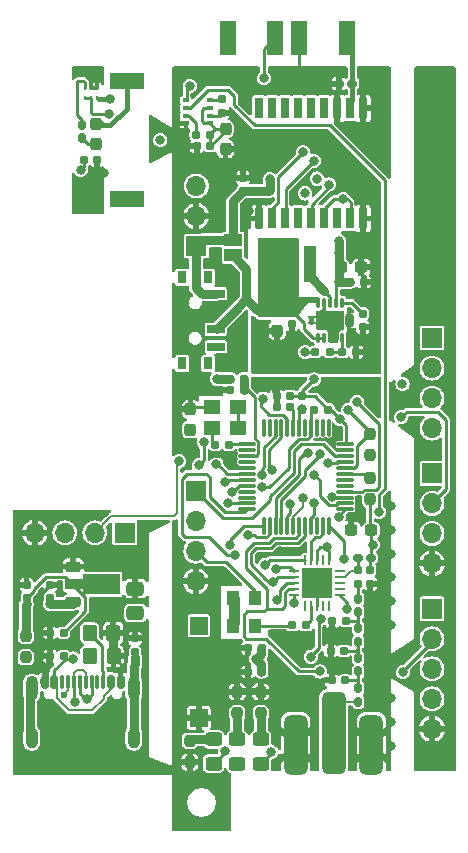
<source format=gbr>
%TF.GenerationSoftware,KiCad,Pcbnew,8.0.1*%
%TF.CreationDate,2024-07-19T12:33:08-04:00*%
%TF.ProjectId,Tiny4FSK,54696e79-3446-4534-9b2e-6b696361645f,rev?*%
%TF.SameCoordinates,Original*%
%TF.FileFunction,Copper,L1,Top*%
%TF.FilePolarity,Positive*%
%FSLAX46Y46*%
G04 Gerber Fmt 4.6, Leading zero omitted, Abs format (unit mm)*
G04 Created by KiCad (PCBNEW 8.0.1) date 2024-07-19 12:33:08*
%MOMM*%
%LPD*%
G01*
G04 APERTURE LIST*
G04 Aperture macros list*
%AMRoundRect*
0 Rectangle with rounded corners*
0 $1 Rounding radius*
0 $2 $3 $4 $5 $6 $7 $8 $9 X,Y pos of 4 corners*
0 Add a 4 corners polygon primitive as box body*
4,1,4,$2,$3,$4,$5,$6,$7,$8,$9,$2,$3,0*
0 Add four circle primitives for the rounded corners*
1,1,$1+$1,$2,$3*
1,1,$1+$1,$4,$5*
1,1,$1+$1,$6,$7*
1,1,$1+$1,$8,$9*
0 Add four rect primitives between the rounded corners*
20,1,$1+$1,$2,$3,$4,$5,0*
20,1,$1+$1,$4,$5,$6,$7,0*
20,1,$1+$1,$6,$7,$8,$9,0*
20,1,$1+$1,$8,$9,$2,$3,0*%
%AMFreePoly0*
4,1,9,3.862500,-0.866500,0.737500,-0.866500,0.737500,-0.450000,-0.737500,-0.450000,-0.737500,0.450000,0.737500,0.450000,0.737500,0.866500,3.862500,0.866500,3.862500,-0.866500,3.862500,-0.866500,$1*%
G04 Aperture macros list end*
%TA.AperFunction,SMDPad,CuDef*%
%ADD10R,0.280000X0.425000*%
%TD*%
%TA.AperFunction,SMDPad,CuDef*%
%ADD11RoundRect,0.237500X0.237500X-0.300000X0.237500X0.300000X-0.237500X0.300000X-0.237500X-0.300000X0*%
%TD*%
%TA.AperFunction,SMDPad,CuDef*%
%ADD12R,1.400000X3.000000*%
%TD*%
%TA.AperFunction,SMDPad,CuDef*%
%ADD13RoundRect,0.160000X0.160000X-0.222500X0.160000X0.222500X-0.160000X0.222500X-0.160000X-0.222500X0*%
%TD*%
%TA.AperFunction,SMDPad,CuDef*%
%ADD14RoundRect,0.160000X-0.160000X0.222500X-0.160000X-0.222500X0.160000X-0.222500X0.160000X0.222500X0*%
%TD*%
%TA.AperFunction,SMDPad,CuDef*%
%ADD15RoundRect,0.155000X0.212500X0.155000X-0.212500X0.155000X-0.212500X-0.155000X0.212500X-0.155000X0*%
%TD*%
%TA.AperFunction,SMDPad,CuDef*%
%ADD16R,1.400000X1.200000*%
%TD*%
%TA.AperFunction,SMDPad,CuDef*%
%ADD17RoundRect,0.150000X-0.150000X-0.425000X0.150000X-0.425000X0.150000X0.425000X-0.150000X0.425000X0*%
%TD*%
%TA.AperFunction,SMDPad,CuDef*%
%ADD18RoundRect,0.075000X-0.075000X-0.500000X0.075000X-0.500000X0.075000X0.500000X-0.075000X0.500000X0*%
%TD*%
%TA.AperFunction,ComponentPad*%
%ADD19O,1.000000X2.100000*%
%TD*%
%TA.AperFunction,ComponentPad*%
%ADD20O,1.000000X1.800000*%
%TD*%
%TA.AperFunction,SMDPad,CuDef*%
%ADD21RoundRect,0.237500X0.237500X-0.250000X0.237500X0.250000X-0.237500X0.250000X-0.237500X-0.250000X0*%
%TD*%
%TA.AperFunction,SMDPad,CuDef*%
%ADD22RoundRect,0.160000X-0.197500X-0.160000X0.197500X-0.160000X0.197500X0.160000X-0.197500X0.160000X0*%
%TD*%
%TA.AperFunction,ComponentPad*%
%ADD23R,1.700000X1.700000*%
%TD*%
%TA.AperFunction,ComponentPad*%
%ADD24O,1.700000X1.700000*%
%TD*%
%TA.AperFunction,SMDPad,CuDef*%
%ADD25RoundRect,0.155000X0.155000X-0.212500X0.155000X0.212500X-0.155000X0.212500X-0.155000X-0.212500X0*%
%TD*%
%TA.AperFunction,SMDPad,CuDef*%
%ADD26R,1.500000X1.000000*%
%TD*%
%TA.AperFunction,SMDPad,CuDef*%
%ADD27RoundRect,0.250000X-0.475000X0.337500X-0.475000X-0.337500X0.475000X-0.337500X0.475000X0.337500X0*%
%TD*%
%TA.AperFunction,SMDPad,CuDef*%
%ADD28RoundRect,0.237500X-0.237500X0.300000X-0.237500X-0.300000X0.237500X-0.300000X0.237500X0.300000X0*%
%TD*%
%TA.AperFunction,SMDPad,CuDef*%
%ADD29RoundRect,0.160000X-0.222500X-0.160000X0.222500X-0.160000X0.222500X0.160000X-0.222500X0.160000X0*%
%TD*%
%TA.AperFunction,SMDPad,CuDef*%
%ADD30RoundRect,0.225000X-0.425000X-0.225000X0.425000X-0.225000X0.425000X0.225000X-0.425000X0.225000X0*%
%TD*%
%TA.AperFunction,SMDPad,CuDef*%
%ADD31FreePoly0,0.000000*%
%TD*%
%TA.AperFunction,SMDPad,CuDef*%
%ADD32RoundRect,0.160000X0.197500X0.160000X-0.197500X0.160000X-0.197500X-0.160000X0.197500X-0.160000X0*%
%TD*%
%TA.AperFunction,SMDPad,CuDef*%
%ADD33RoundRect,0.237500X0.300000X0.237500X-0.300000X0.237500X-0.300000X-0.237500X0.300000X-0.237500X0*%
%TD*%
%TA.AperFunction,SMDPad,CuDef*%
%ADD34RoundRect,0.155000X-0.155000X0.212500X-0.155000X-0.212500X0.155000X-0.212500X0.155000X0.212500X0*%
%TD*%
%TA.AperFunction,SMDPad,CuDef*%
%ADD35RoundRect,0.062500X0.350000X0.062500X-0.350000X0.062500X-0.350000X-0.062500X0.350000X-0.062500X0*%
%TD*%
%TA.AperFunction,SMDPad,CuDef*%
%ADD36RoundRect,0.062500X0.062500X0.350000X-0.062500X0.350000X-0.062500X-0.350000X0.062500X-0.350000X0*%
%TD*%
%TA.AperFunction,HeatsinkPad*%
%ADD37C,0.500000*%
%TD*%
%TA.AperFunction,HeatsinkPad*%
%ADD38R,2.500000X2.500000*%
%TD*%
%TA.AperFunction,SMDPad,CuDef*%
%ADD39R,0.800000X1.800000*%
%TD*%
%TA.AperFunction,SMDPad,CuDef*%
%ADD40RoundRect,0.250000X0.350000X0.450000X-0.350000X0.450000X-0.350000X-0.450000X0.350000X-0.450000X0*%
%TD*%
%TA.AperFunction,SMDPad,CuDef*%
%ADD41RoundRect,0.237500X-0.237500X0.250000X-0.237500X-0.250000X0.237500X-0.250000X0.237500X0.250000X0*%
%TD*%
%TA.AperFunction,SMDPad,CuDef*%
%ADD42RoundRect,0.155000X-0.212500X-0.155000X0.212500X-0.155000X0.212500X0.155000X-0.212500X0.155000X0*%
%TD*%
%TA.AperFunction,SMDPad,CuDef*%
%ADD43RoundRect,0.250000X-0.450000X0.325000X-0.450000X-0.325000X0.450000X-0.325000X0.450000X0.325000X0*%
%TD*%
%TA.AperFunction,SMDPad,CuDef*%
%ADD44RoundRect,0.160000X-0.160000X0.197500X-0.160000X-0.197500X0.160000X-0.197500X0.160000X0.197500X0*%
%TD*%
%TA.AperFunction,SMDPad,CuDef*%
%ADD45R,0.280000X0.280000*%
%TD*%
%TA.AperFunction,SMDPad,CuDef*%
%ADD46O,0.280000X0.850000*%
%TD*%
%TA.AperFunction,ComponentPad*%
%ADD47C,0.600000*%
%TD*%
%TA.AperFunction,SMDPad,CuDef*%
%ADD48R,1.050000X0.680000*%
%TD*%
%TA.AperFunction,SMDPad,CuDef*%
%ADD49R,0.500000X0.260000*%
%TD*%
%TA.AperFunction,SMDPad,CuDef*%
%ADD50R,0.700000X0.280000*%
%TD*%
%TA.AperFunction,SMDPad,CuDef*%
%ADD51R,2.400000X1.650000*%
%TD*%
%TA.AperFunction,SMDPad,CuDef*%
%ADD52RoundRect,0.500000X0.500000X3.000000X-0.500000X3.000000X-0.500000X-3.000000X0.500000X-3.000000X0*%
%TD*%
%TA.AperFunction,ComponentPad*%
%ADD53C,2.000000*%
%TD*%
%TA.AperFunction,SMDPad,CuDef*%
%ADD54RoundRect,0.500000X0.500000X2.000000X-0.500000X2.000000X-0.500000X-2.000000X0.500000X-2.000000X0*%
%TD*%
%TA.AperFunction,SMDPad,CuDef*%
%ADD55RoundRect,0.160000X0.222500X0.160000X-0.222500X0.160000X-0.222500X-0.160000X0.222500X-0.160000X0*%
%TD*%
%TA.AperFunction,SMDPad,CuDef*%
%ADD56RoundRect,0.160000X0.160000X-0.197500X0.160000X0.197500X-0.160000X0.197500X-0.160000X-0.197500X0*%
%TD*%
%TA.AperFunction,SMDPad,CuDef*%
%ADD57R,0.500000X0.350000*%
%TD*%
%TA.AperFunction,SMDPad,CuDef*%
%ADD58RoundRect,0.237500X-0.300000X-0.237500X0.300000X-0.237500X0.300000X0.237500X-0.300000X0.237500X0*%
%TD*%
%TA.AperFunction,SMDPad,CuDef*%
%ADD59R,1.140000X3.050000*%
%TD*%
%TA.AperFunction,SMDPad,CuDef*%
%ADD60R,3.000000X1.400000*%
%TD*%
%TA.AperFunction,SMDPad,CuDef*%
%ADD61R,1.100000X1.300000*%
%TD*%
%TA.AperFunction,SMDPad,CuDef*%
%ADD62RoundRect,0.075000X-0.662500X-0.075000X0.662500X-0.075000X0.662500X0.075000X-0.662500X0.075000X0*%
%TD*%
%TA.AperFunction,SMDPad,CuDef*%
%ADD63RoundRect,0.075000X-0.075000X-0.662500X0.075000X-0.662500X0.075000X0.662500X-0.075000X0.662500X0*%
%TD*%
%TA.AperFunction,SMDPad,CuDef*%
%ADD64R,0.800000X1.000000*%
%TD*%
%TA.AperFunction,SMDPad,CuDef*%
%ADD65R,1.500000X0.700000*%
%TD*%
%TA.AperFunction,SMDPad,CuDef*%
%ADD66R,1.500000X1.500000*%
%TD*%
%TA.AperFunction,ViaPad*%
%ADD67C,0.800000*%
%TD*%
%TA.AperFunction,ViaPad*%
%ADD68C,0.600000*%
%TD*%
%TA.AperFunction,Conductor*%
%ADD69C,0.250000*%
%TD*%
%TA.AperFunction,Conductor*%
%ADD70C,0.400000*%
%TD*%
%TA.AperFunction,Conductor*%
%ADD71C,0.750000*%
%TD*%
%TA.AperFunction,Conductor*%
%ADD72C,0.200000*%
%TD*%
G04 APERTURE END LIST*
D10*
%TO.P,U9,1,GND*%
%TO.N,Earth*%
X133878000Y-50062000D03*
%TO.P,U9,2,GND*%
X133378000Y-50062000D03*
%TO.P,U9,3,RFIN*%
%TO.N,Net-(U9-RFIN)*%
X132878000Y-50062000D03*
%TO.P,U9,4,VCC*%
%TO.N,+3.3V*%
X132878000Y-50937000D03*
%TO.P,U9,5,SHDN*%
X133378000Y-50937000D03*
%TO.P,U9,6,RFOUT*%
%TO.N,RFOUT*%
X133878000Y-50937000D03*
%TD*%
D11*
%TO.P,C29,1*%
%TO.N,Net-(C29-Pad1)*%
X133823167Y-54839928D03*
%TO.P,C29,2*%
%TO.N,Net-(AE3-A)*%
X133823167Y-53114928D03*
%TD*%
D12*
%TO.P,AE1,4*%
%TO.N,N/C*%
X148950000Y-45823000D03*
%TO.P,AE1,3*%
X150950000Y-45823000D03*
%TO.P,AE1,1,A*%
%TO.N,ANT_GPS*%
X155019438Y-45811339D03*
%TO.P,AE1,2*%
%TO.N,N/C*%
X145019438Y-45811339D03*
%TD*%
D13*
%TO.P,L8,2,2*%
%TO.N,Net-(U9-RFIN)*%
X132595000Y-53192500D03*
%TO.P,L8,1,1*%
%TO.N,Net-(C29-Pad1)*%
X132595000Y-54337500D03*
%TD*%
D14*
%TO.P,L5,1,1*%
%TO.N,Net-(C20-Pad1)*%
X156000000Y-95826250D03*
%TO.P,L5,2,2*%
%TO.N,Net-(C24-Pad1)*%
X156000000Y-96971250D03*
%TD*%
D15*
%TO.P,C11,1*%
%TO.N,Net-(U5-VDDCORE)*%
X150249421Y-77094782D03*
%TO.P,C11,2*%
%TO.N,Earth*%
X149114421Y-77094782D03*
%TD*%
D16*
%TO.P,U4,1,EN*%
%TO.N,+3.3V*%
X145850000Y-77125000D03*
%TO.P,U4,2,GND*%
%TO.N,Earth*%
X143650000Y-77125000D03*
%TO.P,U4,3,OUTPUT*%
%TO.N,Net-(U4-OUTPUT)*%
X143650000Y-78875000D03*
%TO.P,U4,4,VDD*%
%TO.N,+3.3V*%
X145850000Y-78875000D03*
%TD*%
D17*
%TO.P,J7,A1,GND*%
%TO.N,Earth*%
X129476776Y-100330139D03*
%TO.P,J7,A4,VBUS*%
%TO.N,USB*%
X130276776Y-100330139D03*
D18*
%TO.P,J7,A5,CC1*%
%TO.N,Net-(J7-CC1)*%
X131426776Y-100330139D03*
%TO.P,J7,A6,D+*%
%TO.N,D+*%
X132426776Y-100330139D03*
%TO.P,J7,A7,D-*%
%TO.N,D-*%
X132926776Y-100330139D03*
%TO.P,J7,A8,SBU1*%
%TO.N,unconnected-(J7-SBU1-PadA8)*%
X133926776Y-100330139D03*
D17*
%TO.P,J7,A9,VBUS*%
%TO.N,USB*%
X135076776Y-100330139D03*
%TO.P,J7,A12,GND*%
%TO.N,Earth*%
X135876776Y-100330139D03*
%TO.P,J7,B1,GND*%
X135876776Y-100330139D03*
%TO.P,J7,B4,VBUS*%
%TO.N,USB*%
X135076776Y-100330139D03*
D18*
%TO.P,J7,B5,CC2*%
%TO.N,Net-(J7-CC2)*%
X134426776Y-100330139D03*
%TO.P,J7,B6,D+*%
%TO.N,D+*%
X133426776Y-100330139D03*
%TO.P,J7,B7,D-*%
%TO.N,D-*%
X131926776Y-100330139D03*
%TO.P,J7,B8,SBU2*%
%TO.N,unconnected-(J7-SBU2-PadB8)*%
X130926776Y-100330139D03*
D17*
%TO.P,J7,B9,VBUS*%
%TO.N,USB*%
X130276776Y-100330139D03*
%TO.P,J7,B12,GND*%
%TO.N,Earth*%
X129476776Y-100330139D03*
D19*
%TO.P,J7,S1,SHIELD*%
%TO.N,Net-(J7-SHIELD)*%
X128356776Y-100905139D03*
D20*
X128356776Y-105085139D03*
D19*
X136996776Y-100905139D03*
D20*
X136996776Y-105085139D03*
%TD*%
D21*
%TO.P,FB1,1*%
%TO.N,USB*%
X127865000Y-98277500D03*
%TO.P,FB1,2*%
%TO.N,LIN*%
X127865000Y-96452500D03*
%TD*%
D22*
%TO.P,R5,1*%
%TO.N,+BATT*%
X145146049Y-74699191D03*
%TO.P,R5,2*%
%TO.N,BATT_SENSE*%
X146341049Y-74699191D03*
%TD*%
D23*
%TO.P,J4,1,Pin_1*%
%TO.N,D+*%
X142250000Y-84210000D03*
D24*
%TO.P,J4,2,Pin_2*%
%TO.N,D-*%
X142250000Y-86750000D03*
%TO.P,J4,3,Pin_3*%
%TO.N,+3.3V*%
X142250000Y-89290000D03*
%TO.P,J4,4,Pin_4*%
%TO.N,Earth*%
X142250000Y-91830000D03*
%TD*%
D25*
%TO.P,C16,1*%
%TO.N,Earth*%
X157020822Y-92035999D03*
%TO.P,C16,2*%
%TO.N,+3.3V*%
X157020822Y-90900999D03*
%TD*%
D26*
%TO.P,JP1,1,A*%
%TO.N,BST_IN*%
X145415249Y-64253719D03*
%TO.P,JP1,2,B*%
%TO.N,+BATT*%
X145415249Y-62953719D03*
%TD*%
D23*
%TO.P,J3,1,Pin_1*%
%TO.N,+3.3V*%
X162250000Y-82700000D03*
D24*
%TO.P,J3,2,Pin_2*%
%TO.N,SDA*%
X162250000Y-85240000D03*
%TO.P,J3,3,Pin_3*%
%TO.N,SCL*%
X162250000Y-87780000D03*
%TO.P,J3,4,Pin_4*%
%TO.N,Earth*%
X162250000Y-90320000D03*
%TD*%
D25*
%TO.P,C3,1*%
%TO.N,+BATT*%
X146250000Y-58817500D03*
%TO.P,C3,2*%
%TO.N,Earth*%
X146250000Y-57682500D03*
%TD*%
D27*
%TO.P,C19,1*%
%TO.N,Earth*%
X137131627Y-92455116D03*
%TO.P,C19,2*%
%TO.N,Net-(J7-SHIELD)*%
X137131627Y-94530116D03*
%TD*%
D15*
%TO.P,C20,1*%
%TO.N,Net-(C20-Pad1)*%
X154955655Y-95216644D03*
%TO.P,C20,2*%
%TO.N,Earth*%
X153820655Y-95216644D03*
%TD*%
D28*
%TO.P,C7,1*%
%TO.N,BST_IN*%
X149145000Y-68892500D03*
%TO.P,C7,2*%
%TO.N,Earth*%
X149145000Y-70617500D03*
%TD*%
D14*
%TO.P,L7,1,1*%
%TO.N,Net-(C27-Pad1)*%
X156000000Y-100898750D03*
%TO.P,L7,2,2*%
%TO.N,Net-(AE2-RF)*%
X156000000Y-102043750D03*
%TD*%
D29*
%TO.P,L1,1,1*%
%TO.N,Earth*%
X154366485Y-49712967D03*
%TO.P,L1,2,2*%
%TO.N,ANT_GPS*%
X155511485Y-49712967D03*
%TD*%
D30*
%TO.P,U7,1,GND*%
%TO.N,Earth*%
X131885000Y-90590000D03*
%TO.P,U7,2,VO*%
%TO.N,+3.3V*%
X131885000Y-93590000D03*
D31*
%TO.P,U7,3,VI*%
%TO.N,LIN*%
X131972500Y-92090000D03*
%TD*%
D32*
%TO.P,R2,1*%
%TO.N,+3.3V*%
X143469572Y-54041843D03*
%TO.P,R2,2*%
%TO.N,Net-(U1-CSB)*%
X142274572Y-54041843D03*
%TD*%
D33*
%TO.P,C14,1*%
%TO.N,+3.3V*%
X157112500Y-87500000D03*
%TO.P,C14,2*%
%TO.N,Earth*%
X155387500Y-87500000D03*
%TD*%
D34*
%TO.P,C6,1*%
%TO.N,BST_IN*%
X150395000Y-68937500D03*
%TO.P,C6,2*%
%TO.N,Earth*%
X150395000Y-70072500D03*
%TD*%
D35*
%TO.P,U6,1,SDN*%
%TO.N,SDN*%
X154437500Y-93000000D03*
%TO.P,U6,2,NC_1*%
%TO.N,unconnected-(U6-NC_1-Pad2)*%
X154437500Y-92500000D03*
%TO.P,U6,3,NC_2*%
%TO.N,unconnected-(U6-NC_2-Pad3)*%
X154437500Y-92000000D03*
%TO.P,U6,4,TX*%
%TO.N,RF_ANT*%
X154437500Y-91500000D03*
%TO.P,U6,5,NC_3*%
%TO.N,unconnected-(U6-NC_3-Pad5)*%
X154437500Y-91000000D03*
D36*
%TO.P,U6,6,VDD_1*%
%TO.N,+3.3V*%
X153500000Y-90062500D03*
%TO.P,U6,7,TXRAMP*%
%TO.N,unconnected-(U6-TXRAMP-Pad7)*%
X153000000Y-90062500D03*
%TO.P,U6,8,VDD_2*%
%TO.N,+3.3V*%
X152500000Y-90062500D03*
%TO.P,U6,9,GPIO0*%
%TO.N,GPIO0*%
X152000000Y-90062500D03*
%TO.P,U6,10,GPIO1*%
%TO.N,GPIO1*%
X151500000Y-90062500D03*
D35*
%TO.P,U6,11,NIRQ*%
%TO.N,RF_RST*%
X150562500Y-91000000D03*
%TO.P,U6,12,SCLK*%
%TO.N,SCK*%
X150562500Y-91500000D03*
%TO.P,U6,13,SDO*%
%TO.N,MISO*%
X150562500Y-92000000D03*
%TO.P,U6,14,SDI*%
%TO.N,MOSI*%
X150562500Y-92500000D03*
%TO.P,U6,15,NSEL*%
%TO.N,RF_SS*%
X150562500Y-93000000D03*
D36*
%TO.P,U6,16,XOUT*%
%TO.N,unconnected-(U6-XOUT-Pad16)*%
X151500000Y-93937500D03*
%TO.P,U6,17,XIN*%
%TO.N,Net-(U6-XIN)*%
X152000000Y-93937500D03*
%TO.P,U6,18,GND_1*%
%TO.N,Earth*%
X152500000Y-93937500D03*
%TO.P,U6,19,GPIO2*%
%TO.N,unconnected-(U6-GPIO2-Pad19)*%
X153000000Y-93937500D03*
%TO.P,U6,20,GPIO3*%
%TO.N,unconnected-(U6-GPIO3-Pad20)*%
X153500000Y-93937500D03*
D37*
%TO.P,U6,21,GND_2*%
%TO.N,Earth*%
X153500000Y-93000000D03*
X153500000Y-91000000D03*
D38*
X152500000Y-92000000D03*
D37*
X151500000Y-93000000D03*
X151500000Y-91000000D03*
%TD*%
D15*
%TO.P,C2,1*%
%TO.N,+3.3V*%
X143462061Y-55018579D03*
%TO.P,C2,2*%
%TO.N,Earth*%
X142327061Y-55018579D03*
%TD*%
D25*
%TO.P,C18,1*%
%TO.N,+3.3V*%
X129931512Y-93270813D03*
%TO.P,C18,2*%
%TO.N,Earth*%
X129931512Y-92135813D03*
%TD*%
D39*
%TO.P,U2,1,GND*%
%TO.N,Earth*%
X147602759Y-61121296D03*
%TO.P,U2,2,TXD*%
%TO.N,RXD*%
X148702759Y-61121296D03*
%TO.P,U2,3,RXD*%
%TO.N,TXD*%
X149802759Y-61121296D03*
%TO.P,U2,4,PPS*%
%TO.N,unconnected-(U2-PPS-Pad4)*%
X150902759Y-61121296D03*
%TO.P,U2,5,ONOFF*%
%TO.N,GPS_EN*%
X152002759Y-61121296D03*
%TO.P,U2,6,VBAT*%
%TO.N,+3.3V*%
X153102759Y-61121296D03*
%TO.P,U2,7,NC*%
%TO.N,unconnected-(U2-NC-Pad7)*%
X154202759Y-61121296D03*
%TO.P,U2,8,VCC*%
%TO.N,+3.3V*%
X155302759Y-61121296D03*
%TO.P,U2,9,RESET*%
%TO.N,Earth*%
X156402759Y-61121296D03*
%TO.P,U2,10,GND*%
X156402759Y-51806296D03*
%TO.P,U2,11,RF_IN*%
%TO.N,ANT_GPS*%
X155302759Y-51806296D03*
%TO.P,U2,12,GND*%
%TO.N,Earth*%
X154202759Y-51806296D03*
%TO.P,U2,13,NC*%
%TO.N,unconnected-(U2-NC-Pad13)*%
X153102759Y-51806296D03*
%TO.P,U2,14,VCC_RF*%
%TO.N,unconnected-(U2-VCC_RF-Pad14)*%
X152002759Y-51806296D03*
%TO.P,U2,15,NC*%
%TO.N,unconnected-(U2-NC-Pad15)*%
X150902759Y-51806296D03*
%TO.P,U2,16,SDA*%
%TO.N,unconnected-(U2-SDA-Pad16)*%
X149802759Y-51806296D03*
%TO.P,U2,17,SCL*%
%TO.N,unconnected-(U2-SCL-Pad17)*%
X148702759Y-51806296D03*
%TO.P,U2,18,NC*%
%TO.N,unconnected-(U2-NC-Pad18)*%
X147602759Y-51806296D03*
%TD*%
D40*
%TO.P,R12,1*%
%TO.N,Earth*%
X135285858Y-98167619D03*
%TO.P,R12,2*%
%TO.N,Net-(J7-CC1)*%
X133285858Y-98167619D03*
%TD*%
D41*
%TO.P,R9,1*%
%TO.N,SDA*%
X157000000Y-83087500D03*
%TO.P,R9,2*%
%TO.N,+3.3V*%
X157000000Y-84912500D03*
%TD*%
D22*
%TO.P,R3,1*%
%TO.N,+3.3V*%
X152376835Y-72431865D03*
%TO.P,R3,2*%
%TO.N,Net-(U3-FB)*%
X153571835Y-72431865D03*
%TD*%
D42*
%TO.P,C21,1*%
%TO.N,RF_XO*%
X150425508Y-95564505D03*
%TO.P,C21,2*%
%TO.N,Net-(U6-XIN)*%
X151560508Y-95564505D03*
%TD*%
D15*
%TO.P,C25,1*%
%TO.N,USB*%
X131064592Y-98186046D03*
%TO.P,C25,2*%
%TO.N,Earth*%
X129929592Y-98186046D03*
%TD*%
D43*
%TO.P,D1,1,K*%
%TO.N,Net-(D1-K)*%
X143750000Y-105225000D03*
%TO.P,D1,2,A*%
%TO.N,SUCCESS*%
X143750000Y-107275000D03*
%TD*%
D23*
%TO.P,J1,1,Pin_1*%
%TO.N,+BATT*%
X142294431Y-63452157D03*
D24*
%TO.P,J1,2,Pin_2*%
%TO.N,Earth*%
X142294431Y-60912157D03*
%TO.P,J1,3,Pin_3*%
%TO.N,+3.3V*%
X142294431Y-58372157D03*
%TD*%
D44*
%TO.P,R1,1*%
%TO.N,Net-(U1-SDO)*%
X144509334Y-50991849D03*
%TO.P,R1,2*%
%TO.N,Earth*%
X144509334Y-52186849D03*
%TD*%
D43*
%TO.P,D3,1,K*%
%TO.N,Net-(D3-K)*%
X147750000Y-105225000D03*
%TO.P,D3,2,A*%
%TO.N,+3.3V*%
X147750000Y-107275000D03*
%TD*%
D45*
%TO.P,U3,1,VAUX*%
%TO.N,Net-(U3-VAUX)*%
X154635000Y-67995000D03*
D46*
X154635000Y-68280000D03*
D45*
%TO.P,U3,2,VOUT*%
%TO.N,+3.3V*%
X154135000Y-67995000D03*
D46*
X154135000Y-68280000D03*
D45*
%TO.P,U3,3,L*%
%TO.N,Net-(U3-L)*%
X153635000Y-67995000D03*
D46*
X153635000Y-68280000D03*
D45*
%TO.P,U3,4,PGND*%
%TO.N,Earth*%
X153135000Y-67995000D03*
D46*
X153135000Y-68280000D03*
D45*
%TO.P,U3,5,VIN*%
%TO.N,BST_IN*%
X152635000Y-67995000D03*
D46*
X152635000Y-68280000D03*
%TO.P,U3,6,EN*%
X152635000Y-71230000D03*
D45*
X152635000Y-71515000D03*
D46*
%TO.P,U3,7,UVLO*%
X153135000Y-71230000D03*
D45*
X153135000Y-71515000D03*
D46*
%TO.P,U3,8,PS*%
%TO.N,Earth*%
X153635000Y-71230000D03*
D45*
X153635000Y-71515000D03*
D46*
%TO.P,U3,9,GND*%
X154135000Y-71230000D03*
D45*
X154135000Y-71515000D03*
D46*
%TO.P,U3,10,FB*%
%TO.N,Net-(U3-FB)*%
X154635000Y-71230000D03*
D45*
X154635000Y-71515000D03*
D47*
%TO.P,U3,11,PAD*%
%TO.N,Earth*%
X154385000Y-69255000D03*
X152885000Y-69255000D03*
D48*
X154270000Y-69305000D03*
X153000000Y-69305000D03*
D49*
X155265000Y-69505000D03*
D50*
X155185000Y-69505000D03*
X152085000Y-69505000D03*
D49*
X152005000Y-69505000D03*
D47*
X153635000Y-69755000D03*
D51*
X153635000Y-69755000D03*
D49*
X155265000Y-70005000D03*
D50*
X155185000Y-70005000D03*
X152085000Y-70005000D03*
D49*
X152005000Y-70005000D03*
D48*
X154270000Y-70205000D03*
X153000000Y-70205000D03*
D47*
X154385000Y-70255000D03*
X152885000Y-70255000D03*
%TD*%
D21*
%TO.P,R8,1*%
%TO.N,+3.3V*%
X157000000Y-81162500D03*
%TO.P,R8,2*%
%TO.N,SCL*%
X157000000Y-79337500D03*
%TD*%
D11*
%TO.P,C12,1*%
%TO.N,+3.3V*%
X141798491Y-79001099D03*
%TO.P,C12,2*%
%TO.N,Earth*%
X141798491Y-77276099D03*
%TD*%
D52*
%TO.P,AE2,1,RF*%
%TO.N,Net-(AE2-RF)*%
X153911023Y-104665790D03*
D53*
X153911023Y-105665790D03*
%TO.P,AE2,2,Shield*%
%TO.N,Earth*%
X150696023Y-105665790D03*
D54*
X150696023Y-105665790D03*
D53*
X157126023Y-105665790D03*
D54*
X157126023Y-105665790D03*
%TD*%
D55*
%TO.P,L3,1,1*%
%TO.N,+3.3V*%
X157089522Y-89867029D03*
%TO.P,L3,2,2*%
%TO.N,RF_ANT*%
X155944522Y-89867029D03*
%TD*%
D21*
%TO.P,R13,1*%
%TO.N,Net-(D2-K)*%
X145759462Y-103017515D03*
%TO.P,R13,2*%
%TO.N,Earth*%
X145759462Y-101192515D03*
%TD*%
D15*
%TO.P,C23,1*%
%TO.N,+3.3V*%
X147817500Y-97500000D03*
%TO.P,C23,2*%
%TO.N,Earth*%
X146682500Y-97500000D03*
%TD*%
D41*
%TO.P,R15,1*%
%TO.N,Net-(D1-K)*%
X141750000Y-105337500D03*
%TO.P,R15,2*%
%TO.N,Earth*%
X141750000Y-107162500D03*
%TD*%
D23*
%TO.P,J2,1,Pin_1*%
%TO.N,D12*%
X162250000Y-71250000D03*
D24*
%TO.P,J2,2,Pin_2*%
%TO.N,D13*%
X162250000Y-73790000D03*
%TO.P,J2,3,Pin_3*%
%TO.N,A1*%
X162250000Y-76330000D03*
%TO.P,J2,4,Pin_4*%
%TO.N,A2*%
X162250000Y-78870000D03*
%TD*%
D42*
%TO.P,C22,1*%
%TO.N,Earth*%
X129914767Y-96192151D03*
%TO.P,C22,2*%
%TO.N,LIN*%
X131049767Y-96192151D03*
%TD*%
D40*
%TO.P,R10,1*%
%TO.N,Earth*%
X135272329Y-96217676D03*
%TO.P,R10,2*%
%TO.N,Net-(J7-CC2)*%
X133272329Y-96217676D03*
%TD*%
D56*
%TO.P,R11,1*%
%TO.N,Net-(J7-SHIELD)*%
X137111918Y-97863080D03*
%TO.P,R11,2*%
%TO.N,Earth*%
X137111918Y-96668080D03*
%TD*%
D23*
%TO.P,J5,1,Pin_1*%
%TO.N,D+*%
X136241300Y-87746215D03*
D24*
%TO.P,J5,2,Pin_2*%
%TO.N,D-*%
X133701300Y-87746215D03*
%TO.P,J5,3,Pin_3*%
%TO.N,+3.3V*%
X131161300Y-87746215D03*
%TO.P,J5,4,Pin_4*%
%TO.N,Earth*%
X128621300Y-87746215D03*
%TD*%
D11*
%TO.P,C1,1*%
%TO.N,Earth*%
X144767423Y-55252003D03*
%TO.P,C1,2*%
%TO.N,+3.3V*%
X144767423Y-53527003D03*
%TD*%
D42*
%TO.P,C26,1*%
%TO.N,Earth*%
X146682500Y-99500000D03*
%TO.P,C26,2*%
%TO.N,+3.3V*%
X147817500Y-99500000D03*
%TD*%
D57*
%TO.P,U1,1,GND*%
%TO.N,Earth*%
X141385220Y-53079470D03*
%TO.P,U1,2,CSB*%
%TO.N,Net-(U1-CSB)*%
X141385220Y-52429470D03*
%TO.P,U1,3,SDI*%
%TO.N,SDA*%
X141385220Y-51779470D03*
%TO.P,U1,4,SCK*%
%TO.N,SCL*%
X141385220Y-51129470D03*
%TO.P,U1,5,SDO*%
%TO.N,Net-(U1-SDO)*%
X143435220Y-51129470D03*
%TO.P,U1,6,VDDIO*%
%TO.N,+3.3V*%
X143435220Y-51779470D03*
%TO.P,U1,7,GND*%
%TO.N,Earth*%
X143435220Y-52429470D03*
%TO.P,U1,8,VDD*%
%TO.N,+3.3V*%
X143435220Y-53079470D03*
%TD*%
D23*
%TO.P,J6,1,Pin_1*%
%TO.N,+3.3V*%
X162250000Y-94175000D03*
D24*
%TO.P,J6,2,Pin_2*%
%TO.N,MOSI*%
X162250000Y-96715000D03*
%TO.P,J6,3,Pin_3*%
%TO.N,MISO*%
X162250000Y-99255000D03*
%TO.P,J6,4,Pin_4*%
%TO.N,SCK*%
X162250000Y-101795000D03*
%TO.P,J6,5,Pin_5*%
%TO.N,Earth*%
X162250000Y-104335000D03*
%TD*%
D43*
%TO.P,D2,1,K*%
%TO.N,Net-(D2-K)*%
X145750000Y-105225000D03*
%TO.P,D2,2,A*%
%TO.N,ERROR*%
X145750000Y-107275000D03*
%TD*%
D58*
%TO.P,C4,1*%
%TO.N,+3.3V*%
X154532500Y-65255000D03*
%TO.P,C4,2*%
%TO.N,Earth*%
X156257500Y-65255000D03*
%TD*%
D15*
%TO.P,C24,1*%
%TO.N,Net-(C24-Pad1)*%
X154817500Y-97721250D03*
%TO.P,C24,2*%
%TO.N,Earth*%
X153682500Y-97721250D03*
%TD*%
D59*
%TO.P,L2,1,1*%
%TO.N,Net-(U3-L)*%
X151895000Y-65005000D03*
%TO.P,L2,2,2*%
%TO.N,BST_IN*%
X149735000Y-65005000D03*
%TD*%
D34*
%TO.P,C10,1*%
%TO.N,+3.3V*%
X151250000Y-76182500D03*
%TO.P,C10,2*%
%TO.N,Earth*%
X151250000Y-77317500D03*
%TD*%
D60*
%TO.P,AE3,1,A*%
%TO.N,Net-(AE3-A)*%
X136405752Y-49500000D03*
%TO.P,AE3,2*%
%TO.N,N/C*%
X136405752Y-59500000D03*
%TD*%
D14*
%TO.P,L6,1,1*%
%TO.N,Net-(C24-Pad1)*%
X156000000Y-98326250D03*
%TO.P,L6,2,2*%
%TO.N,Net-(C27-Pad1)*%
X156000000Y-99471250D03*
%TD*%
D15*
%TO.P,C28,1*%
%TO.N,Earth*%
X133902500Y-56205000D03*
%TO.P,C28,2*%
%TO.N,+3.3V*%
X132767500Y-56205000D03*
%TD*%
%TO.P,C13,1*%
%TO.N,TCXO*%
X145049522Y-80286216D03*
%TO.P,C13,2*%
%TO.N,Net-(U4-OUTPUT)*%
X143914522Y-80286216D03*
%TD*%
D61*
%TO.P,U8,1,GND*%
%TO.N,Earth*%
X145375696Y-93296174D03*
%TO.P,U8,2,GND*%
X145375696Y-95596174D03*
%TO.P,U8,3,CLK_OUT*%
%TO.N,RF_XO*%
X147275696Y-95596174D03*
%TO.P,U8,4,VDD*%
%TO.N,+3.3V*%
X147275696Y-93296174D03*
%TD*%
D32*
%TO.P,R6,1*%
%TO.N,BATT_SENSE*%
X146342157Y-75654572D03*
%TO.P,R6,2*%
%TO.N,Earth*%
X145147157Y-75654572D03*
%TD*%
D22*
%TO.P,R7,1*%
%TO.N,nRST*%
X152277171Y-77296768D03*
%TO.P,R7,2*%
%TO.N,+3.3V*%
X153472171Y-77296768D03*
%TD*%
D34*
%TO.P,C8,1*%
%TO.N,Net-(U3-VAUX)*%
X156395000Y-69187500D03*
%TO.P,C8,2*%
%TO.N,Earth*%
X156395000Y-70322500D03*
%TD*%
D21*
%TO.P,R14,1*%
%TO.N,Net-(D3-K)*%
X147759462Y-103017515D03*
%TO.P,R14,2*%
%TO.N,Earth*%
X147759462Y-101192515D03*
%TD*%
D25*
%TO.P,C17,1*%
%TO.N,LIN*%
X127920231Y-93264638D03*
%TO.P,C17,2*%
%TO.N,Earth*%
X127920231Y-92129638D03*
%TD*%
D62*
%TO.P,U5,1,PA00*%
%TO.N,TCXO*%
X146587500Y-80250000D03*
%TO.P,U5,2,PA01*%
%TO.N,unconnected-(U5-PA01-Pad2)*%
X146587500Y-80750000D03*
%TO.P,U5,3,PA02*%
%TO.N,BATT_SENSE*%
X146587500Y-81250000D03*
%TO.P,U5,4,PA03*%
%TO.N,unconnected-(U5-PA03-Pad4)*%
X146587500Y-81750000D03*
%TO.P,U5,5,GNDANA*%
%TO.N,Earth*%
X146587500Y-82250000D03*
%TO.P,U5,6,VDDANA*%
%TO.N,+3.3V*%
X146587500Y-82750000D03*
%TO.P,U5,7,PB08*%
%TO.N,A1*%
X146587500Y-83250000D03*
%TO.P,U5,8,PB09*%
%TO.N,A2*%
X146587500Y-83750000D03*
%TO.P,U5,9,PA04*%
%TO.N,unconnected-(U5-PA04-Pad9)*%
X146587500Y-84250000D03*
%TO.P,U5,10,PA05*%
%TO.N,unconnected-(U5-PA05-Pad10)*%
X146587500Y-84750000D03*
%TO.P,U5,11,PA06*%
%TO.N,GPS_EN*%
X146587500Y-85250000D03*
%TO.P,U5,12,PA07*%
%TO.N,RF_RST*%
X146587500Y-85750000D03*
D63*
%TO.P,U5,13,PA08*%
%TO.N,SUCCESS*%
X148000000Y-87162500D03*
%TO.P,U5,14,PA09*%
%TO.N,GPIO1*%
X148500000Y-87162500D03*
%TO.P,U5,15,PA10*%
%TO.N,TXD*%
X149000000Y-87162500D03*
%TO.P,U5,16,PA11*%
%TO.N,RXD*%
X149500000Y-87162500D03*
%TO.P,U5,17,VDDIO*%
%TO.N,+3.3V*%
X150000000Y-87162500D03*
%TO.P,U5,18,GND*%
%TO.N,Earth*%
X150500000Y-87162500D03*
%TO.P,U5,19,PB10*%
%TO.N,MOSI*%
X151000000Y-87162500D03*
%TO.P,U5,20,PB11*%
%TO.N,SCK*%
X151500000Y-87162500D03*
%TO.P,U5,21,PA12*%
%TO.N,MISO*%
X152000000Y-87162500D03*
%TO.P,U5,22,PA13*%
%TO.N,unconnected-(U5-PA13-Pad22)*%
X152500000Y-87162500D03*
%TO.P,U5,23,PA14*%
%TO.N,GPIO0*%
X153000000Y-87162500D03*
%TO.P,U5,24,PA15*%
%TO.N,ERROR*%
X153500000Y-87162500D03*
D62*
%TO.P,U5,25,PA16*%
%TO.N,SDN*%
X154912500Y-85750000D03*
%TO.P,U5,26,PA17*%
%TO.N,D13*%
X154912500Y-85250000D03*
%TO.P,U5,27,PA18*%
%TO.N,RF_SS*%
X154912500Y-84750000D03*
%TO.P,U5,28,PA19*%
%TO.N,D12*%
X154912500Y-84250000D03*
%TO.P,U5,29,PA20*%
%TO.N,D6*%
X154912500Y-83750000D03*
%TO.P,U5,30,PA21*%
%TO.N,D7*%
X154912500Y-83250000D03*
%TO.P,U5,31,PA22*%
%TO.N,SDA*%
X154912500Y-82750000D03*
%TO.P,U5,32,PA23*%
%TO.N,SCL*%
X154912500Y-82250000D03*
%TO.P,U5,33,PA24*%
%TO.N,D-*%
X154912500Y-81750000D03*
%TO.P,U5,34,PA25*%
%TO.N,D+*%
X154912500Y-81250000D03*
%TO.P,U5,35,GND*%
%TO.N,Earth*%
X154912500Y-80750000D03*
%TO.P,U5,36,VDDIO*%
%TO.N,+3.3V*%
X154912500Y-80250000D03*
D63*
%TO.P,U5,37,PB22*%
%TO.N,unconnected-(U5-PB22-Pad37)*%
X153500000Y-78837500D03*
%TO.P,U5,38,PB23*%
%TO.N,unconnected-(U5-PB23-Pad38)*%
X153000000Y-78837500D03*
%TO.P,U5,39,PA27*%
%TO.N,unconnected-(U5-PA27-Pad39)*%
X152500000Y-78837500D03*
%TO.P,U5,40,~{RESET}*%
%TO.N,nRST*%
X152000000Y-78837500D03*
%TO.P,U5,41,PA28*%
%TO.N,unconnected-(U5-PA28-Pad41)*%
X151500000Y-78837500D03*
%TO.P,U5,42,GND*%
%TO.N,Earth*%
X151000000Y-78837500D03*
%TO.P,U5,43,VDDCORE*%
%TO.N,Net-(U5-VDDCORE)*%
X150500000Y-78837500D03*
%TO.P,U5,44,VDDIN*%
%TO.N,+3.3V*%
X150000000Y-78837500D03*
%TO.P,U5,45,PA30*%
%TO.N,SWCLK*%
X149500000Y-78837500D03*
%TO.P,U5,46,PA31*%
%TO.N,SWDIO*%
X149000000Y-78837500D03*
%TO.P,U5,47,PB02*%
%TO.N,unconnected-(U5-PB02-Pad47)*%
X148500000Y-78837500D03*
%TO.P,U5,48,PB03*%
%TO.N,unconnected-(U5-PB03-Pad48)*%
X148000000Y-78837500D03*
%TD*%
D64*
%TO.P,SW1,*%
%TO.N,*%
X143299224Y-66100085D03*
X141089224Y-66100085D03*
X143299224Y-73400085D03*
X141089224Y-73400085D03*
D65*
%TO.P,SW1,1,A*%
%TO.N,+BATT*%
X143949224Y-67500085D03*
%TO.P,SW1,2,B*%
%TO.N,BST_IN*%
X143949224Y-70500085D03*
%TO.P,SW1,3,C*%
%TO.N,unconnected-(SW1-C-Pad3)*%
X143949224Y-72000085D03*
%TD*%
D42*
%TO.P,C9,1*%
%TO.N,Earth*%
X149114421Y-76133145D03*
%TO.P,C9,2*%
%TO.N,+3.3V*%
X150249421Y-76133145D03*
%TD*%
%TO.P,C5,1*%
%TO.N,+3.3V*%
X155327500Y-66505000D03*
%TO.P,C5,2*%
%TO.N,Earth*%
X156462500Y-66505000D03*
%TD*%
D22*
%TO.P,R4,1*%
%TO.N,Net-(U3-FB)*%
X154637648Y-72439291D03*
%TO.P,R4,2*%
%TO.N,Earth*%
X155832648Y-72439291D03*
%TD*%
D66*
%TO.P,SW2,1,1*%
%TO.N,Earth*%
X142500000Y-103400000D03*
%TO.P,SW2,2,2*%
%TO.N,nRST*%
X142500000Y-95600000D03*
%TD*%
D14*
%TO.P,L4,1,1*%
%TO.N,Net-(C15-Pad2)*%
X156000000Y-93326250D03*
%TO.P,L4,2,2*%
%TO.N,Net-(C20-Pad1)*%
X156000000Y-94471250D03*
%TD*%
D15*
%TO.P,C27,1*%
%TO.N,Net-(C27-Pad1)*%
X154880910Y-100235963D03*
%TO.P,C27,2*%
%TO.N,Earth*%
X153745910Y-100235963D03*
%TD*%
D34*
%TO.P,C15,1*%
%TO.N,RF_ANT*%
X156000000Y-90903750D03*
%TO.P,C15,2*%
%TO.N,Net-(C15-Pad2)*%
X156000000Y-92038750D03*
%TD*%
D67*
%TO.N,+3.3V*%
X148000000Y-49250000D03*
%TO.N,Earth*%
X140250000Y-54500000D03*
%TO.N,+3.3V*%
X139250000Y-54500000D03*
%TO.N,Earth*%
X133687028Y-48764181D03*
X157000000Y-67750000D03*
X158750000Y-93500000D03*
X146750000Y-54750000D03*
X150250000Y-73500000D03*
X149145000Y-70617500D03*
X134475000Y-57250000D03*
X154100761Y-73460013D03*
X140750000Y-64750000D03*
X155250000Y-53500000D03*
X148500000Y-72500000D03*
X146750000Y-60500000D03*
X158750000Y-89500000D03*
X150000000Y-49250000D03*
X130250000Y-103750000D03*
D68*
X131000000Y-94750000D03*
D67*
X149393582Y-89315344D03*
X157398495Y-66500000D03*
X156500000Y-59000000D03*
X157250000Y-49750000D03*
X143000000Y-98500000D03*
X128750000Y-91000000D03*
X145750000Y-71500000D03*
X162250000Y-64750000D03*
X161500000Y-48750000D03*
X158750000Y-91500000D03*
X162250000Y-59250000D03*
D68*
X127750000Y-89500000D03*
D67*
X140750000Y-57000000D03*
X163750000Y-58250000D03*
X156750000Y-57750000D03*
X143517594Y-75736303D03*
X147000000Y-48750000D03*
X131500000Y-103750000D03*
X163750000Y-65750000D03*
X129156247Y-97211402D03*
X156640503Y-72436099D03*
X157398495Y-63363147D03*
X140750000Y-50000000D03*
X156500000Y-54250000D03*
X142250000Y-69750000D03*
X162250000Y-63000000D03*
X144000000Y-48750000D03*
X142000000Y-48750000D03*
X145712500Y-97500000D03*
X158750000Y-101750000D03*
X152750000Y-100500000D03*
X145712500Y-99500000D03*
X143000000Y-99750000D03*
X141000000Y-71250000D03*
X141000000Y-75250000D03*
X145750000Y-72750000D03*
X141000000Y-95500000D03*
D68*
X137250000Y-89500000D03*
D67*
X163750000Y-63750000D03*
X148636558Y-56728370D03*
X153250000Y-54250000D03*
X162250000Y-53250000D03*
X163750000Y-62000000D03*
X153000000Y-48750000D03*
X141051040Y-80478020D03*
X141000000Y-48750000D03*
X158750000Y-95500000D03*
X155500000Y-58000000D03*
X154500000Y-57000000D03*
X158750000Y-87500000D03*
X145575000Y-93296174D03*
X157750000Y-53250000D03*
X143000000Y-48750000D03*
X151000000Y-49250000D03*
X141250000Y-55000000D03*
X151338438Y-84795769D03*
X157398495Y-65454381D03*
X135750000Y-102750000D03*
X162250000Y-51250000D03*
X163750000Y-60250000D03*
X156895000Y-71250000D03*
X162250000Y-57250000D03*
D68*
X135250000Y-98250000D03*
D67*
X155750000Y-56750000D03*
D68*
X137250000Y-90750000D03*
D67*
X157750000Y-55250000D03*
X146750000Y-50250000D03*
X140750000Y-107250000D03*
X148750000Y-75000000D03*
X153750000Y-96000000D03*
X158750000Y-85500000D03*
X158750000Y-105750000D03*
X162250000Y-68500000D03*
X149000000Y-49250000D03*
X141000000Y-68250000D03*
D68*
X137131627Y-92455116D03*
D67*
X150206745Y-101598744D03*
X162250000Y-107250000D03*
X153750000Y-75750000D03*
X144000000Y-57000000D03*
X154250000Y-79250000D03*
X151250000Y-77250000D03*
X132750000Y-103750000D03*
X154000000Y-48750000D03*
X163750000Y-50250000D03*
X135257753Y-94120555D03*
X131853448Y-97080187D03*
X153317735Y-98651785D03*
X163750000Y-52250000D03*
X150924913Y-100777203D03*
X157398495Y-64408764D03*
X152000000Y-49250000D03*
X145246210Y-81889939D03*
X150217626Y-99825086D03*
X163750000Y-56250000D03*
X150250000Y-54000000D03*
X162250000Y-61250000D03*
X162250000Y-66750000D03*
X158000000Y-48750000D03*
X155386182Y-87492574D03*
X149548424Y-100809847D03*
X157000000Y-48750000D03*
X146000000Y-48750000D03*
X139967157Y-107782843D03*
X129192696Y-94995323D03*
X158750000Y-103750000D03*
D68*
X137750000Y-96000000D03*
D67*
X162250000Y-55250000D03*
X135250000Y-103750000D03*
X154500000Y-55500000D03*
X155000000Y-98750000D03*
X163750000Y-54250000D03*
X163750000Y-67750000D03*
X134000000Y-103750000D03*
X145000000Y-48750000D03*
X149500000Y-96750000D03*
X129500000Y-102750000D03*
%TO.N,+3.3V*%
X154377605Y-64069111D03*
X147974083Y-76365498D03*
X154532500Y-65255000D03*
X132500000Y-57000000D03*
X148646023Y-106273570D03*
X154357500Y-63000000D03*
X153390002Y-88978107D03*
X152250000Y-74750000D03*
X145850000Y-77125000D03*
X154357500Y-66505000D03*
X144767423Y-53527003D03*
X129900000Y-93755000D03*
X141798491Y-79001099D03*
X144000000Y-81947607D03*
X154459160Y-78079760D03*
X157250000Y-88750000D03*
X157000000Y-81250000D03*
X157112500Y-87500000D03*
X150233148Y-85258148D03*
X154750000Y-59500000D03*
X151506122Y-72426524D03*
X147372669Y-98397974D03*
X134868342Y-52246507D03*
%TO.N,GPIO1*%
X146637653Y-87887653D03*
X148088612Y-90479669D03*
%TO.N,RF_RST*%
X145575000Y-89646586D03*
X149040055Y-90787500D03*
%TO.N,SCK*%
X148778661Y-91930002D03*
%TO.N,MISO*%
X149087390Y-93388488D03*
X152257005Y-85191040D03*
%TO.N,MOSI*%
X152750000Y-99475000D03*
X159776427Y-99538983D03*
%TO.N,RF_SS*%
X150549890Y-93679485D03*
X153798960Y-84682384D03*
%TO.N,SDA*%
X159648186Y-77955000D03*
X157000000Y-83000000D03*
X157750153Y-85974847D03*
%TO.N,SCL*%
X141746063Y-49911322D03*
X155141298Y-77348533D03*
X157000000Y-79250000D03*
%TO.N,SWDIO*%
X147822340Y-82874802D03*
%TO.N,SWCLK*%
X148696470Y-82389104D03*
%TO.N,nRST*%
X147820789Y-83897149D03*
X142500000Y-95625000D03*
%TO.N,A1*%
X144749134Y-83464176D03*
%TO.N,A2*%
X145319484Y-84285581D03*
%TO.N,D+*%
X133052482Y-101849196D03*
%TO.N,D-*%
X140852223Y-81666787D03*
X132000000Y-102050000D03*
X153449585Y-81798519D03*
%TO.N,SUCCESS*%
X145125000Y-88750000D03*
X144725178Y-106221176D03*
%TO.N,ERROR*%
X145794878Y-107319877D03*
X152000354Y-98225000D03*
X152855075Y-94998402D03*
X154777739Y-89928107D03*
%TO.N,SDN*%
X155052263Y-94223043D03*
X154382819Y-86357513D03*
%TO.N,D13*%
X152299750Y-82824750D03*
%TO.N,D12*%
X155893639Y-76643639D03*
X159750000Y-75155000D03*
%TO.N,+BATT*%
X148500000Y-58750000D03*
X151500000Y-59000000D03*
X148525000Y-57799906D03*
X152500000Y-57750000D03*
X144025000Y-74699191D03*
%TO.N,TXD*%
X151749999Y-80975000D03*
X152250000Y-56250000D03*
%TO.N,RXD*%
X151355571Y-55525000D03*
X152743299Y-81090588D03*
%TO.N,GPS_EN*%
X142500000Y-82025000D03*
X142927084Y-80076633D03*
X145012653Y-85237347D03*
X153500000Y-58250000D03*
%TO.N,USB*%
X127852305Y-98333575D03*
X131880025Y-98380025D03*
D68*
%TO.N,Net-(J7-SHIELD)*%
X137000000Y-99000000D03*
X137000000Y-94500000D03*
%TO.N,Net-(J7-CC1)*%
X133000000Y-98250000D03*
X131081765Y-101483235D03*
D67*
%TO.N,RFOUT*%
X135000000Y-51000000D03*
%TD*%
D69*
%TO.N,Earth*%
X133878000Y-48955153D02*
X133687028Y-48764181D01*
X133878000Y-50062000D02*
X133878000Y-48955153D01*
D70*
%TO.N,RFOUT*%
X134965783Y-51034217D02*
X134020699Y-51034217D01*
X135000000Y-51000000D02*
X134965783Y-51034217D01*
D69*
%TO.N,+3.3V*%
X133378000Y-50937000D02*
X132878000Y-50937000D01*
X133378000Y-51548000D02*
X133378000Y-50937000D01*
X133380000Y-51550000D02*
X133378000Y-51548000D01*
%TO.N,Net-(U9-RFIN)*%
X132878000Y-49598000D02*
X132730000Y-49450000D01*
X132878000Y-50062000D02*
X132878000Y-49598000D01*
%TO.N,Earth*%
X133378000Y-50062000D02*
X133878000Y-50062000D01*
%TO.N,+3.3V*%
X133380000Y-52125000D02*
X133380000Y-51550000D01*
X133501507Y-52246507D02*
X133380000Y-52125000D01*
X134868342Y-52246507D02*
X133501507Y-52246507D01*
D70*
%TO.N,Net-(AE3-A)*%
X135000000Y-53250000D02*
X134427500Y-53250000D01*
X136405752Y-51844248D02*
X135000000Y-53250000D01*
X136405752Y-49474769D02*
X136405752Y-51844248D01*
X134427500Y-53250000D02*
X134105000Y-52927500D01*
D69*
%TO.N,Net-(C29-Pad1)*%
X133097428Y-54839928D02*
X132595000Y-54337500D01*
X133823167Y-54839928D02*
X133097428Y-54839928D01*
%TO.N,Net-(U9-RFIN)*%
X132305000Y-49450000D02*
X132730000Y-49450000D01*
X132230000Y-49525000D02*
X132305000Y-49450000D01*
X132595000Y-52762499D02*
X132230000Y-52397499D01*
X132595000Y-53192500D02*
X132595000Y-52762499D01*
X132230000Y-52397499D02*
X132230000Y-49525000D01*
%TO.N,+3.3V*%
X132767500Y-56732500D02*
X132767500Y-56205000D01*
X132500000Y-57000000D02*
X132767500Y-56732500D01*
X148000000Y-49250000D02*
X148000000Y-46773000D01*
X148000000Y-46773000D02*
X148950000Y-45823000D01*
%TO.N,Earth*%
X150950000Y-49200000D02*
X151000000Y-49250000D01*
X150950000Y-45823000D02*
X150950000Y-49200000D01*
X148750000Y-75768724D02*
X149114421Y-76133145D01*
D71*
X155185000Y-70005000D02*
X155185000Y-69505000D01*
D69*
X153635000Y-71515000D02*
X154135000Y-71515000D01*
D71*
X153920000Y-70040000D02*
X153635000Y-69755000D01*
D69*
X145923656Y-82250000D02*
X146587500Y-82250000D01*
D71*
X153920000Y-71230000D02*
X153920000Y-70040000D01*
D69*
X129931512Y-92135813D02*
X129005231Y-93062094D01*
X135250000Y-98242500D02*
X135192500Y-98185000D01*
X145246210Y-81889939D02*
X145563595Y-81889939D01*
X144509334Y-52186849D02*
X144266713Y-52429470D01*
X149114421Y-77094782D02*
X149114421Y-76133145D01*
X154135000Y-71230000D02*
X153920000Y-71230000D01*
X143650000Y-77125000D02*
X141949590Y-77125000D01*
X145750000Y-101000000D02*
X145750000Y-100573336D01*
X145745110Y-100568446D02*
X145750000Y-100563556D01*
X153950000Y-79550000D02*
X154250000Y-79250000D01*
X141949590Y-77125000D02*
X141798491Y-77276099D01*
X154912500Y-80750000D02*
X154175001Y-80750000D01*
X129005231Y-93062094D02*
X129005231Y-94807858D01*
X129615000Y-98322122D02*
X129615000Y-100255000D01*
X153635000Y-71230000D02*
X154135000Y-71230000D01*
D71*
X145575000Y-95396870D02*
X145375696Y-95596174D01*
D72*
X151007197Y-85917247D02*
X150982396Y-85917247D01*
X150500000Y-86399642D02*
X150500000Y-87162500D01*
D69*
X153920000Y-71230000D02*
X153635000Y-71515000D01*
X151000000Y-78837500D02*
X151000000Y-77567500D01*
X148750000Y-75000000D02*
X148750000Y-75768724D01*
X151250000Y-77317500D02*
X151250000Y-77250000D01*
X145750000Y-99537500D02*
X145712500Y-99500000D01*
D71*
X135224421Y-96248386D02*
X135224421Y-98153079D01*
X135224421Y-98153079D02*
X135192500Y-98185000D01*
X135267574Y-98109926D02*
X135192500Y-98185000D01*
D69*
X147750000Y-101000000D02*
X145750000Y-101000000D01*
D71*
X145375696Y-95596174D02*
X145375696Y-93296174D01*
D72*
X151338438Y-84795769D02*
X151338438Y-85586006D01*
D69*
X153850000Y-71230000D02*
X154135000Y-71515000D01*
D72*
X150982396Y-85917247D02*
X150500000Y-86399642D01*
D69*
X135257500Y-98250000D02*
X135250000Y-98250000D01*
X135880000Y-100255000D02*
X135880000Y-98872500D01*
X129477413Y-98184535D02*
X129615000Y-98322122D01*
D72*
X151338438Y-85586006D02*
X151007197Y-85917247D01*
D69*
X129005231Y-94807858D02*
X129192696Y-94995323D01*
X151250000Y-77250000D02*
X151317500Y-77250000D01*
X145750000Y-100573336D02*
X145745110Y-100568446D01*
X135250000Y-98250000D02*
X135250000Y-98242500D01*
X153950000Y-80524999D02*
X153950000Y-79550000D01*
X154175001Y-80750000D02*
X153950000Y-80524999D01*
X135880000Y-98872500D02*
X135257500Y-98250000D01*
X153635000Y-71230000D02*
X153850000Y-71230000D01*
X145563595Y-81889939D02*
X145923656Y-82250000D01*
X151000000Y-77567500D02*
X151250000Y-77317500D01*
X152500000Y-93937500D02*
X152500000Y-92000000D01*
X145712500Y-99500000D02*
X145712500Y-97500000D01*
X144266713Y-52429470D02*
X143435220Y-52429470D01*
X151317500Y-77250000D02*
X151250000Y-77317500D01*
X145750000Y-100563556D02*
X145750000Y-99537500D01*
D71*
X145575000Y-93296174D02*
X145575000Y-95396870D01*
%TO.N,ANT_GPS*%
X155020000Y-45433000D02*
X155270000Y-45433000D01*
D70*
X155020000Y-45433000D02*
X155500000Y-45913000D01*
X155500000Y-45913000D02*
X155500000Y-51102500D01*
D72*
%TO.N,Net-(AE2-RF)*%
X153911023Y-102838977D02*
X153911023Y-104665790D01*
X156000000Y-102043750D02*
X154706250Y-102043750D01*
X154706250Y-102043750D02*
X153911023Y-102838977D01*
%TO.N,RF_ANT*%
X154437500Y-91500000D02*
X154864386Y-91500000D01*
X154864386Y-91500000D02*
X155364386Y-91000000D01*
X156000000Y-90903750D02*
X156000000Y-90500000D01*
D69*
X156000000Y-89922507D02*
X155944522Y-89867029D01*
D72*
X155364386Y-91000000D02*
X155903750Y-91000000D01*
D69*
X156000000Y-90903750D02*
X156000000Y-89922507D01*
D72*
X155903750Y-91000000D02*
X156000000Y-90903750D01*
D69*
%TO.N,RF_XO*%
X150393839Y-95596174D02*
X147275696Y-95596174D01*
X150425508Y-95564505D02*
X150393839Y-95596174D01*
D71*
%TO.N,BST_IN*%
X149145000Y-68892500D02*
X149070000Y-68967500D01*
X145500000Y-69000000D02*
X144049526Y-70450474D01*
X145415249Y-64253719D02*
X146532500Y-65370970D01*
D69*
X152620000Y-71230000D02*
X152600000Y-71250000D01*
X152190000Y-71250000D02*
X151410000Y-70470000D01*
D71*
X146532500Y-67967500D02*
X145500000Y-69000000D01*
D69*
X151410000Y-69982500D02*
X150395000Y-68967500D01*
X152635000Y-71230000D02*
X153135000Y-71230000D01*
X151410000Y-70470000D02*
X151410000Y-69982500D01*
D71*
X147457500Y-68892500D02*
X146532500Y-67967500D01*
X146532500Y-65370970D02*
X146532500Y-67967500D01*
X149145000Y-68892500D02*
X147457500Y-68892500D01*
D69*
X152600000Y-71250000D02*
X152190000Y-71250000D01*
%TO.N,+3.3V*%
X151250000Y-76182500D02*
X150298776Y-76182500D01*
X154357500Y-66505000D02*
X154135000Y-66727500D01*
X157112500Y-88612500D02*
X157112500Y-87500000D01*
D71*
X154357500Y-64089216D02*
X154357500Y-65080000D01*
X147787500Y-98812805D02*
X147787500Y-99500000D01*
D69*
X154459160Y-78079760D02*
X155000000Y-78620600D01*
D71*
X154357500Y-65430000D02*
X154532500Y-65255000D01*
D69*
X151250000Y-76182500D02*
X152357903Y-76182500D01*
X151250000Y-75750000D02*
X152250000Y-74750000D01*
D71*
X147372669Y-98397974D02*
X147787500Y-97983143D01*
D69*
X147750000Y-77000000D02*
X148479782Y-77729782D01*
D71*
X154357500Y-66505000D02*
X154357500Y-65430000D01*
D69*
X142750000Y-51964690D02*
X142750000Y-52894250D01*
X144767423Y-53527003D02*
X144767423Y-53713217D01*
D71*
X147372669Y-98397974D02*
X147787500Y-98812805D01*
D69*
X157250000Y-88750000D02*
X157112500Y-88612500D01*
X154135000Y-66727500D02*
X154135000Y-67995000D01*
D71*
X131854584Y-93760000D02*
X131888624Y-93725960D01*
D69*
X143469572Y-54041843D02*
X143469572Y-53940184D01*
D71*
X154377605Y-64069111D02*
X154357500Y-64089216D01*
D69*
X155350000Y-59757500D02*
X155350000Y-61107500D01*
X150000000Y-78100001D02*
X150000000Y-78837500D01*
X144127644Y-81947607D02*
X144930037Y-82750000D01*
X147974083Y-76365498D02*
X147750000Y-76589581D01*
D71*
X154357500Y-65080000D02*
X154532500Y-65255000D01*
D69*
X148646023Y-106273570D02*
X148646023Y-106378977D01*
X157000000Y-87387500D02*
X157000000Y-84912500D01*
X157089522Y-89867029D02*
X157020822Y-89935729D01*
X155092500Y-59500000D02*
X155350000Y-59757500D01*
X152762650Y-88978107D02*
X153212130Y-88978107D01*
X143469572Y-54041843D02*
X143469572Y-55011068D01*
X150233148Y-85258148D02*
X150233148Y-86065454D01*
X152500000Y-89240757D02*
X152762650Y-88978107D01*
X153911263Y-59500000D02*
X153150000Y-60261263D01*
X142750000Y-52894250D02*
X142935220Y-53079470D01*
X155000000Y-78620600D02*
X155000000Y-80162500D01*
X143210000Y-90250000D02*
X142250000Y-89290000D01*
X157020822Y-89935729D02*
X157020822Y-90900999D01*
X151511463Y-72431865D02*
X151506122Y-72426524D01*
X149629781Y-77729782D02*
X150000000Y-78100001D01*
X153676168Y-77296768D02*
X154459160Y-78079760D01*
X154750000Y-59500000D02*
X155092500Y-59500000D01*
X147275696Y-92675696D02*
X144850000Y-90250000D01*
X144850000Y-90250000D02*
X143210000Y-90250000D01*
X150000000Y-86298602D02*
X150000000Y-87162500D01*
X152500000Y-90062500D02*
X152500000Y-89240757D01*
X150233148Y-86065454D02*
X150000000Y-86298602D01*
X144930037Y-82750000D02*
X146587500Y-82750000D01*
X150298776Y-76182500D02*
X150249421Y-76133145D01*
X154750000Y-59500000D02*
X153911263Y-59500000D01*
X143435220Y-51779470D02*
X142935220Y-51779470D01*
X148479782Y-77729782D02*
X149629781Y-77729782D01*
X157112500Y-87500000D02*
X157000000Y-87387500D01*
X153212130Y-88978107D02*
X153500000Y-89265977D01*
D71*
X129905000Y-93760000D02*
X131854584Y-93760000D01*
D69*
X147275696Y-93296174D02*
X147275696Y-92675696D01*
X153472171Y-77296768D02*
X153676168Y-77296768D01*
X148646023Y-106378977D02*
X147750000Y-107275000D01*
X152376835Y-72431865D02*
X151511463Y-72431865D01*
D71*
X147787500Y-97983143D02*
X147787500Y-97500000D01*
X129900000Y-93755000D02*
X129905000Y-93760000D01*
D69*
X155000000Y-80162500D02*
X154912500Y-80250000D01*
X152357903Y-76182500D02*
X153472171Y-77296768D01*
X144000000Y-81947607D02*
X144127644Y-81947607D01*
X147750000Y-76589581D02*
X147750000Y-77000000D01*
X153390002Y-88978107D02*
X153212130Y-88978107D01*
X143469572Y-53940184D02*
X143882753Y-53527003D01*
D71*
X155327500Y-66505000D02*
X154357500Y-66505000D01*
D69*
X142935220Y-51779470D02*
X142750000Y-51964690D01*
X142935220Y-53079470D02*
X143435220Y-53079470D01*
X144767423Y-53527003D02*
X143882753Y-53527003D01*
X153500000Y-89265977D02*
X153500000Y-90062500D01*
D71*
X154357500Y-64049006D02*
X154377605Y-64069111D01*
D69*
X145850000Y-77125000D02*
X145850000Y-78950000D01*
X143882753Y-53527003D02*
X143435220Y-53079470D01*
X157089522Y-88910478D02*
X157089522Y-89867029D01*
X144767423Y-53713217D02*
X143462061Y-55018579D01*
X151250000Y-76182500D02*
X151250000Y-75750000D01*
X143469572Y-55011068D02*
X143462061Y-55018579D01*
D71*
X154357500Y-63000000D02*
X154357500Y-64049006D01*
D69*
X157250000Y-88750000D02*
X157089522Y-88910478D01*
X153150000Y-60261263D02*
X153150000Y-61107500D01*
%TO.N,BATT_SENSE*%
X147233123Y-79731779D02*
X147550000Y-80048656D01*
D71*
X146342157Y-74700299D02*
X146341049Y-74699191D01*
X146342157Y-75654572D02*
X146342157Y-74700299D01*
D69*
X147550000Y-81024999D02*
X147324999Y-81250000D01*
X147324999Y-81250000D02*
X146587500Y-81250000D01*
X147233123Y-76233123D02*
X147233123Y-79731779D01*
X147550000Y-80048656D02*
X147550000Y-81024999D01*
X146342157Y-75654572D02*
X146654572Y-75654572D01*
X146654572Y-75654572D02*
X147233123Y-76233123D01*
%TO.N,GPIO0*%
X152375000Y-88125000D02*
X152701344Y-88125000D01*
X152000000Y-90062500D02*
X152000000Y-88500000D01*
X152701344Y-88125000D02*
X153000000Y-87826344D01*
X153000000Y-87826344D02*
X153000000Y-87162500D01*
X152000000Y-88500000D02*
X152375000Y-88125000D01*
%TO.N,GPIO1*%
X148201344Y-88125000D02*
X148500000Y-87826344D01*
X147413172Y-88125000D02*
X148201344Y-88125000D01*
X148088612Y-90479669D02*
X148505781Y-90062500D01*
X147175825Y-87887653D02*
X147413172Y-88125000D01*
X148500000Y-87826344D02*
X148500000Y-87162500D01*
X148505781Y-90062500D02*
X151500000Y-90062500D01*
X146637653Y-87887653D02*
X147175825Y-87887653D01*
%TO.N,RF_RST*%
X141075000Y-87825000D02*
X141075000Y-83175000D01*
X144750000Y-86000000D02*
X146337500Y-86000000D01*
X141075000Y-83175000D02*
X141500000Y-82750000D01*
X143352993Y-88115000D02*
X141365000Y-88115000D01*
X149165208Y-90662347D02*
X150224847Y-90662347D01*
X150224847Y-90662347D02*
X150562500Y-91000000D01*
X141365000Y-88115000D02*
X141075000Y-87825000D01*
X143425000Y-83035000D02*
X143425000Y-84675000D01*
X143425000Y-84675000D02*
X144750000Y-86000000D01*
X144884579Y-89646586D02*
X143352993Y-88115000D01*
X146337500Y-86000000D02*
X146587500Y-85750000D01*
X145575000Y-89646586D02*
X144884579Y-89646586D01*
X143140000Y-82750000D02*
X143425000Y-83035000D01*
X149040055Y-90787500D02*
X149165208Y-90662347D01*
X141500000Y-82750000D02*
X143140000Y-82750000D01*
%TO.N,SCK*%
X147361396Y-89025000D02*
X148611396Y-89025000D01*
X146950000Y-89436396D02*
X147361396Y-89025000D01*
X148778661Y-91930002D02*
X148466516Y-91930002D01*
X148778661Y-91930002D02*
X148818683Y-91889980D01*
X146950000Y-90413487D02*
X146950000Y-89436396D01*
X149208663Y-91500000D02*
X148778661Y-91930002D01*
X148275000Y-91738487D02*
X148143257Y-91606743D01*
X148611396Y-89025000D02*
X149049335Y-88587061D01*
X150912939Y-88587061D02*
X151500000Y-88000000D01*
X149049335Y-88587061D02*
X150912939Y-88587061D01*
X148143257Y-91606743D02*
X146950000Y-90413487D01*
X148818683Y-91889980D02*
X148818683Y-91738487D01*
X151500000Y-88000000D02*
X151500000Y-87162500D01*
X150562500Y-91500000D02*
X149208663Y-91500000D01*
X148466516Y-91930002D02*
X148143257Y-91606743D01*
%TO.N,MISO*%
X152257005Y-85191040D02*
X152257005Y-86241651D01*
X152257005Y-86241651D02*
X152000000Y-86498656D01*
X149375000Y-92588864D02*
X149963864Y-92000000D01*
X149963864Y-92000000D02*
X150562500Y-92000000D01*
X149375000Y-93100878D02*
X149375000Y-92588864D01*
X152000000Y-86498656D02*
X152000000Y-87162500D01*
X149087390Y-93388488D02*
X149375000Y-93100878D01*
%TO.N,MOSI*%
X148205445Y-96705445D02*
X150975000Y-99475000D01*
X149825000Y-92775260D02*
X149825000Y-93925000D01*
X159776427Y-99473573D02*
X162250000Y-97000000D01*
X148425000Y-88575000D02*
X147175000Y-88575000D01*
X162250000Y-97000000D02*
X162250000Y-96715000D01*
X148024072Y-94397798D02*
X146624072Y-94397798D01*
X150726543Y-88137061D02*
X148862939Y-88137061D01*
X146500000Y-89250000D02*
X146500000Y-90750000D01*
X148250000Y-92500000D02*
X148250000Y-94171870D01*
X146321261Y-96491739D02*
X146534967Y-96705445D01*
X150975000Y-99475000D02*
X152750000Y-99475000D01*
X151000000Y-87863604D02*
X150726543Y-88137061D01*
X147175000Y-88575000D02*
X146500000Y-89250000D01*
X151000000Y-87162500D02*
X151000000Y-87863604D01*
X148250000Y-94171870D02*
X148024072Y-94397798D01*
X146624072Y-94397798D02*
X146321261Y-94700609D01*
X146321261Y-94700609D02*
X146321261Y-96491739D01*
X149578130Y-94171870D02*
X148250000Y-94171870D01*
X159776427Y-99538983D02*
X159776427Y-99473573D01*
X148862939Y-88137061D02*
X148425000Y-88575000D01*
X150562500Y-92500000D02*
X150100260Y-92500000D01*
X146500000Y-90750000D02*
X148250000Y-92500000D01*
X146534967Y-96705445D02*
X148205445Y-96705445D01*
X149825000Y-93925000D02*
X149578130Y-94171870D01*
X150100260Y-92500000D02*
X149825000Y-92775260D01*
%TO.N,RF_SS*%
X150549890Y-93679485D02*
X150549890Y-93012610D01*
X153798960Y-84682384D02*
X153866576Y-84750000D01*
X153866576Y-84750000D02*
X154912500Y-84750000D01*
X150549890Y-93012610D02*
X150562500Y-93000000D01*
%TO.N,SDA*%
X160098186Y-77505000D02*
X162755000Y-77505000D01*
X145000000Y-50250000D02*
X143250000Y-50250000D01*
X159648186Y-77955000D02*
X160098186Y-77505000D01*
X147250000Y-53250000D02*
X145500000Y-51500000D01*
X158250000Y-57875000D02*
X153625000Y-53250000D01*
X145500000Y-51500000D02*
X145500000Y-50750000D01*
X157800000Y-85402076D02*
X157800000Y-84456496D01*
X145500000Y-50750000D02*
X145000000Y-50250000D01*
X141720530Y-51779470D02*
X141385220Y-51779470D01*
X143250000Y-50250000D02*
X141720530Y-51779470D01*
X157000000Y-83000000D02*
X156750000Y-82750000D01*
X153625000Y-53250000D02*
X147250000Y-53250000D01*
X163425000Y-84065000D02*
X162250000Y-85240000D01*
X157750153Y-85974847D02*
X157750153Y-85451923D01*
X157800000Y-84456496D02*
X158250000Y-84006496D01*
X162755000Y-77505000D02*
X163425000Y-78175000D01*
X156750000Y-82750000D02*
X154912500Y-82750000D01*
X163425000Y-78175000D02*
X163425000Y-84065000D01*
X158250000Y-84006496D02*
X158250000Y-57875000D01*
X157750153Y-85451923D02*
X157800000Y-85402076D01*
%TO.N,SCL*%
X157000000Y-79207235D02*
X157000000Y-79250000D01*
X141746063Y-49911322D02*
X141475000Y-50182385D01*
X155875000Y-80375000D02*
X157000000Y-79250000D01*
X141475000Y-51039690D02*
X141385220Y-51129470D01*
X155649999Y-82250000D02*
X155875000Y-82024999D01*
X154912500Y-82250000D02*
X155649999Y-82250000D01*
X155141298Y-77348533D02*
X157000000Y-79207235D01*
X141475000Y-50182385D02*
X141475000Y-51039690D01*
X155875000Y-82024999D02*
X155875000Y-80375000D01*
%TO.N,SWDIO*%
X147822340Y-82365380D02*
X148000000Y-82187720D01*
X147822340Y-82874802D02*
X147822340Y-82365380D01*
X148000000Y-82187720D02*
X148000000Y-80501344D01*
X148000000Y-80501344D02*
X149000000Y-79501344D01*
X149000000Y-79501344D02*
X149000000Y-78837500D01*
%TO.N,SWCLK*%
X148696470Y-82389104D02*
X148450000Y-82142634D01*
X149500000Y-79637740D02*
X149500000Y-78837500D01*
X148450000Y-82142634D02*
X148450000Y-80687740D01*
X148450000Y-80687740D02*
X149500000Y-79637740D01*
%TO.N,nRST*%
X152000000Y-79501344D02*
X152000000Y-78837500D01*
X151701344Y-79800000D02*
X152000000Y-79501344D01*
X152000000Y-77573939D02*
X152277171Y-77296768D01*
X150100000Y-80650000D02*
X150950000Y-79800000D01*
X150100000Y-82246996D02*
X150100000Y-80650000D01*
X148449847Y-83897149D02*
X150100000Y-82246996D01*
X150950000Y-79800000D02*
X151701344Y-79800000D01*
X147820789Y-83897149D02*
X148449847Y-83897149D01*
X152000000Y-78837500D02*
X152000000Y-77573939D01*
%TO.N,A1*%
X144963310Y-83250000D02*
X146587500Y-83250000D01*
X144749134Y-83464176D02*
X144963310Y-83250000D01*
%TO.N,A2*%
X145923656Y-83750000D02*
X146587500Y-83750000D01*
X145388075Y-84285581D02*
X145923656Y-83750000D01*
X145319484Y-84285581D02*
X145388075Y-84285581D01*
%TO.N,D+*%
X132430000Y-101360001D02*
X132430000Y-100255000D01*
X144540000Y-86500000D02*
X147001344Y-86500000D01*
X133430000Y-101471678D02*
X133430000Y-100255000D01*
X133052482Y-101849196D02*
X133430000Y-101471678D01*
X142250000Y-84210000D02*
X144540000Y-86500000D01*
X133052482Y-101849196D02*
X132919195Y-101849196D01*
X148549325Y-84952019D02*
X148549325Y-84643873D01*
X150550000Y-82643198D02*
X150550000Y-80836396D01*
X154038605Y-81250000D02*
X154912500Y-81250000D01*
X153038605Y-80250000D02*
X154038605Y-81250000D01*
X151136396Y-80250000D02*
X153038605Y-80250000D01*
X148549325Y-84643873D02*
X150550000Y-82643198D01*
X132919195Y-101849196D02*
X132430000Y-101360001D01*
X147001344Y-86500000D02*
X148549325Y-84952019D01*
X150550000Y-80836396D02*
X151136396Y-80250000D01*
%TO.N,D-*%
X154200137Y-81798519D02*
X154248656Y-81750000D01*
D72*
X132662410Y-99380000D02*
X132930000Y-99647590D01*
X131930000Y-99612342D02*
X132162342Y-99380000D01*
X135101300Y-86346215D02*
X140403785Y-86346215D01*
D69*
X154248656Y-81750000D02*
X154912500Y-81750000D01*
X153449585Y-81798519D02*
X154200137Y-81798519D01*
D72*
X133701300Y-87746215D02*
X134851300Y-86596215D01*
X140403785Y-86346215D02*
X140650000Y-86100000D01*
X134851300Y-86596215D02*
X135101300Y-86346215D01*
X140650000Y-81869010D02*
X140852223Y-81666787D01*
X140650000Y-86100000D02*
X140650000Y-81869010D01*
D69*
X131930000Y-101980000D02*
X131930000Y-100390000D01*
X132000000Y-102050000D02*
X131930000Y-101980000D01*
D72*
X131930000Y-100255000D02*
X131930000Y-99612342D01*
X132930000Y-99647590D02*
X132930000Y-100255000D01*
X132162342Y-99380000D02*
X132662410Y-99380000D01*
D69*
%TO.N,SUCCESS*%
X145125000Y-88375000D02*
X146337500Y-87162500D01*
X146337500Y-87162500D02*
X148000000Y-87162500D01*
X145125000Y-88750000D02*
X145125000Y-88375000D01*
X144725178Y-106221176D02*
X144725178Y-106299822D01*
X144725178Y-106299822D02*
X143750000Y-107275000D01*
%TO.N,ERROR*%
X152855075Y-94998402D02*
X152856673Y-95000000D01*
X154777739Y-88440239D02*
X153500000Y-87162500D01*
X152855075Y-95019925D02*
X152855075Y-94998402D01*
X152640316Y-97506476D02*
X152640316Y-95234684D01*
X154777739Y-89928107D02*
X154777739Y-88440239D01*
X152000354Y-98225000D02*
X152000354Y-98146438D01*
X152856673Y-95000000D02*
X152875000Y-95000000D01*
X152640316Y-95234684D02*
X152855075Y-95019925D01*
X152000354Y-98146438D02*
X152640316Y-97506476D01*
%TO.N,TCXO*%
X146587500Y-80250000D02*
X145085738Y-80250000D01*
X145085738Y-80250000D02*
X145049522Y-80286216D01*
%TO.N,SDN*%
X155080001Y-93642501D02*
X154437500Y-93000000D01*
X155080001Y-94195305D02*
X155080001Y-93642501D01*
X154382819Y-86279681D02*
X154912500Y-85750000D01*
X154382819Y-86357513D02*
X154382819Y-86279681D01*
X155052263Y-94223043D02*
X155080001Y-94195305D01*
%TO.N,D13*%
X154256649Y-85250000D02*
X154912500Y-85250000D01*
X154099265Y-85407384D02*
X154256649Y-85250000D01*
X152750000Y-83275000D02*
X152750000Y-84658729D01*
X153498655Y-85407384D02*
X154099265Y-85407384D01*
X152750000Y-84658729D02*
X153498655Y-85407384D01*
X152299750Y-82824750D02*
X152750000Y-83275000D01*
%TO.N,D12*%
X156522924Y-84100000D02*
X156372924Y-84250000D01*
X156372924Y-84250000D02*
X154912500Y-84250000D01*
X157800000Y-83820100D02*
X157498588Y-84121512D01*
X155893639Y-76643639D02*
X157800000Y-78550000D01*
X157477076Y-84100000D02*
X156522924Y-84100000D01*
X157498588Y-84121512D02*
X157477076Y-84100000D01*
X157800000Y-78550000D02*
X157800000Y-83820100D01*
%TO.N,Net-(C27-Pad1)*%
X154907500Y-100221250D02*
X155895000Y-100221250D01*
X155895000Y-100221250D02*
X156000000Y-100326250D01*
X156000000Y-100898750D02*
X156000000Y-100326250D01*
X156000000Y-100326250D02*
X156000000Y-99471250D01*
%TO.N,Net-(U1-CSB)*%
X142274572Y-53024572D02*
X141679470Y-52429470D01*
X141679470Y-52429470D02*
X141385220Y-52429470D01*
X142274572Y-54041843D02*
X142274572Y-53024572D01*
%TO.N,Net-(U1-SDO)*%
X144371713Y-51129470D02*
X144509334Y-50991849D01*
X143435220Y-51129470D02*
X144371713Y-51129470D01*
D71*
%TO.N,Net-(D1-K)*%
X143750000Y-105225000D02*
X142025000Y-105225000D01*
%TO.N,Net-(D2-K)*%
X145750000Y-105225000D02*
X145750000Y-103500000D01*
%TO.N,Net-(D3-K)*%
X147750000Y-105225000D02*
X147750000Y-103500000D01*
%TO.N,+BATT*%
X146250000Y-58817500D02*
X148432500Y-58817500D01*
X142792869Y-62953719D02*
X145415249Y-62953719D01*
X142750085Y-67500085D02*
X143949224Y-67500085D01*
X148432500Y-58817500D02*
X148500000Y-58750000D01*
X142250000Y-67000000D02*
X142750085Y-67500085D01*
X148500000Y-57824906D02*
X148525000Y-57799906D01*
X142250000Y-63496588D02*
X142250000Y-67000000D01*
X145415249Y-62953719D02*
X145415249Y-59652251D01*
X144025000Y-74699191D02*
X145146049Y-74699191D01*
X145415249Y-59652251D02*
X146250000Y-58817500D01*
X142294431Y-63452157D02*
X142792869Y-62953719D01*
X148500000Y-58750000D02*
X148500000Y-57824906D01*
X142294431Y-63452157D02*
X142250000Y-63496588D01*
D69*
%TO.N,TXD*%
X149850000Y-58650000D02*
X149850000Y-61107500D01*
X151524999Y-80975000D02*
X151000000Y-81499999D01*
X151749999Y-80975000D02*
X151524999Y-80975000D01*
X152250000Y-56250000D02*
X149850000Y-58650000D01*
X151000000Y-81499999D02*
X151000000Y-82829594D01*
X149000000Y-84829594D02*
X149000000Y-87162500D01*
X151000000Y-82829594D02*
X149000000Y-84829594D01*
%TO.N,RXD*%
X152743299Y-81090588D02*
X152743299Y-81174180D01*
X149500000Y-84965990D02*
X149500000Y-87162500D01*
X148750000Y-60250000D02*
X149250000Y-59750000D01*
X148750000Y-61107500D02*
X148750000Y-60250000D01*
X149250000Y-57630571D02*
X151355571Y-55525000D01*
X151500000Y-82965990D02*
X149500000Y-84965990D01*
X152743299Y-81174180D02*
X151500000Y-82417479D01*
X151500000Y-82417479D02*
X151500000Y-82965990D01*
X149250000Y-59750000D02*
X149250000Y-57630571D01*
%TO.N,GPS_EN*%
X152050000Y-59950000D02*
X152050000Y-61107500D01*
X142927084Y-81597916D02*
X142927084Y-80076633D01*
X145012653Y-85237347D02*
X145025000Y-85225000D01*
X145025000Y-85225000D02*
X146587500Y-85225000D01*
X142500000Y-82025000D02*
X142927084Y-81597916D01*
X153500000Y-58250000D02*
X153500000Y-58500000D01*
X153500000Y-58500000D02*
X152050000Y-59950000D01*
%TO.N,Net-(U3-VAUX)*%
X156395000Y-69187500D02*
X155487500Y-68280000D01*
X155487500Y-68280000D02*
X154635000Y-68280000D01*
D72*
%TO.N,USB*%
X133500000Y-102750000D02*
X131500000Y-102750000D01*
X134450000Y-101800000D02*
X133500000Y-102750000D01*
D69*
X131262625Y-98380025D02*
X130250000Y-99392650D01*
X130250000Y-100090000D02*
X130415000Y-100255000D01*
D72*
X135080000Y-100930406D02*
X134450000Y-101560406D01*
X130465000Y-100440000D02*
X130280000Y-100255000D01*
D69*
X130250000Y-99392650D02*
X130250000Y-100090000D01*
D72*
X134450000Y-101560406D02*
X134450000Y-101800000D01*
X130465000Y-101715000D02*
X130465000Y-100440000D01*
D69*
X131880025Y-98380025D02*
X131262625Y-98380025D01*
D72*
X135080000Y-100255000D02*
X135080000Y-100930406D01*
X131500000Y-102750000D02*
X130465000Y-101715000D01*
D69*
%TO.N,LIN*%
X127942500Y-93161704D02*
X127942500Y-93797500D01*
D71*
X127858633Y-93836829D02*
X127858633Y-96506124D01*
X127920231Y-93775231D02*
X127858633Y-93836829D01*
X127942500Y-93797500D02*
X127920231Y-93775231D01*
D69*
X131193477Y-91443313D02*
X129573394Y-91443313D01*
X132899993Y-93149829D02*
X131193477Y-91443313D01*
X129573394Y-91443313D02*
X128555231Y-92461476D01*
X131049767Y-96192151D02*
X132899993Y-94341925D01*
X132899993Y-94341925D02*
X132899993Y-93149829D01*
X128555231Y-92629638D02*
X127920231Y-93264638D01*
X128555231Y-92461476D02*
X128555231Y-92629638D01*
%TO.N,Net-(U5-VDDCORE)*%
X150500000Y-77345361D02*
X150500000Y-78837500D01*
X150249421Y-77094782D02*
X150500000Y-77345361D01*
%TO.N,Net-(U4-OUTPUT)*%
X143650000Y-80021694D02*
X143914522Y-80286216D01*
X143650000Y-78950000D02*
X143650000Y-80021694D01*
%TO.N,Net-(C15-Pad2)*%
X156000000Y-93326250D02*
X156000000Y-92038750D01*
D71*
%TO.N,Net-(J7-SHIELD)*%
X137000000Y-99000000D02*
X137123858Y-98876142D01*
X137000000Y-99000000D02*
X137000000Y-104875000D01*
X128250000Y-105010000D02*
X128250000Y-101075000D01*
X137123858Y-98876142D02*
X137123858Y-98277830D01*
D69*
%TO.N,Net-(C20-Pad1)*%
X155895000Y-95221250D02*
X156000000Y-95326250D01*
X154907500Y-95221250D02*
X155895000Y-95221250D01*
X156000000Y-95326250D02*
X156000000Y-94471250D01*
X156000000Y-95826250D02*
X156000000Y-95326250D01*
%TO.N,Net-(C24-Pad1)*%
X154817500Y-97721250D02*
X155855000Y-97721250D01*
X156000000Y-97576250D02*
X156000000Y-96971250D01*
X156000000Y-98326250D02*
X156000000Y-97576250D01*
X155855000Y-97721250D02*
X156000000Y-97576250D01*
D72*
%TO.N,Net-(J7-CC1)*%
X131430000Y-101080050D02*
X131081765Y-101428285D01*
X131430000Y-100320000D02*
X131430000Y-101080050D01*
D69*
X133257500Y-98185000D02*
X133000000Y-98250000D01*
X133127500Y-98185000D02*
X133217500Y-98185000D01*
D72*
X131081765Y-101428285D02*
X131081765Y-101483235D01*
D69*
X133192500Y-98185000D02*
X133257500Y-98185000D01*
X133000000Y-98250000D02*
X133127500Y-98185000D01*
%TO.N,Net-(J7-CC2)*%
X134299421Y-97323386D02*
X134299421Y-99366921D01*
X134299421Y-99366921D02*
X134430000Y-99497500D01*
X134430000Y-99497500D02*
X134430000Y-100255000D01*
X133224421Y-96248386D02*
X134299421Y-97323386D01*
%TO.N,Net-(U3-L)*%
X153145000Y-67255000D02*
X153635000Y-67745000D01*
X153635000Y-67745000D02*
X153635000Y-68280000D01*
D71*
X151895000Y-66005000D02*
X153145000Y-67255000D01*
D69*
%TO.N,Net-(U3-FB)*%
X154635000Y-72436643D02*
X154637648Y-72439291D01*
X153579261Y-72439291D02*
X153571835Y-72431865D01*
X154635000Y-71515000D02*
X154635000Y-72436643D01*
X154637648Y-72439291D02*
X153579261Y-72439291D01*
%TO.N,Net-(U6-XIN)*%
X151560508Y-95564505D02*
X152000000Y-95125013D01*
X152000000Y-95125013D02*
X152000000Y-93937500D01*
%TD*%
%TA.AperFunction,Conductor*%
%TO.N,BST_IN*%
G36*
X150943039Y-62769685D02*
G01*
X150988794Y-62822489D01*
X151000000Y-62874000D01*
X151000000Y-67750000D01*
X152626000Y-67750000D01*
X152693039Y-67769685D01*
X152738794Y-67822489D01*
X152750000Y-67874000D01*
X152750000Y-68126000D01*
X152730315Y-68193039D01*
X152677511Y-68238794D01*
X152626000Y-68250000D01*
X151750000Y-68250000D01*
X150787230Y-69453462D01*
X150729979Y-69493514D01*
X150690402Y-69500000D01*
X147624000Y-69500000D01*
X147556961Y-69480315D01*
X147511206Y-69427511D01*
X147500000Y-69376000D01*
X147500000Y-62874000D01*
X147519685Y-62806961D01*
X147572489Y-62761206D01*
X147624000Y-62750000D01*
X150876000Y-62750000D01*
X150943039Y-62769685D01*
G37*
%TD.AperFunction*%
%TD*%
%TA.AperFunction,Conductor*%
%TO.N,Earth*%
G36*
X130972539Y-91788498D02*
G01*
X131018294Y-91841302D01*
X131029500Y-91892813D01*
X131029500Y-92540004D01*
X131034651Y-92585728D01*
X131074333Y-92668126D01*
X131074334Y-92668127D01*
X131145837Y-92725149D01*
X131235000Y-92745500D01*
X131235005Y-92745500D01*
X131237051Y-92745731D01*
X131238288Y-92746251D01*
X131241789Y-92747050D01*
X131241649Y-92747662D01*
X131301466Y-92772796D01*
X131341023Y-92830390D01*
X131343162Y-92900227D01*
X131307205Y-92960134D01*
X131279468Y-92979435D01*
X131206780Y-93016472D01*
X131206779Y-93016473D01*
X131206774Y-93016476D01*
X131111476Y-93111774D01*
X131111469Y-93111784D01*
X131108915Y-93116797D01*
X131060940Y-93167592D01*
X130998432Y-93184500D01*
X130566012Y-93184500D01*
X130498973Y-93164815D01*
X130453218Y-93112011D01*
X130442012Y-93060500D01*
X130442012Y-93024576D01*
X130442012Y-93024571D01*
X130431945Y-92955473D01*
X130431851Y-92955281D01*
X130379835Y-92848882D01*
X130356948Y-92825995D01*
X130323463Y-92764672D01*
X130328447Y-92694980D01*
X130356948Y-92650632D01*
X130418246Y-92589334D01*
X130418246Y-92589333D01*
X130476492Y-92475022D01*
X130490621Y-92385813D01*
X129805512Y-92385813D01*
X129738473Y-92366128D01*
X129692718Y-92313324D01*
X129681512Y-92261813D01*
X129681512Y-92009813D01*
X129701197Y-91942774D01*
X129754001Y-91897019D01*
X129805512Y-91885813D01*
X130490622Y-91885813D01*
X130499566Y-91875340D01*
X130503756Y-91842919D01*
X130548751Y-91789467D01*
X130615502Y-91768826D01*
X130617275Y-91768813D01*
X130905500Y-91768813D01*
X130972539Y-91788498D01*
G37*
%TD.AperFunction*%
%TA.AperFunction,Conductor*%
G36*
X135050715Y-85833943D02*
G01*
X135096470Y-85886747D01*
X135106414Y-85955905D01*
X135077389Y-86019461D01*
X135018611Y-86057235D01*
X135015819Y-86058019D01*
X134999160Y-86062482D01*
X134985309Y-86066194D01*
X134985308Y-86066195D01*
X134925917Y-86100485D01*
X134925915Y-86100486D01*
X134916792Y-86105752D01*
X134916787Y-86105756D01*
X134666789Y-86355755D01*
X134265626Y-86756916D01*
X134204303Y-86790401D01*
X134134611Y-86785417D01*
X134119493Y-86778594D01*
X134105256Y-86770984D01*
X134105255Y-86770983D01*
X134105254Y-86770983D01*
X133907234Y-86710915D01*
X133907232Y-86710914D01*
X133907234Y-86710914D01*
X133701300Y-86690632D01*
X133495367Y-86710914D01*
X133319992Y-86764113D01*
X133298230Y-86770715D01*
X133297343Y-86770984D01*
X133197224Y-86824500D01*
X133114850Y-86868530D01*
X133114848Y-86868531D01*
X133114847Y-86868532D01*
X132954889Y-86999804D01*
X132828382Y-87153956D01*
X132823615Y-87159765D01*
X132793694Y-87215743D01*
X132726069Y-87342258D01*
X132665999Y-87540282D01*
X132645717Y-87746215D01*
X132665999Y-87952147D01*
X132693514Y-88042853D01*
X132726068Y-88150169D01*
X132823615Y-88332665D01*
X132854253Y-88369998D01*
X132954889Y-88492625D01*
X132996057Y-88526410D01*
X133114850Y-88623900D01*
X133297346Y-88721447D01*
X133495366Y-88781515D01*
X133495365Y-88781515D01*
X133513829Y-88783333D01*
X133701300Y-88801798D01*
X133907234Y-88781515D01*
X134105254Y-88721447D01*
X134287750Y-88623900D01*
X134447710Y-88492625D01*
X134578985Y-88332665D01*
X134676532Y-88150169D01*
X134736600Y-87952149D01*
X134756883Y-87746215D01*
X134736600Y-87540281D01*
X134676532Y-87342261D01*
X134668920Y-87328021D01*
X134654679Y-87259619D01*
X134679679Y-87194375D01*
X134690598Y-87181887D01*
X134846023Y-87026462D01*
X134979120Y-86893365D01*
X135040442Y-86859881D01*
X135110134Y-86864865D01*
X135166067Y-86906737D01*
X135190484Y-86972201D01*
X135190800Y-86981047D01*
X135190800Y-88615967D01*
X135202431Y-88674444D01*
X135202432Y-88674445D01*
X135246747Y-88740767D01*
X135313069Y-88785082D01*
X135313070Y-88785083D01*
X135371547Y-88796714D01*
X135371550Y-88796715D01*
X135371552Y-88796715D01*
X137111050Y-88796715D01*
X137111051Y-88796714D01*
X137125868Y-88793767D01*
X137169529Y-88785083D01*
X137169529Y-88785082D01*
X137169531Y-88785082D01*
X137235852Y-88740767D01*
X137280167Y-88674446D01*
X137280167Y-88674444D01*
X137280168Y-88674444D01*
X137291799Y-88615967D01*
X137291800Y-88615965D01*
X137291800Y-86876464D01*
X137291799Y-86876462D01*
X137277785Y-86806005D01*
X137278912Y-86805780D01*
X137272773Y-86748704D01*
X137304045Y-86686224D01*
X137364132Y-86650568D01*
X137394804Y-86646715D01*
X139931297Y-86646715D01*
X139998336Y-86666400D01*
X140044091Y-86719204D01*
X140054035Y-86788362D01*
X140025010Y-86851918D01*
X139986751Y-86881624D01*
X138250001Y-87749998D01*
X138250000Y-87750000D01*
X138250000Y-91770162D01*
X138230315Y-91837201D01*
X138177511Y-91882956D01*
X138108353Y-91892900D01*
X138044797Y-91863875D01*
X138026734Y-91844474D01*
X137963814Y-91760425D01*
X137848720Y-91674265D01*
X137848713Y-91674261D01*
X137714006Y-91624019D01*
X137713999Y-91624017D01*
X137654471Y-91617616D01*
X137381627Y-91617616D01*
X137381627Y-93292616D01*
X137654455Y-93292616D01*
X137654471Y-93292615D01*
X137713999Y-93286214D01*
X137714006Y-93286212D01*
X137848713Y-93235970D01*
X137848720Y-93235966D01*
X137963813Y-93149806D01*
X138026733Y-93065758D01*
X138082667Y-93023887D01*
X138152359Y-93018903D01*
X138213682Y-93052388D01*
X138247166Y-93113712D01*
X138250000Y-93140069D01*
X138250000Y-93937462D01*
X138230315Y-94004501D01*
X138177511Y-94050256D01*
X138108353Y-94060200D01*
X138044797Y-94031175D01*
X138014990Y-93987296D01*
X138013760Y-93987947D01*
X138009419Y-93979733D01*
X138008237Y-93978131D01*
X137928777Y-93870466D01*
X137819509Y-93789823D01*
X137819507Y-93789822D01*
X137691327Y-93744969D01*
X137660897Y-93742116D01*
X137660893Y-93742116D01*
X136602361Y-93742116D01*
X136602357Y-93742116D01*
X136571927Y-93744969D01*
X136571925Y-93744969D01*
X136443746Y-93789822D01*
X136443744Y-93789823D01*
X136334477Y-93870466D01*
X136253834Y-93979733D01*
X136253833Y-93979735D01*
X136208980Y-94107914D01*
X136208980Y-94107916D01*
X136206127Y-94138346D01*
X136206127Y-94921885D01*
X136208980Y-94952315D01*
X136208980Y-94952317D01*
X136253833Y-95080496D01*
X136253834Y-95080498D01*
X136334477Y-95189766D01*
X136443745Y-95270409D01*
X136478534Y-95282582D01*
X136571926Y-95315262D01*
X136602357Y-95318116D01*
X136602361Y-95318116D01*
X137660897Y-95318116D01*
X137691326Y-95315262D01*
X137691328Y-95315262D01*
X137784720Y-95282582D01*
X137819509Y-95270409D01*
X137928777Y-95189766D01*
X138009420Y-95080498D01*
X138009421Y-95080492D01*
X138013760Y-95072285D01*
X138015234Y-95073064D01*
X138049677Y-95025041D01*
X138114629Y-94999291D01*
X138183191Y-95012745D01*
X138233595Y-95061131D01*
X138250000Y-95122769D01*
X138250000Y-106750000D01*
X140250000Y-107500000D01*
X140250000Y-107499999D01*
X140250000Y-107412500D01*
X141025000Y-107412500D01*
X141025000Y-107459146D01*
X141031241Y-107517187D01*
X141080232Y-107648537D01*
X141164241Y-107760758D01*
X141276462Y-107844767D01*
X141407812Y-107893758D01*
X141465853Y-107899999D01*
X141465870Y-107900000D01*
X141500000Y-107900000D01*
X141500000Y-107412500D01*
X142000000Y-107412500D01*
X142000000Y-107900000D01*
X142034130Y-107900000D01*
X142034146Y-107899999D01*
X142092187Y-107893758D01*
X142223537Y-107844767D01*
X142335758Y-107760758D01*
X142419767Y-107648537D01*
X142468758Y-107517187D01*
X142474999Y-107459146D01*
X142475000Y-107459129D01*
X142475000Y-107412500D01*
X142000000Y-107412500D01*
X141500000Y-107412500D01*
X141025000Y-107412500D01*
X140250000Y-107412500D01*
X140250000Y-106912500D01*
X141025000Y-106912500D01*
X141500000Y-106912500D01*
X141500000Y-106425000D01*
X142000000Y-106425000D01*
X142000000Y-106912500D01*
X142475000Y-106912500D01*
X142475000Y-106865870D01*
X142474999Y-106865853D01*
X142468758Y-106807812D01*
X142419767Y-106676462D01*
X142335758Y-106564241D01*
X142223537Y-106480232D01*
X142092187Y-106431241D01*
X142034146Y-106425000D01*
X142000000Y-106425000D01*
X141500000Y-106425000D01*
X141465853Y-106425000D01*
X141407812Y-106431241D01*
X141276462Y-106480232D01*
X141164241Y-106564241D01*
X141080232Y-106676462D01*
X141031241Y-106807812D01*
X141025000Y-106865853D01*
X141025000Y-106912500D01*
X140250000Y-106912500D01*
X140250000Y-103650000D01*
X141500000Y-103650000D01*
X141500000Y-104174628D01*
X141514503Y-104247540D01*
X141514505Y-104247544D01*
X141569760Y-104330239D01*
X141652455Y-104385494D01*
X141652459Y-104385496D01*
X141725371Y-104399999D01*
X141725374Y-104400000D01*
X142250000Y-104400000D01*
X142250000Y-103650000D01*
X141500000Y-103650000D01*
X140250000Y-103650000D01*
X140250000Y-103150000D01*
X141500000Y-103150000D01*
X142250000Y-103150000D01*
X142250000Y-102400000D01*
X142750000Y-102400000D01*
X142750000Y-103150000D01*
X143500000Y-103150000D01*
X143500000Y-102625373D01*
X143499999Y-102625371D01*
X143485496Y-102552459D01*
X143485494Y-102552455D01*
X143430239Y-102469760D01*
X143347544Y-102414505D01*
X143347540Y-102414503D01*
X143274627Y-102400000D01*
X142750000Y-102400000D01*
X142250000Y-102400000D01*
X141725373Y-102400000D01*
X141652459Y-102414503D01*
X141652455Y-102414505D01*
X141569760Y-102469760D01*
X141514505Y-102552455D01*
X141514503Y-102552459D01*
X141500000Y-102625371D01*
X141500000Y-103150000D01*
X140250000Y-103150000D01*
X140250000Y-101442515D01*
X145034462Y-101442515D01*
X145034462Y-101489161D01*
X145040703Y-101547202D01*
X145089694Y-101678552D01*
X145173703Y-101790773D01*
X145285924Y-101874782D01*
X145417274Y-101923773D01*
X145475315Y-101930014D01*
X145475332Y-101930015D01*
X145509462Y-101930015D01*
X145509462Y-101442515D01*
X146009462Y-101442515D01*
X146009462Y-101930015D01*
X146043592Y-101930015D01*
X146043608Y-101930014D01*
X146101649Y-101923773D01*
X146232999Y-101874782D01*
X146345220Y-101790773D01*
X146429229Y-101678552D01*
X146478220Y-101547202D01*
X146484461Y-101489161D01*
X146484462Y-101489144D01*
X146484462Y-101442515D01*
X147034462Y-101442515D01*
X147034462Y-101489161D01*
X147040703Y-101547202D01*
X147089694Y-101678552D01*
X147173703Y-101790773D01*
X147285924Y-101874782D01*
X147417274Y-101923773D01*
X147475315Y-101930014D01*
X147475332Y-101930015D01*
X147509462Y-101930015D01*
X147509462Y-101442515D01*
X148009462Y-101442515D01*
X148009462Y-101930015D01*
X148043592Y-101930015D01*
X148043608Y-101930014D01*
X148101649Y-101923773D01*
X148232999Y-101874782D01*
X148345220Y-101790773D01*
X148429229Y-101678552D01*
X148478220Y-101547202D01*
X148484461Y-101489161D01*
X148484462Y-101489144D01*
X148484462Y-101442515D01*
X148009462Y-101442515D01*
X147509462Y-101442515D01*
X147034462Y-101442515D01*
X146484462Y-101442515D01*
X146009462Y-101442515D01*
X145509462Y-101442515D01*
X145034462Y-101442515D01*
X140250000Y-101442515D01*
X140250000Y-100942515D01*
X145034462Y-100942515D01*
X145509462Y-100942515D01*
X145509462Y-100455015D01*
X146009462Y-100455015D01*
X146009462Y-100942515D01*
X146484462Y-100942515D01*
X147034462Y-100942515D01*
X147509462Y-100942515D01*
X147509462Y-100455015D01*
X148009462Y-100455015D01*
X148009462Y-100942515D01*
X148484462Y-100942515D01*
X148484462Y-100895885D01*
X148484461Y-100895868D01*
X148478220Y-100837827D01*
X148429229Y-100706477D01*
X148345220Y-100594256D01*
X148232999Y-100510247D01*
X148101649Y-100461256D01*
X148043608Y-100455015D01*
X148009462Y-100455015D01*
X147509462Y-100455015D01*
X147475315Y-100455015D01*
X147417274Y-100461256D01*
X147285924Y-100510247D01*
X147173703Y-100594256D01*
X147089694Y-100706477D01*
X147040703Y-100837827D01*
X147034462Y-100895868D01*
X147034462Y-100942515D01*
X146484462Y-100942515D01*
X146484462Y-100895885D01*
X146484461Y-100895868D01*
X146478220Y-100837827D01*
X146429229Y-100706477D01*
X146345220Y-100594256D01*
X146232999Y-100510247D01*
X146101649Y-100461256D01*
X146043608Y-100455015D01*
X146009462Y-100455015D01*
X145509462Y-100455015D01*
X145475315Y-100455015D01*
X145417274Y-100461256D01*
X145285924Y-100510247D01*
X145173703Y-100594256D01*
X145089694Y-100706477D01*
X145040703Y-100837827D01*
X145034462Y-100895868D01*
X145034462Y-100942515D01*
X140250000Y-100942515D01*
X140250000Y-99750000D01*
X146074998Y-99750000D01*
X146080021Y-99781711D01*
X146138265Y-99896020D01*
X146138268Y-99896025D01*
X146228974Y-99986731D01*
X146228978Y-99986734D01*
X146343292Y-100044980D01*
X146432499Y-100059108D01*
X146432500Y-100059108D01*
X146432500Y-99750000D01*
X146074998Y-99750000D01*
X140250000Y-99750000D01*
X140250000Y-99250000D01*
X146074998Y-99250000D01*
X146432500Y-99250000D01*
X146432500Y-98940890D01*
X146343290Y-98955019D01*
X146228979Y-99013265D01*
X146228974Y-99013268D01*
X146138268Y-99103974D01*
X146138265Y-99103979D01*
X146080021Y-99218288D01*
X146074998Y-99249999D01*
X146074998Y-99250000D01*
X140250000Y-99250000D01*
X140250000Y-97750000D01*
X146074998Y-97750000D01*
X146080021Y-97781711D01*
X146138265Y-97896020D01*
X146138268Y-97896025D01*
X146228974Y-97986731D01*
X146228978Y-97986734D01*
X146343292Y-98044980D01*
X146432499Y-98059108D01*
X146432500Y-98059108D01*
X146432500Y-97750000D01*
X146074998Y-97750000D01*
X140250000Y-97750000D01*
X140250000Y-96369752D01*
X141549500Y-96369752D01*
X141561131Y-96428229D01*
X141561132Y-96428230D01*
X141605447Y-96494552D01*
X141671769Y-96538867D01*
X141671770Y-96538868D01*
X141730247Y-96550499D01*
X141730250Y-96550500D01*
X141730252Y-96550500D01*
X143269750Y-96550500D01*
X143269751Y-96550499D01*
X143284568Y-96547552D01*
X143328229Y-96538868D01*
X143328229Y-96538867D01*
X143328231Y-96538867D01*
X143394552Y-96494552D01*
X143438867Y-96428231D01*
X143438867Y-96428229D01*
X143438868Y-96428229D01*
X143450499Y-96369752D01*
X143450500Y-96369750D01*
X143450500Y-94830249D01*
X143450499Y-94830247D01*
X143438868Y-94771770D01*
X143438867Y-94771769D01*
X143394552Y-94705447D01*
X143328230Y-94661132D01*
X143328229Y-94661131D01*
X143269752Y-94649500D01*
X143269748Y-94649500D01*
X141730252Y-94649500D01*
X141730247Y-94649500D01*
X141671770Y-94661131D01*
X141671769Y-94661132D01*
X141605447Y-94705447D01*
X141561132Y-94771769D01*
X141561131Y-94771770D01*
X141549500Y-94830247D01*
X141549500Y-96369752D01*
X140250000Y-96369752D01*
X140250000Y-91579999D01*
X141177471Y-91579999D01*
X141177472Y-91580000D01*
X141816988Y-91580000D01*
X141784075Y-91637007D01*
X141750000Y-91764174D01*
X141750000Y-91895826D01*
X141784075Y-92022993D01*
X141816988Y-92080000D01*
X141177472Y-92080000D01*
X141219885Y-92229065D01*
X141219890Y-92229078D01*
X141310754Y-92411556D01*
X141433608Y-92574242D01*
X141584260Y-92711578D01*
X141757584Y-92818897D01*
X141947678Y-92892539D01*
X142000000Y-92902320D01*
X142000000Y-92263012D01*
X142057007Y-92295925D01*
X142184174Y-92330000D01*
X142315826Y-92330000D01*
X142442993Y-92295925D01*
X142500000Y-92263012D01*
X142500000Y-92902320D01*
X142552321Y-92892539D01*
X142742415Y-92818897D01*
X142915739Y-92711578D01*
X143066391Y-92574242D01*
X143189245Y-92411556D01*
X143280109Y-92229078D01*
X143280114Y-92229065D01*
X143322528Y-92080000D01*
X142683012Y-92080000D01*
X142715925Y-92022993D01*
X142750000Y-91895826D01*
X142750000Y-91764174D01*
X142715925Y-91637007D01*
X142683012Y-91580000D01*
X143322528Y-91580000D01*
X143322528Y-91579999D01*
X143280114Y-91430934D01*
X143280109Y-91430921D01*
X143189245Y-91248443D01*
X143066391Y-91085757D01*
X142915739Y-90948421D01*
X142742413Y-90841101D01*
X142552315Y-90767458D01*
X142552309Y-90767456D01*
X142500001Y-90757677D01*
X142500000Y-90757679D01*
X142500000Y-91396988D01*
X142442993Y-91364075D01*
X142315826Y-91330000D01*
X142184174Y-91330000D01*
X142057007Y-91364075D01*
X142000000Y-91396988D01*
X142000000Y-90757679D01*
X141999998Y-90757677D01*
X141947690Y-90767456D01*
X141947684Y-90767458D01*
X141757586Y-90841101D01*
X141584260Y-90948421D01*
X141433608Y-91085757D01*
X141310754Y-91248443D01*
X141219890Y-91430921D01*
X141219885Y-91430934D01*
X141177471Y-91579999D01*
X140250000Y-91579999D01*
X140250000Y-86770715D01*
X140269685Y-86703676D01*
X140322489Y-86657921D01*
X140374000Y-86646715D01*
X140443345Y-86646715D01*
X140443347Y-86646715D01*
X140519774Y-86626236D01*
X140563500Y-86600991D01*
X140631400Y-86584518D01*
X140697427Y-86607371D01*
X140740618Y-86662292D01*
X140749500Y-86708378D01*
X140749500Y-87867852D01*
X140771682Y-87950640D01*
X140789891Y-87982178D01*
X140814535Y-88024862D01*
X141165138Y-88375465D01*
X141239361Y-88418318D01*
X141322147Y-88440500D01*
X141326018Y-88440500D01*
X141329163Y-88441423D01*
X141330207Y-88441561D01*
X141330185Y-88441723D01*
X141393057Y-88460185D01*
X141438812Y-88512989D01*
X141448756Y-88582147D01*
X141421871Y-88643165D01*
X141372317Y-88703546D01*
X141274769Y-88886043D01*
X141214699Y-89084067D01*
X141194417Y-89290000D01*
X141214699Y-89495932D01*
X141234574Y-89561451D01*
X141274768Y-89693954D01*
X141372315Y-89876450D01*
X141406969Y-89918677D01*
X141503589Y-90036410D01*
X141563287Y-90085402D01*
X141663550Y-90167685D01*
X141846046Y-90265232D01*
X142044066Y-90325300D01*
X142044065Y-90325300D01*
X142055285Y-90326405D01*
X142250000Y-90345583D01*
X142455934Y-90325300D01*
X142653954Y-90265232D01*
X142653969Y-90265223D01*
X142655843Y-90264448D01*
X142656918Y-90264332D01*
X142659784Y-90263463D01*
X142659948Y-90264005D01*
X142725311Y-90256969D01*
X142787795Y-90288234D01*
X142790994Y-90291321D01*
X143010138Y-90510465D01*
X143084361Y-90553318D01*
X143167147Y-90575500D01*
X144663811Y-90575500D01*
X144730850Y-90595185D01*
X144751492Y-90611819D01*
X146141001Y-92001328D01*
X146174486Y-92062651D01*
X146169502Y-92132343D01*
X146127630Y-92188276D01*
X146062166Y-92212693D01*
X146053320Y-92213009D01*
X144377946Y-92213009D01*
X144377946Y-96713009D01*
X146030842Y-96713009D01*
X146097881Y-96732694D01*
X146118523Y-96749328D01*
X146218038Y-96848843D01*
X146251523Y-96910166D01*
X146246539Y-96979858D01*
X146218038Y-97024205D01*
X146138268Y-97103974D01*
X146138265Y-97103979D01*
X146080021Y-97218288D01*
X146074998Y-97249999D01*
X146074998Y-97250000D01*
X146808500Y-97250000D01*
X146875539Y-97269685D01*
X146921294Y-97322489D01*
X146932500Y-97374000D01*
X146932500Y-97943090D01*
X146912815Y-98010129D01*
X146906876Y-98018576D01*
X146848133Y-98095131D01*
X146787625Y-98241211D01*
X146787624Y-98241213D01*
X146766987Y-98397972D01*
X146766987Y-98397975D01*
X146787624Y-98554734D01*
X146787625Y-98554736D01*
X146836520Y-98672780D01*
X146848133Y-98700815D01*
X146921186Y-98796019D01*
X146946379Y-98861186D01*
X146932500Y-98928855D01*
X146932500Y-100059108D01*
X147021707Y-100044980D01*
X147021708Y-100044980D01*
X147136021Y-99986734D01*
X147197319Y-99925436D01*
X147258642Y-99891951D01*
X147328334Y-99896935D01*
X147372682Y-99925436D01*
X147395567Y-99948321D01*
X147395568Y-99948321D01*
X147395571Y-99948324D01*
X147472562Y-99985963D01*
X147505600Y-100002115D01*
X147513138Y-100006128D01*
X147565365Y-100036281D01*
X147711734Y-100075500D01*
X147711736Y-100075500D01*
X147863264Y-100075500D01*
X147863266Y-100075500D01*
X148009635Y-100036281D01*
X148030506Y-100024230D01*
X148074624Y-100008914D01*
X148132840Y-100000433D01*
X148239429Y-99948324D01*
X148239430Y-99948323D01*
X148239432Y-99948322D01*
X148323322Y-99864432D01*
X148323323Y-99864430D01*
X148323324Y-99864429D01*
X148375433Y-99757840D01*
X148385500Y-99688742D01*
X148385500Y-99311258D01*
X148375433Y-99242160D01*
X148375431Y-99242156D01*
X148375431Y-99242154D01*
X148372590Y-99232958D01*
X148373338Y-99232726D01*
X148363000Y-99188040D01*
X148363000Y-98737041D01*
X148363000Y-98737039D01*
X148323781Y-98590670D01*
X148319332Y-98582965D01*
X148300044Y-98549557D01*
X148248322Y-98459972D01*
X148231850Y-98392075D01*
X148248322Y-98335976D01*
X148323781Y-98205278D01*
X148363000Y-98058909D01*
X148363000Y-97907376D01*
X148363000Y-97811959D01*
X148373338Y-97767270D01*
X148372590Y-97767039D01*
X148375431Y-97757843D01*
X148375433Y-97757840D01*
X148385500Y-97688742D01*
X148385500Y-97645189D01*
X148405185Y-97578150D01*
X148457989Y-97532395D01*
X148527147Y-97522451D01*
X148590703Y-97551476D01*
X148597181Y-97557508D01*
X150775138Y-99735465D01*
X150849361Y-99778318D01*
X150932147Y-99800500D01*
X152181701Y-99800500D01*
X152248740Y-99820185D01*
X152280077Y-99849014D01*
X152316847Y-99896935D01*
X152321718Y-99903282D01*
X152447159Y-99999536D01*
X152593238Y-100060044D01*
X152671619Y-100070363D01*
X152749999Y-100080682D01*
X152750000Y-100080682D01*
X152750001Y-100080682D01*
X152802254Y-100073802D01*
X152906762Y-100060044D01*
X152995402Y-100023328D01*
X153060351Y-99996426D01*
X153061369Y-99998883D01*
X153109576Y-99985963D01*
X153495910Y-99985963D01*
X153495910Y-99676853D01*
X153489565Y-99677858D01*
X153420272Y-99668903D01*
X153366820Y-99623907D01*
X153346181Y-99557155D01*
X153347228Y-99539214D01*
X153355682Y-99475000D01*
X153355365Y-99472595D01*
X153339199Y-99349796D01*
X153335044Y-99318238D01*
X153274536Y-99172159D01*
X153178282Y-99046718D01*
X153052841Y-98950464D01*
X153029727Y-98940890D01*
X152906762Y-98889956D01*
X152906760Y-98889955D01*
X152750001Y-98869318D01*
X152749999Y-98869318D01*
X152593239Y-98889955D01*
X152593237Y-98889956D01*
X152447150Y-98950467D01*
X152446429Y-98950884D01*
X152445744Y-98951049D01*
X152445599Y-98951109D01*
X152441396Y-98954885D01*
X152427564Y-98965500D01*
X152321716Y-99046719D01*
X152280077Y-99100986D01*
X152223649Y-99142189D01*
X152181701Y-99149500D01*
X151161189Y-99149500D01*
X151094150Y-99129815D01*
X151073508Y-99113181D01*
X148414265Y-96453938D01*
X148380780Y-96392615D01*
X148377946Y-96366257D01*
X148377946Y-96045674D01*
X148397631Y-95978635D01*
X148450435Y-95932880D01*
X148501946Y-95921674D01*
X149861062Y-95921674D01*
X149928101Y-95941359D01*
X149948738Y-95957988D01*
X150003579Y-96012829D01*
X150059296Y-96040068D01*
X150110165Y-96064937D01*
X150110166Y-96064937D01*
X150110168Y-96064938D01*
X150179266Y-96075005D01*
X150179272Y-96075005D01*
X150671744Y-96075005D01*
X150671750Y-96075005D01*
X150740848Y-96064938D01*
X150847437Y-96012829D01*
X150847438Y-96012828D01*
X150847440Y-96012827D01*
X150905327Y-95954940D01*
X150966650Y-95921455D01*
X151036342Y-95926439D01*
X151080689Y-95954940D01*
X151138577Y-96012828D01*
X151245165Y-96064937D01*
X151245166Y-96064937D01*
X151245168Y-96064938D01*
X151314266Y-96075005D01*
X151314272Y-96075005D01*
X151806744Y-96075005D01*
X151806750Y-96075005D01*
X151875848Y-96064938D01*
X151982437Y-96012829D01*
X151982438Y-96012828D01*
X151982440Y-96012827D01*
X152066330Y-95928937D01*
X152066331Y-95928935D01*
X152066332Y-95928934D01*
X152079416Y-95902169D01*
X152126544Y-95850588D01*
X152194078Y-95832674D01*
X152260576Y-95854115D01*
X152304926Y-95908104D01*
X152314816Y-95956631D01*
X152314816Y-97320286D01*
X152295131Y-97387325D01*
X152278497Y-97407967D01*
X152102615Y-97583848D01*
X152041292Y-97617333D01*
X152008481Y-97618702D01*
X152008481Y-97619318D01*
X152000352Y-97619318D01*
X151843593Y-97639955D01*
X151843591Y-97639956D01*
X151697514Y-97700463D01*
X151572072Y-97796718D01*
X151475817Y-97922160D01*
X151415310Y-98068237D01*
X151415309Y-98068239D01*
X151394672Y-98224998D01*
X151394672Y-98225001D01*
X151415309Y-98381760D01*
X151415310Y-98381762D01*
X151473007Y-98521056D01*
X151475818Y-98527841D01*
X151572072Y-98653282D01*
X151697513Y-98749536D01*
X151843592Y-98810044D01*
X151896451Y-98817003D01*
X152000353Y-98830682D01*
X152000354Y-98830682D01*
X152000355Y-98830682D01*
X152052608Y-98823802D01*
X152157116Y-98810044D01*
X152303195Y-98749536D01*
X152303200Y-98749531D01*
X152303907Y-98749125D01*
X152304582Y-98748961D01*
X152304750Y-98748891D01*
X152308949Y-98745120D01*
X152428636Y-98653282D01*
X152524890Y-98527841D01*
X152585398Y-98381762D01*
X152606036Y-98225000D01*
X152587967Y-98087755D01*
X152598732Y-98018724D01*
X152623222Y-97983895D01*
X152853320Y-97753797D01*
X152914642Y-97720314D01*
X152984334Y-97725298D01*
X153040267Y-97767170D01*
X153064684Y-97832634D01*
X153065000Y-97841480D01*
X153065000Y-97908127D01*
X153080019Y-98002959D01*
X153138265Y-98117270D01*
X153138268Y-98117275D01*
X153228974Y-98207981D01*
X153228978Y-98207984D01*
X153343292Y-98266230D01*
X153432499Y-98280358D01*
X153432500Y-98280358D01*
X153432500Y-97162140D01*
X153343290Y-97176269D01*
X153228979Y-97234515D01*
X153228974Y-97234518D01*
X153177497Y-97285996D01*
X153116174Y-97319481D01*
X153046482Y-97314497D01*
X152990549Y-97272625D01*
X152966132Y-97207161D01*
X152965816Y-97198315D01*
X152965816Y-95685362D01*
X152985501Y-95618323D01*
X153038305Y-95572568D01*
X153042330Y-95570815D01*
X153112118Y-95541907D01*
X153181587Y-95534439D01*
X153244066Y-95565714D01*
X153270053Y-95600171D01*
X153276417Y-95612661D01*
X153276423Y-95612669D01*
X153367129Y-95703375D01*
X153367133Y-95703378D01*
X153481447Y-95761624D01*
X153570654Y-95775752D01*
X153570655Y-95775752D01*
X153570655Y-95090644D01*
X153590340Y-95023605D01*
X153617582Y-95000000D01*
X154025540Y-95000000D01*
X154059449Y-95039133D01*
X154070655Y-95090644D01*
X154070655Y-95775752D01*
X154159862Y-95761624D01*
X154159863Y-95761624D01*
X154274176Y-95703378D01*
X154335474Y-95642080D01*
X154396797Y-95608595D01*
X154466489Y-95613579D01*
X154510837Y-95642080D01*
X154533724Y-95664967D01*
X154640312Y-95717076D01*
X154640313Y-95717076D01*
X154640315Y-95717077D01*
X154709413Y-95727144D01*
X154709419Y-95727144D01*
X155201891Y-95727144D01*
X155201897Y-95727144D01*
X155270995Y-95717077D01*
X155301040Y-95702388D01*
X155369911Y-95690629D01*
X155434208Y-95717972D01*
X155473517Y-95775735D01*
X155479500Y-95813789D01*
X155479500Y-96082963D01*
X155479721Y-96084477D01*
X155489709Y-96153036D01*
X155489709Y-96153037D01*
X155489710Y-96153039D01*
X155489710Y-96153041D01*
X155542548Y-96261122D01*
X155542550Y-96261125D01*
X155592494Y-96311069D01*
X155625979Y-96372392D01*
X155620995Y-96442084D01*
X155592494Y-96486431D01*
X155542550Y-96536374D01*
X155542548Y-96536377D01*
X155489710Y-96644460D01*
X155489709Y-96644462D01*
X155489709Y-96644464D01*
X155479500Y-96714535D01*
X155479500Y-96714539D01*
X155479500Y-96714540D01*
X155479500Y-97213635D01*
X155459815Y-97280674D01*
X155407011Y-97326429D01*
X155337853Y-97336373D01*
X155274297Y-97307348D01*
X155267818Y-97301315D01*
X155239431Y-97272927D01*
X155239430Y-97272926D01*
X155132842Y-97220817D01*
X155115481Y-97218288D01*
X155063742Y-97210750D01*
X154571258Y-97210750D01*
X154525192Y-97217461D01*
X154502157Y-97220817D01*
X154395570Y-97272926D01*
X154372681Y-97295815D01*
X154311357Y-97329299D01*
X154241666Y-97324313D01*
X154197320Y-97295813D01*
X154136025Y-97234518D01*
X154136020Y-97234515D01*
X154021709Y-97176269D01*
X153932500Y-97162140D01*
X153932500Y-98280358D01*
X154021707Y-98266230D01*
X154021708Y-98266230D01*
X154136021Y-98207984D01*
X154197319Y-98146686D01*
X154258642Y-98113201D01*
X154328334Y-98118185D01*
X154372682Y-98146686D01*
X154395569Y-98169573D01*
X154502157Y-98221682D01*
X154502158Y-98221682D01*
X154502160Y-98221683D01*
X154571258Y-98231750D01*
X154571264Y-98231750D01*
X155063736Y-98231750D01*
X155063742Y-98231750D01*
X155132840Y-98221683D01*
X155239429Y-98169574D01*
X155267818Y-98141185D01*
X155329140Y-98107699D01*
X155398832Y-98112683D01*
X155454766Y-98154553D01*
X155479184Y-98220017D01*
X155479500Y-98228865D01*
X155479500Y-98582963D01*
X155485654Y-98625203D01*
X155489709Y-98653036D01*
X155489709Y-98653037D01*
X155489710Y-98653039D01*
X155489710Y-98653041D01*
X155542548Y-98761122D01*
X155542550Y-98761125D01*
X155592494Y-98811069D01*
X155625979Y-98872392D01*
X155620995Y-98942084D01*
X155592494Y-98986431D01*
X155542550Y-99036374D01*
X155542548Y-99036377D01*
X155489710Y-99144460D01*
X155489709Y-99144462D01*
X155489709Y-99144464D01*
X155479500Y-99214535D01*
X155479500Y-99214539D01*
X155479500Y-99214540D01*
X155479500Y-99675359D01*
X155459815Y-99742398D01*
X155407011Y-99788153D01*
X155337853Y-99798097D01*
X155301039Y-99786759D01*
X155196252Y-99735530D01*
X155178975Y-99733013D01*
X155127152Y-99725463D01*
X154634668Y-99725463D01*
X154588602Y-99732174D01*
X154565567Y-99735530D01*
X154458980Y-99787639D01*
X154436091Y-99810528D01*
X154374767Y-99844012D01*
X154305076Y-99839026D01*
X154260730Y-99810526D01*
X154199435Y-99749231D01*
X154199430Y-99749228D01*
X154085119Y-99690982D01*
X153995910Y-99676853D01*
X153995910Y-100361963D01*
X153976225Y-100429002D01*
X153923421Y-100474757D01*
X153871910Y-100485963D01*
X153138408Y-100485963D01*
X153143431Y-100517674D01*
X153201675Y-100631983D01*
X153201678Y-100631988D01*
X153292384Y-100722694D01*
X153292391Y-100722699D01*
X153322949Y-100738270D01*
X153373745Y-100786245D01*
X153390539Y-100854066D01*
X153368001Y-100920201D01*
X153313285Y-100963652D01*
X153290037Y-100969295D01*
X153290262Y-100970424D01*
X153283834Y-100971702D01*
X153283827Y-100971703D01*
X153283827Y-100971704D01*
X153243327Y-100984324D01*
X153121416Y-101022312D01*
X152975834Y-101110320D01*
X152855553Y-101230601D01*
X152767545Y-101376183D01*
X152716936Y-101538597D01*
X152714139Y-101569378D01*
X152710551Y-101608873D01*
X152710523Y-101609176D01*
X152710523Y-105604554D01*
X152709994Y-105615995D01*
X152705380Y-105665789D01*
X152705380Y-105665790D01*
X152709994Y-105715583D01*
X152710523Y-105727024D01*
X152710523Y-107722406D01*
X152716603Y-107789309D01*
X152717144Y-107795262D01*
X152703608Y-107863808D01*
X152655161Y-107914154D01*
X152593668Y-107930484D01*
X152061409Y-107930548D01*
X151994367Y-107910871D01*
X151948606Y-107858073D01*
X151938036Y-107793945D01*
X151946022Y-107715776D01*
X151946022Y-107269342D01*
X150907082Y-106230402D01*
X150927614Y-106224901D01*
X151064431Y-106145909D01*
X151176142Y-106034198D01*
X151255134Y-105897381D01*
X151260635Y-105876849D01*
X151946021Y-106562236D01*
X151946022Y-106562235D01*
X151946022Y-105725787D01*
X151946494Y-105714978D01*
X151950798Y-105665790D01*
X151950798Y-105665789D01*
X151946494Y-105616600D01*
X151946022Y-105605792D01*
X151946022Y-104769344D01*
X151946021Y-104769343D01*
X151260635Y-105454729D01*
X151255134Y-105434199D01*
X151176142Y-105297382D01*
X151064431Y-105185671D01*
X150927614Y-105106679D01*
X150907082Y-105101177D01*
X151946021Y-104062238D01*
X151946022Y-104062237D01*
X151946022Y-103615818D01*
X151946021Y-103615803D01*
X151935528Y-103513092D01*
X151880381Y-103346670D01*
X151880379Y-103346665D01*
X151788338Y-103197444D01*
X151664368Y-103073474D01*
X151515147Y-102981433D01*
X151515142Y-102981431D01*
X151348720Y-102926284D01*
X151348713Y-102926283D01*
X151246003Y-102915790D01*
X150146051Y-102915790D01*
X150146035Y-102915791D01*
X150043325Y-102926284D01*
X149876903Y-102981431D01*
X149876898Y-102981433D01*
X149727677Y-103073474D01*
X149603707Y-103197444D01*
X149511666Y-103346665D01*
X149511664Y-103346670D01*
X149456517Y-103513092D01*
X149456516Y-103513099D01*
X149446023Y-103615803D01*
X149446023Y-104062237D01*
X150484963Y-105101177D01*
X150464432Y-105106679D01*
X150327615Y-105185671D01*
X150215904Y-105297382D01*
X150136912Y-105434199D01*
X150131410Y-105454729D01*
X149446023Y-104769342D01*
X149446023Y-105605795D01*
X149445551Y-105616602D01*
X149441248Y-105665788D01*
X149441248Y-105665792D01*
X149445551Y-105714976D01*
X149446023Y-105725783D01*
X149446023Y-106012368D01*
X149426338Y-106079407D01*
X149373534Y-106125162D01*
X149304376Y-106135106D01*
X149240820Y-106106081D01*
X149207462Y-106059821D01*
X149191044Y-106020185D01*
X149170559Y-105970729D01*
X149074305Y-105845288D01*
X148948864Y-105749034D01*
X148938596Y-105744781D01*
X148868106Y-105715583D01*
X148802785Y-105688526D01*
X148784058Y-105686060D01*
X148758313Y-105682671D01*
X148694417Y-105654404D01*
X148655947Y-105596079D01*
X148650500Y-105559732D01*
X148650500Y-104845730D01*
X148647646Y-104815300D01*
X148647646Y-104815298D01*
X148602793Y-104687119D01*
X148602792Y-104687117D01*
X148522150Y-104577850D01*
X148412882Y-104497207D01*
X148408542Y-104495688D01*
X148351768Y-104454966D01*
X148326022Y-104390013D01*
X148325500Y-104378648D01*
X148325500Y-103600761D01*
X148345185Y-103533722D01*
X148349730Y-103527127D01*
X148360083Y-103513099D01*
X148388578Y-103474490D01*
X148432187Y-103349864D01*
X148434962Y-103320271D01*
X148434962Y-102714759D01*
X148432187Y-102685166D01*
X148388578Y-102560540D01*
X148310173Y-102454304D01*
X148303664Y-102449500D01*
X148203938Y-102375899D01*
X148079310Y-102332289D01*
X148079311Y-102332289D01*
X148049722Y-102329515D01*
X148049718Y-102329515D01*
X147469206Y-102329515D01*
X147469202Y-102329515D01*
X147439612Y-102332289D01*
X147314985Y-102375899D01*
X147208751Y-102454303D01*
X147208750Y-102454304D01*
X147130346Y-102560538D01*
X147086736Y-102685165D01*
X147083962Y-102714754D01*
X147083962Y-103320275D01*
X147086736Y-103349864D01*
X147130346Y-103474489D01*
X147130346Y-103474490D01*
X147150269Y-103501485D01*
X147174241Y-103567113D01*
X147174500Y-103575119D01*
X147174500Y-104378648D01*
X147154815Y-104445687D01*
X147102011Y-104491442D01*
X147091463Y-104495686D01*
X147089393Y-104496410D01*
X147087117Y-104497207D01*
X146977850Y-104577850D01*
X146897207Y-104687117D01*
X146897206Y-104687119D01*
X146867041Y-104773326D01*
X146826319Y-104830102D01*
X146761366Y-104855849D01*
X146692805Y-104842392D01*
X146642402Y-104794005D01*
X146632959Y-104773326D01*
X146602793Y-104687119D01*
X146602792Y-104687117D01*
X146522150Y-104577850D01*
X146412882Y-104497207D01*
X146408542Y-104495688D01*
X146351768Y-104454966D01*
X146326022Y-104390013D01*
X146325500Y-104378648D01*
X146325500Y-103600761D01*
X146345185Y-103533722D01*
X146349730Y-103527127D01*
X146360083Y-103513099D01*
X146388578Y-103474490D01*
X146432187Y-103349864D01*
X146434962Y-103320271D01*
X146434962Y-102714759D01*
X146432187Y-102685166D01*
X146388578Y-102560540D01*
X146310173Y-102454304D01*
X146303664Y-102449500D01*
X146203938Y-102375899D01*
X146079310Y-102332289D01*
X146079311Y-102332289D01*
X146049722Y-102329515D01*
X146049718Y-102329515D01*
X145469206Y-102329515D01*
X145469202Y-102329515D01*
X145439612Y-102332289D01*
X145314985Y-102375899D01*
X145208751Y-102454303D01*
X145208750Y-102454304D01*
X145130346Y-102560538D01*
X145086736Y-102685165D01*
X145083962Y-102714754D01*
X145083962Y-103320275D01*
X145086736Y-103349864D01*
X145130346Y-103474489D01*
X145130346Y-103474490D01*
X145150269Y-103501485D01*
X145174241Y-103567113D01*
X145174500Y-103575119D01*
X145174500Y-104378648D01*
X145154815Y-104445687D01*
X145102011Y-104491442D01*
X145091463Y-104495686D01*
X145089393Y-104496410D01*
X145087117Y-104497207D01*
X144977850Y-104577850D01*
X144897207Y-104687117D01*
X144897206Y-104687119D01*
X144867041Y-104773326D01*
X144826319Y-104830102D01*
X144761366Y-104855849D01*
X144692805Y-104842392D01*
X144642402Y-104794005D01*
X144632959Y-104773326D01*
X144602793Y-104687119D01*
X144602792Y-104687117D01*
X144522150Y-104577850D01*
X144412882Y-104497207D01*
X144412880Y-104497206D01*
X144284700Y-104452353D01*
X144254270Y-104449500D01*
X144254266Y-104449500D01*
X143582540Y-104449500D01*
X143515501Y-104429815D01*
X143469746Y-104377011D01*
X143459802Y-104307853D01*
X143479438Y-104256608D01*
X143485496Y-104247541D01*
X143485496Y-104247540D01*
X143499999Y-104174628D01*
X143500000Y-104174626D01*
X143500000Y-103650000D01*
X142750000Y-103650000D01*
X142750000Y-104400000D01*
X142863479Y-104400000D01*
X142930518Y-104419685D01*
X142976273Y-104472489D01*
X142986217Y-104541647D01*
X142963251Y-104597629D01*
X142962142Y-104599133D01*
X142906497Y-104641383D01*
X142862372Y-104649500D01*
X141459740Y-104649500D01*
X141430150Y-104652274D01*
X141305523Y-104695884D01*
X141199289Y-104774288D01*
X141199288Y-104774289D01*
X141120884Y-104880523D01*
X141077274Y-105005150D01*
X141074500Y-105034739D01*
X141074500Y-105640260D01*
X141077274Y-105669849D01*
X141120884Y-105794476D01*
X141199288Y-105900710D01*
X141199289Y-105900711D01*
X141305523Y-105979115D01*
X141305524Y-105979115D01*
X141305525Y-105979116D01*
X141430151Y-106022725D01*
X141430150Y-106022725D01*
X141459740Y-106025500D01*
X141459744Y-106025500D01*
X142040260Y-106025500D01*
X142069849Y-106022725D01*
X142099447Y-106012368D01*
X142194475Y-105979116D01*
X142300711Y-105900711D01*
X142337498Y-105850866D01*
X142393146Y-105808615D01*
X142437268Y-105800500D01*
X142862372Y-105800500D01*
X142929411Y-105820185D01*
X142962141Y-105850865D01*
X142977850Y-105872150D01*
X143087118Y-105952793D01*
X143129845Y-105967744D01*
X143215299Y-105997646D01*
X143245730Y-106000500D01*
X143245734Y-106000500D01*
X144007154Y-106000500D01*
X144074193Y-106020185D01*
X144119948Y-106072989D01*
X144130092Y-106140684D01*
X144124175Y-106185639D01*
X144119496Y-106221176D01*
X144119496Y-106221177D01*
X144137573Y-106358489D01*
X144126807Y-106427524D01*
X144102421Y-106462249D01*
X144101597Y-106463075D01*
X144040315Y-106496634D01*
X144013810Y-106499500D01*
X143245730Y-106499500D01*
X143215300Y-106502353D01*
X143215298Y-106502353D01*
X143087119Y-106547206D01*
X143087117Y-106547207D01*
X142977850Y-106627850D01*
X142897207Y-106737117D01*
X142897206Y-106737119D01*
X142852353Y-106865298D01*
X142852353Y-106865300D01*
X142849500Y-106895730D01*
X142849500Y-107654269D01*
X142852353Y-107684699D01*
X142852353Y-107684701D01*
X142894491Y-107805121D01*
X142897207Y-107812882D01*
X142977850Y-107922150D01*
X143087118Y-108002793D01*
X143129845Y-108017744D01*
X143215299Y-108047646D01*
X143245730Y-108050500D01*
X143245734Y-108050500D01*
X144254270Y-108050500D01*
X144284699Y-108047646D01*
X144284701Y-108047646D01*
X144348790Y-108025219D01*
X144412882Y-108002793D01*
X144522150Y-107922150D01*
X144602793Y-107812882D01*
X144632959Y-107726673D01*
X144673681Y-107669897D01*
X144738633Y-107644150D01*
X144807195Y-107657606D01*
X144857598Y-107705994D01*
X144867041Y-107726673D01*
X144891041Y-107795262D01*
X144897207Y-107812882D01*
X144977850Y-107922150D01*
X145087118Y-108002793D01*
X145166957Y-108030730D01*
X145223731Y-108071450D01*
X145249478Y-108136403D01*
X145250000Y-108147770D01*
X145250000Y-112876000D01*
X145230315Y-112943039D01*
X145177511Y-112988794D01*
X145126000Y-113000000D01*
X140374000Y-113000000D01*
X140306961Y-112980315D01*
X140261206Y-112927511D01*
X140250000Y-112876000D01*
X140250000Y-110671045D01*
X141539804Y-110671045D01*
X141569363Y-110857677D01*
X141627758Y-111037395D01*
X141713544Y-111205758D01*
X141824614Y-111358632D01*
X141958231Y-111492249D01*
X142111105Y-111603319D01*
X142190651Y-111643849D01*
X142279467Y-111689104D01*
X142279469Y-111689104D01*
X142279472Y-111689106D01*
X142375801Y-111720405D01*
X142459185Y-111747499D01*
X142645818Y-111777059D01*
X142645823Y-111777059D01*
X142834790Y-111777059D01*
X143021422Y-111747499D01*
X143201136Y-111689106D01*
X143369503Y-111603319D01*
X143522377Y-111492249D01*
X143655994Y-111358632D01*
X143767064Y-111205758D01*
X143852851Y-111037391D01*
X143911244Y-110857677D01*
X143940804Y-110671045D01*
X143940804Y-110482072D01*
X143911244Y-110295440D01*
X143852849Y-110115722D01*
X143767063Y-109947359D01*
X143655994Y-109794486D01*
X143522377Y-109660869D01*
X143369503Y-109549799D01*
X143201140Y-109464013D01*
X143021422Y-109405618D01*
X142834790Y-109376059D01*
X142834785Y-109376059D01*
X142645823Y-109376059D01*
X142645818Y-109376059D01*
X142459185Y-109405618D01*
X142279467Y-109464013D01*
X142111104Y-109549799D01*
X142023883Y-109613169D01*
X141958231Y-109660869D01*
X141958229Y-109660871D01*
X141958228Y-109660871D01*
X141824616Y-109794483D01*
X141824616Y-109794484D01*
X141824614Y-109794486D01*
X141776914Y-109860138D01*
X141713544Y-109947359D01*
X141627758Y-110115722D01*
X141569363Y-110295440D01*
X141539804Y-110482072D01*
X141539804Y-110671045D01*
X140250000Y-110671045D01*
X140250000Y-108250000D01*
X126873960Y-108250000D01*
X126806921Y-108230315D01*
X126761166Y-108177511D01*
X126749960Y-108126040D01*
X126749875Y-107863808D01*
X126749131Y-105554134D01*
X127656275Y-105554134D01*
X127683194Y-105689461D01*
X127683197Y-105689471D01*
X127735997Y-105816943D01*
X127736004Y-105816956D01*
X127812661Y-105931680D01*
X127812664Y-105931684D01*
X127910230Y-106029250D01*
X127910234Y-106029253D01*
X128024958Y-106105910D01*
X128024971Y-106105917D01*
X128152443Y-106158717D01*
X128152448Y-106158719D01*
X128152452Y-106158719D01*
X128152453Y-106158720D01*
X128287780Y-106185639D01*
X128287783Y-106185639D01*
X128425771Y-106185639D01*
X128516817Y-106167528D01*
X128561104Y-106158719D01*
X128688587Y-106105914D01*
X128803318Y-106029253D01*
X128900890Y-105931681D01*
X128977551Y-105816950D01*
X128981004Y-105808615D01*
X128999947Y-105762880D01*
X129030356Y-105689467D01*
X129041746Y-105632206D01*
X129057276Y-105554134D01*
X129057276Y-104616143D01*
X129030357Y-104480816D01*
X129030356Y-104480815D01*
X129030356Y-104480811D01*
X129018569Y-104452354D01*
X128977554Y-104353334D01*
X128977547Y-104353321D01*
X128900890Y-104238597D01*
X128900887Y-104238593D01*
X128861819Y-104199525D01*
X128828334Y-104138202D01*
X128825500Y-104111844D01*
X128825500Y-102028433D01*
X128845185Y-101961394D01*
X128861820Y-101940751D01*
X128900887Y-101901684D01*
X128900890Y-101901681D01*
X128977551Y-101786950D01*
X129030356Y-101659467D01*
X129041435Y-101603769D01*
X129057276Y-101524134D01*
X129057276Y-101262626D01*
X129076961Y-101195587D01*
X129129765Y-101149832D01*
X129198923Y-101139888D01*
X129200674Y-101140153D01*
X129272430Y-101151518D01*
X129335565Y-101181447D01*
X129372496Y-101240759D01*
X129372807Y-101306082D01*
X129361276Y-101349116D01*
X129361276Y-101349121D01*
X129361276Y-101461157D01*
X129390273Y-101569376D01*
X129446291Y-101666402D01*
X129525513Y-101745624D01*
X129622539Y-101801642D01*
X129730758Y-101830639D01*
X129730760Y-101830639D01*
X129842792Y-101830639D01*
X129842794Y-101830639D01*
X129951013Y-101801642D01*
X130007566Y-101768990D01*
X130075462Y-101752519D01*
X130141489Y-101775371D01*
X130180399Y-101824247D01*
X130180915Y-101823950D01*
X130182901Y-101827390D01*
X130184123Y-101828925D01*
X130184975Y-101830982D01*
X130184978Y-101830988D01*
X130184979Y-101830989D01*
X130220232Y-101892049D01*
X130224540Y-101899511D01*
X130224543Y-101899515D01*
X130759269Y-102434240D01*
X131259540Y-102934511D01*
X131315489Y-102990460D01*
X131315491Y-102990461D01*
X131315495Y-102990464D01*
X131384004Y-103030017D01*
X131384011Y-103030021D01*
X131460438Y-103050500D01*
X131460440Y-103050500D01*
X133539560Y-103050500D01*
X133539562Y-103050500D01*
X133615989Y-103030021D01*
X133684511Y-102990460D01*
X133740460Y-102934511D01*
X134690460Y-101984511D01*
X134707129Y-101955639D01*
X134730021Y-101915989D01*
X134750500Y-101839562D01*
X134750500Y-101736238D01*
X134770185Y-101669199D01*
X134786810Y-101648566D01*
X134954108Y-101481267D01*
X135015427Y-101447786D01*
X135085118Y-101452770D01*
X135141052Y-101494641D01*
X135161559Y-101536857D01*
X135170271Y-101569371D01*
X135170272Y-101569375D01*
X135170273Y-101569376D01*
X135226291Y-101666402D01*
X135305513Y-101745624D01*
X135402539Y-101801642D01*
X135510758Y-101830639D01*
X135510760Y-101830639D01*
X135622792Y-101830639D01*
X135622794Y-101830639D01*
X135731013Y-101801642D01*
X135828039Y-101745624D01*
X135907261Y-101666402D01*
X135963279Y-101569376D01*
X135992276Y-101461157D01*
X135992276Y-101349121D01*
X135980744Y-101306082D01*
X135982406Y-101236235D01*
X136021567Y-101178372D01*
X136081122Y-101151516D01*
X136152880Y-101140152D01*
X136222174Y-101149108D01*
X136275625Y-101194106D01*
X136296263Y-101260858D01*
X136296276Y-101262626D01*
X136296276Y-101524132D01*
X136296276Y-101524134D01*
X136296275Y-101524134D01*
X136323194Y-101659461D01*
X136323197Y-101659471D01*
X136375998Y-101786945D01*
X136375999Y-101786946D01*
X136376001Y-101786950D01*
X136403602Y-101828257D01*
X136424480Y-101894934D01*
X136424500Y-101897148D01*
X136424500Y-104243128D01*
X136404815Y-104310167D01*
X136403602Y-104312019D01*
X136376004Y-104353321D01*
X136375997Y-104353334D01*
X136323197Y-104480806D01*
X136323194Y-104480816D01*
X136296276Y-104616143D01*
X136296276Y-104616146D01*
X136296276Y-105554132D01*
X136296276Y-105554134D01*
X136296275Y-105554134D01*
X136323194Y-105689461D01*
X136323197Y-105689471D01*
X136375997Y-105816943D01*
X136376004Y-105816956D01*
X136452661Y-105931680D01*
X136452664Y-105931684D01*
X136550230Y-106029250D01*
X136550234Y-106029253D01*
X136664958Y-106105910D01*
X136664971Y-106105917D01*
X136792443Y-106158717D01*
X136792448Y-106158719D01*
X136792452Y-106158719D01*
X136792453Y-106158720D01*
X136927780Y-106185639D01*
X136927783Y-106185639D01*
X137065771Y-106185639D01*
X137156817Y-106167528D01*
X137201104Y-106158719D01*
X137328587Y-106105914D01*
X137443318Y-106029253D01*
X137540890Y-105931681D01*
X137617551Y-105816950D01*
X137621004Y-105808615D01*
X137639947Y-105762880D01*
X137670356Y-105689467D01*
X137681746Y-105632206D01*
X137697276Y-105554134D01*
X137697276Y-104616143D01*
X137670357Y-104480816D01*
X137670356Y-104480815D01*
X137670356Y-104480811D01*
X137658569Y-104452354D01*
X137617552Y-104353329D01*
X137617550Y-104353325D01*
X137596398Y-104321669D01*
X137575520Y-104254992D01*
X137575500Y-104252779D01*
X137575500Y-101887498D01*
X137595185Y-101820459D01*
X137596398Y-101818607D01*
X137617551Y-101786950D01*
X137670356Y-101659467D01*
X137681435Y-101603769D01*
X137697276Y-101524134D01*
X137697276Y-100286143D01*
X137670357Y-100150816D01*
X137670356Y-100150815D01*
X137670356Y-100150811D01*
X137659262Y-100124027D01*
X137617552Y-100023329D01*
X137617550Y-100023325D01*
X137596398Y-99991669D01*
X137575520Y-99924992D01*
X137575500Y-99922779D01*
X137575500Y-99278101D01*
X137592112Y-99216101D01*
X137660139Y-99098277D01*
X137699358Y-98951908D01*
X137699358Y-98800375D01*
X137699358Y-98202064D01*
X137660139Y-98055695D01*
X137649030Y-98036454D01*
X137632417Y-97974453D01*
X137632417Y-97631366D01*
X137630572Y-97618702D01*
X137622209Y-97561294D01*
X137622207Y-97561289D01*
X137622207Y-97561288D01*
X137569369Y-97453207D01*
X137569367Y-97453204D01*
X137503699Y-97387536D01*
X137470214Y-97326213D01*
X137475198Y-97256521D01*
X137510313Y-97209612D01*
X137509014Y-97208313D01*
X137607745Y-97109581D01*
X137607748Y-97109577D01*
X137666713Y-96993851D01*
X137678714Y-96918080D01*
X136545124Y-96918080D01*
X136557124Y-96993857D01*
X136616087Y-97109576D01*
X136616090Y-97109581D01*
X136714822Y-97208313D01*
X136713289Y-97209845D01*
X136748007Y-97254869D01*
X136753985Y-97324483D01*
X136721378Y-97386277D01*
X136720137Y-97387536D01*
X136654466Y-97453207D01*
X136601628Y-97561290D01*
X136601627Y-97561292D01*
X136601627Y-97561294D01*
X136591418Y-97631365D01*
X136591418Y-97631370D01*
X136591418Y-98025034D01*
X136587193Y-98057127D01*
X136548358Y-98202064D01*
X136548358Y-98598040D01*
X136531745Y-98660040D01*
X136463720Y-98777861D01*
X136463720Y-98777862D01*
X136463719Y-98777864D01*
X136463719Y-98777865D01*
X136439215Y-98869318D01*
X136424500Y-98924234D01*
X136424500Y-99456509D01*
X136404815Y-99523548D01*
X136352011Y-99569303D01*
X136282853Y-99579247D01*
X136244205Y-99566994D01*
X136151919Y-99519972D01*
X136126776Y-99515990D01*
X136126776Y-100456139D01*
X136107091Y-100523178D01*
X136054287Y-100568933D01*
X136002776Y-100580139D01*
X135701276Y-100580139D01*
X135634237Y-100560454D01*
X135588482Y-100507650D01*
X135577276Y-100456139D01*
X135577276Y-100181001D01*
X135596961Y-100113962D01*
X135613595Y-100093320D01*
X135626776Y-100080139D01*
X135626776Y-99515990D01*
X135601632Y-99519972D01*
X135480036Y-99581929D01*
X135478447Y-99578811D01*
X135429248Y-99596333D01*
X135367783Y-99583932D01*
X135328167Y-99564565D01*
X135260037Y-99554639D01*
X135260036Y-99554639D01*
X134893516Y-99554639D01*
X134893514Y-99554639D01*
X134889045Y-99554963D01*
X134888934Y-99553443D01*
X134826236Y-99544544D01*
X134773350Y-99498884D01*
X134759775Y-99461915D01*
X134757604Y-99462497D01*
X134755501Y-99454648D01*
X134755501Y-99454647D01*
X134733318Y-99371862D01*
X134733314Y-99371855D01*
X134720579Y-99349796D01*
X134720579Y-99349797D01*
X134690465Y-99297638D01*
X134690464Y-99297637D01*
X134687627Y-99292723D01*
X134671154Y-99224823D01*
X134694006Y-99158796D01*
X134748927Y-99115606D01*
X134818481Y-99108964D01*
X134823530Y-99110046D01*
X134828489Y-99111217D01*
X134888013Y-99117618D01*
X134888030Y-99117619D01*
X135035858Y-99117619D01*
X135035858Y-98417619D01*
X135535858Y-98417619D01*
X135535858Y-99117619D01*
X135683686Y-99117619D01*
X135683702Y-99117618D01*
X135743230Y-99111217D01*
X135743237Y-99111215D01*
X135877944Y-99060973D01*
X135877951Y-99060969D01*
X135993045Y-98974809D01*
X135993048Y-98974806D01*
X136079208Y-98859712D01*
X136079212Y-98859705D01*
X136129454Y-98724998D01*
X136129456Y-98724991D01*
X136135857Y-98665463D01*
X136135858Y-98665446D01*
X136135858Y-98417619D01*
X135535858Y-98417619D01*
X135035858Y-98417619D01*
X135035858Y-97198672D01*
X135025163Y-97179086D01*
X135022329Y-97152728D01*
X135022329Y-96467676D01*
X135522329Y-96467676D01*
X135522329Y-97186622D01*
X135533024Y-97206209D01*
X135535858Y-97232567D01*
X135535858Y-97917619D01*
X136135858Y-97917619D01*
X136135858Y-97669791D01*
X136135857Y-97669774D01*
X136129456Y-97610246D01*
X136129454Y-97610239D01*
X136079212Y-97475532D01*
X136079208Y-97475525D01*
X135993048Y-97360431D01*
X135894756Y-97286849D01*
X135852886Y-97230915D01*
X135847902Y-97161224D01*
X135881388Y-97099901D01*
X135894757Y-97088316D01*
X135979520Y-97024862D01*
X136065679Y-96909769D01*
X136065683Y-96909762D01*
X136115925Y-96775055D01*
X136115927Y-96775048D01*
X136122328Y-96715520D01*
X136122329Y-96715503D01*
X136122329Y-96467676D01*
X135522329Y-96467676D01*
X135022329Y-96467676D01*
X134422329Y-96467676D01*
X134422329Y-96686605D01*
X134402644Y-96753644D01*
X134349840Y-96799399D01*
X134280682Y-96809343D01*
X134217126Y-96780318D01*
X134210648Y-96774286D01*
X134109148Y-96672786D01*
X134075663Y-96611463D01*
X134072829Y-96585105D01*
X134072829Y-96418080D01*
X136545122Y-96418080D01*
X136861918Y-96418080D01*
X136861918Y-96069723D01*
X137361918Y-96069723D01*
X137361918Y-96418080D01*
X137678712Y-96418080D01*
X137666711Y-96342302D01*
X137607748Y-96226583D01*
X137607745Y-96226578D01*
X137515919Y-96134752D01*
X137515914Y-96134749D01*
X137400194Y-96075786D01*
X137361918Y-96069723D01*
X136861918Y-96069723D01*
X136861917Y-96069723D01*
X136823646Y-96075784D01*
X136823645Y-96075784D01*
X136707920Y-96134749D01*
X136707916Y-96134752D01*
X136616090Y-96226578D01*
X136616087Y-96226582D01*
X136557122Y-96342308D01*
X136545122Y-96418080D01*
X134072829Y-96418080D01*
X134072829Y-95967676D01*
X134422329Y-95967676D01*
X135022329Y-95967676D01*
X135022329Y-95267676D01*
X135522329Y-95267676D01*
X135522329Y-95967676D01*
X136122329Y-95967676D01*
X136122329Y-95719848D01*
X136122328Y-95719831D01*
X136115927Y-95660303D01*
X136115925Y-95660296D01*
X136065683Y-95525589D01*
X136065679Y-95525582D01*
X135979519Y-95410488D01*
X135979516Y-95410485D01*
X135864422Y-95324325D01*
X135864415Y-95324321D01*
X135729708Y-95274079D01*
X135729701Y-95274077D01*
X135670173Y-95267676D01*
X135522329Y-95267676D01*
X135022329Y-95267676D01*
X134874484Y-95267676D01*
X134814956Y-95274077D01*
X134814949Y-95274079D01*
X134680242Y-95324321D01*
X134680235Y-95324325D01*
X134565141Y-95410485D01*
X134565138Y-95410488D01*
X134478978Y-95525582D01*
X134478974Y-95525589D01*
X134428732Y-95660296D01*
X134428730Y-95660303D01*
X134422329Y-95719831D01*
X134422329Y-95967676D01*
X134072829Y-95967676D01*
X134072829Y-95713406D01*
X134069975Y-95682976D01*
X134069975Y-95682974D01*
X134025122Y-95554795D01*
X134025121Y-95554793D01*
X134019185Y-95546750D01*
X133944479Y-95445526D01*
X133835211Y-95364883D01*
X133835209Y-95364882D01*
X133707029Y-95320029D01*
X133676599Y-95317176D01*
X133676595Y-95317176D01*
X132868063Y-95317176D01*
X132868059Y-95317176D01*
X132837629Y-95320029D01*
X132837627Y-95320029D01*
X132709448Y-95364882D01*
X132709447Y-95364883D01*
X132620424Y-95430584D01*
X132597001Y-95439138D01*
X132594298Y-95451565D01*
X132585237Y-95465771D01*
X132519536Y-95554794D01*
X132519535Y-95554795D01*
X132474682Y-95682974D01*
X132474682Y-95682976D01*
X132471829Y-95713406D01*
X132471829Y-96721945D01*
X132474682Y-96752375D01*
X132474682Y-96752377D01*
X132508438Y-96848843D01*
X132519536Y-96880558D01*
X132600179Y-96989826D01*
X132709447Y-97070469D01*
X132730894Y-97077973D01*
X132787669Y-97118694D01*
X132813416Y-97183647D01*
X132799960Y-97252208D01*
X132751573Y-97302611D01*
X132730899Y-97312053D01*
X132722979Y-97314824D01*
X132722975Y-97314826D01*
X132613708Y-97395469D01*
X132533065Y-97504736D01*
X132533064Y-97504738D01*
X132488211Y-97632917D01*
X132488211Y-97632919D01*
X132485358Y-97663349D01*
X132485358Y-97836152D01*
X132465673Y-97903191D01*
X132412869Y-97948946D01*
X132343711Y-97958890D01*
X132285872Y-97934528D01*
X132182867Y-97855489D01*
X132036787Y-97794981D01*
X132036785Y-97794980D01*
X131880026Y-97774343D01*
X131880024Y-97774343D01*
X131723264Y-97794980D01*
X131723259Y-97794982D01*
X131672896Y-97815843D01*
X131603426Y-97823312D01*
X131540947Y-97792036D01*
X131537763Y-97788963D01*
X131486522Y-97737722D01*
X131379934Y-97685613D01*
X131362657Y-97683096D01*
X131310834Y-97675546D01*
X130818350Y-97675546D01*
X130772284Y-97682257D01*
X130749249Y-97685613D01*
X130642662Y-97737722D01*
X130619773Y-97760611D01*
X130558449Y-97794095D01*
X130488758Y-97789109D01*
X130444412Y-97760609D01*
X130383117Y-97699314D01*
X130383112Y-97699311D01*
X130268801Y-97641065D01*
X130179592Y-97626936D01*
X130179592Y-98745154D01*
X130216514Y-98776690D01*
X130254706Y-98835198D01*
X130255204Y-98905065D01*
X130223662Y-98958660D01*
X129989537Y-99192785D01*
X129989535Y-99192788D01*
X129953617Y-99255000D01*
X129946682Y-99267011D01*
X129937671Y-99300641D01*
X129937671Y-99300642D01*
X129937670Y-99300641D01*
X129924500Y-99349795D01*
X129924500Y-99405556D01*
X129904815Y-99472595D01*
X129852011Y-99518350D01*
X129782853Y-99528294D01*
X129761657Y-99521581D01*
X129761200Y-99522988D01*
X129751922Y-99519973D01*
X129726776Y-99515990D01*
X129726776Y-100456139D01*
X129707091Y-100523178D01*
X129654287Y-100568933D01*
X129602776Y-100580139D01*
X129181276Y-100580139D01*
X129114237Y-100560454D01*
X129068482Y-100507650D01*
X129057276Y-100456139D01*
X129057276Y-100286143D01*
X129045776Y-100228331D01*
X129052003Y-100158739D01*
X129094866Y-100103562D01*
X129160755Y-100080317D01*
X129167393Y-100080139D01*
X129226776Y-100080139D01*
X129226776Y-99515990D01*
X129201632Y-99519972D01*
X129088729Y-99577499D01*
X129088725Y-99577502D01*
X128999139Y-99667088D01*
X128999134Y-99667095D01*
X128958040Y-99747746D01*
X128910066Y-99798541D01*
X128842244Y-99815336D01*
X128778665Y-99794552D01*
X128688593Y-99734367D01*
X128688580Y-99734360D01*
X128561108Y-99681560D01*
X128561098Y-99681557D01*
X128425771Y-99654639D01*
X128425769Y-99654639D01*
X128287783Y-99654639D01*
X128287781Y-99654639D01*
X128152453Y-99681557D01*
X128152443Y-99681560D01*
X128024971Y-99734360D01*
X128024958Y-99734367D01*
X127910234Y-99811024D01*
X127910230Y-99811027D01*
X127812664Y-99908593D01*
X127812661Y-99908597D01*
X127736004Y-100023321D01*
X127735997Y-100023334D01*
X127683197Y-100150806D01*
X127683194Y-100150816D01*
X127656276Y-100286143D01*
X127656276Y-100286146D01*
X127656276Y-101524132D01*
X127656276Y-101524134D01*
X127656275Y-101524134D01*
X127672117Y-101603769D01*
X127674500Y-101627961D01*
X127674500Y-104512316D01*
X127672117Y-104536508D01*
X127656276Y-104616143D01*
X127656276Y-104616146D01*
X127656276Y-105554132D01*
X127656276Y-105554134D01*
X127656275Y-105554134D01*
X126749131Y-105554134D01*
X126746883Y-98580260D01*
X127189500Y-98580260D01*
X127192274Y-98609849D01*
X127235884Y-98734476D01*
X127314288Y-98840710D01*
X127314289Y-98840711D01*
X127420523Y-98919115D01*
X127420524Y-98919115D01*
X127420525Y-98919116D01*
X127545151Y-98962725D01*
X127545150Y-98962725D01*
X127574740Y-98965500D01*
X127574744Y-98965500D01*
X128155260Y-98965500D01*
X128184849Y-98962725D01*
X128206871Y-98955019D01*
X128309475Y-98919116D01*
X128415711Y-98840711D01*
X128494116Y-98734475D01*
X128537725Y-98609849D01*
X128540500Y-98580260D01*
X128540500Y-98436046D01*
X129322090Y-98436046D01*
X129327113Y-98467757D01*
X129385357Y-98582066D01*
X129385360Y-98582071D01*
X129476066Y-98672777D01*
X129476070Y-98672780D01*
X129590384Y-98731026D01*
X129679591Y-98745154D01*
X129679592Y-98745154D01*
X129679592Y-98436046D01*
X129322090Y-98436046D01*
X128540500Y-98436046D01*
X128540500Y-97974739D01*
X128537725Y-97945150D01*
X128534539Y-97936046D01*
X129322090Y-97936046D01*
X129679592Y-97936046D01*
X129679592Y-97626936D01*
X129590382Y-97641065D01*
X129476071Y-97699311D01*
X129476066Y-97699314D01*
X129385360Y-97790020D01*
X129385357Y-97790025D01*
X129327113Y-97904334D01*
X129322090Y-97936045D01*
X129322090Y-97936046D01*
X128534539Y-97936046D01*
X128509292Y-97863894D01*
X128494116Y-97820525D01*
X128487794Y-97811959D01*
X128415711Y-97714289D01*
X128415710Y-97714288D01*
X128309476Y-97635884D01*
X128184848Y-97592274D01*
X128184849Y-97592274D01*
X128155260Y-97589500D01*
X128155256Y-97589500D01*
X127574744Y-97589500D01*
X127574740Y-97589500D01*
X127545150Y-97592274D01*
X127420523Y-97635884D01*
X127314289Y-97714288D01*
X127314288Y-97714289D01*
X127235884Y-97820523D01*
X127192274Y-97945150D01*
X127189500Y-97974739D01*
X127189500Y-98580260D01*
X126746883Y-98580260D01*
X126746295Y-96755260D01*
X127189500Y-96755260D01*
X127192274Y-96784849D01*
X127235884Y-96909476D01*
X127314288Y-97015710D01*
X127314289Y-97015711D01*
X127420523Y-97094115D01*
X127420524Y-97094115D01*
X127420525Y-97094116D01*
X127545151Y-97137725D01*
X127545150Y-97137725D01*
X127574740Y-97140500D01*
X127574744Y-97140500D01*
X128155260Y-97140500D01*
X128184849Y-97137725D01*
X128191005Y-97135571D01*
X128309475Y-97094116D01*
X128415711Y-97015711D01*
X128494116Y-96909475D01*
X128537725Y-96784849D01*
X128538150Y-96780318D01*
X128540500Y-96755260D01*
X128540500Y-96442151D01*
X129307265Y-96442151D01*
X129312288Y-96473862D01*
X129370532Y-96588171D01*
X129370535Y-96588176D01*
X129461241Y-96678882D01*
X129461245Y-96678885D01*
X129575559Y-96737131D01*
X129664766Y-96751259D01*
X129664767Y-96751259D01*
X129664767Y-96442151D01*
X129307265Y-96442151D01*
X128540500Y-96442151D01*
X128540500Y-96149739D01*
X128537725Y-96120150D01*
X128500171Y-96012829D01*
X128494116Y-95995525D01*
X128481651Y-95978635D01*
X128458362Y-95947078D01*
X128456562Y-95942151D01*
X129307265Y-95942151D01*
X129664767Y-95942151D01*
X129664767Y-95633041D01*
X129575557Y-95647170D01*
X129461246Y-95705416D01*
X129461241Y-95705419D01*
X129370535Y-95796125D01*
X129370532Y-95796130D01*
X129312288Y-95910439D01*
X129307265Y-95942150D01*
X129307265Y-95942151D01*
X128456562Y-95942151D01*
X128434392Y-95881449D01*
X128434133Y-95873446D01*
X128434133Y-94130193D01*
X128450746Y-94068192D01*
X128478781Y-94019635D01*
X128518000Y-93873266D01*
X128518000Y-93721733D01*
X128478781Y-93575365D01*
X128447344Y-93520914D01*
X128430731Y-93458914D01*
X128430731Y-93265825D01*
X128450416Y-93198786D01*
X128467046Y-93178148D01*
X128744883Y-92900310D01*
X128744888Y-92900307D01*
X128755091Y-92890103D01*
X128755093Y-92890103D01*
X128815696Y-92829500D01*
X128858549Y-92755276D01*
X128860529Y-92747888D01*
X128880732Y-92672491D01*
X128880732Y-92647664D01*
X128900417Y-92580625D01*
X128917051Y-92559983D01*
X129019881Y-92457153D01*
X129161875Y-92315158D01*
X129223196Y-92281675D01*
X129292887Y-92286659D01*
X129348821Y-92328530D01*
X129372027Y-92383443D01*
X129386531Y-92475022D01*
X129444777Y-92589333D01*
X129444780Y-92589338D01*
X129506075Y-92650633D01*
X129539560Y-92711956D01*
X129534576Y-92781648D01*
X129506077Y-92825994D01*
X129483188Y-92848883D01*
X129431079Y-92955470D01*
X129431079Y-92955473D01*
X129421012Y-93024571D01*
X129421012Y-93024576D01*
X129421012Y-93350707D01*
X129401327Y-93417746D01*
X129395388Y-93426193D01*
X129375464Y-93452157D01*
X129314956Y-93598237D01*
X129314955Y-93598239D01*
X129294318Y-93754998D01*
X129294318Y-93755001D01*
X129314955Y-93911760D01*
X129314956Y-93911762D01*
X129364418Y-94031175D01*
X129375464Y-94057841D01*
X129471718Y-94183282D01*
X129597159Y-94279536D01*
X129743238Y-94340044D01*
X129821619Y-94350363D01*
X129899999Y-94360682D01*
X129900000Y-94360682D01*
X129900001Y-94360682D01*
X129952254Y-94353802D01*
X130056762Y-94340044D01*
X130056765Y-94340042D01*
X130057955Y-94339724D01*
X130090045Y-94335500D01*
X131930348Y-94335500D01*
X131930350Y-94335500D01*
X132076719Y-94296281D01*
X132144560Y-94257112D01*
X132206560Y-94240500D01*
X132241729Y-94240500D01*
X132308768Y-94260185D01*
X132354523Y-94312989D01*
X132364467Y-94382147D01*
X132335442Y-94445703D01*
X132329410Y-94452181D01*
X131136259Y-95645332D01*
X131074936Y-95678817D01*
X131048578Y-95681651D01*
X130803525Y-95681651D01*
X130757459Y-95688362D01*
X130734424Y-95691718D01*
X130627837Y-95743827D01*
X130604948Y-95766716D01*
X130543624Y-95800200D01*
X130473933Y-95795214D01*
X130429587Y-95766714D01*
X130368292Y-95705419D01*
X130368287Y-95705416D01*
X130253976Y-95647170D01*
X130164767Y-95633041D01*
X130164767Y-96751259D01*
X130253974Y-96737131D01*
X130253975Y-96737131D01*
X130368288Y-96678885D01*
X130429586Y-96617587D01*
X130490909Y-96584102D01*
X130560601Y-96589086D01*
X130604949Y-96617587D01*
X130627836Y-96640474D01*
X130734424Y-96692583D01*
X130734425Y-96692583D01*
X130734427Y-96692584D01*
X130803525Y-96702651D01*
X130803531Y-96702651D01*
X131296003Y-96702651D01*
X131296009Y-96702651D01*
X131365107Y-96692584D01*
X131471696Y-96640475D01*
X131471697Y-96640474D01*
X131471699Y-96640473D01*
X131555589Y-96556583D01*
X131555590Y-96556581D01*
X131555591Y-96556580D01*
X131607700Y-96449991D01*
X131617767Y-96380893D01*
X131617767Y-96135838D01*
X131637452Y-96068799D01*
X131654081Y-96048162D01*
X132397788Y-95304455D01*
X132437845Y-95282582D01*
X132448032Y-95255828D01*
X132459100Y-95243143D01*
X133089645Y-94612597D01*
X133089650Y-94612594D01*
X133099853Y-94602390D01*
X133099855Y-94602390D01*
X133160458Y-94541787D01*
X133186102Y-94497370D01*
X133203311Y-94467564D01*
X133225494Y-94384778D01*
X133225494Y-94299072D01*
X133225494Y-94291477D01*
X133225493Y-94291459D01*
X133225493Y-93286000D01*
X133245178Y-93218961D01*
X133297982Y-93173206D01*
X133349493Y-93162000D01*
X135835003Y-93162000D01*
X135835003Y-93161999D01*
X135880728Y-93156848D01*
X135963127Y-93117166D01*
X136020149Y-93045663D01*
X136020149Y-93045661D01*
X136023946Y-93040901D01*
X136081134Y-93000761D01*
X136150946Y-92997911D01*
X136211216Y-93033256D01*
X136220159Y-93043903D01*
X136299436Y-93149803D01*
X136299439Y-93149806D01*
X136414533Y-93235966D01*
X136414540Y-93235970D01*
X136549247Y-93286212D01*
X136549254Y-93286214D01*
X136608782Y-93292615D01*
X136608799Y-93292616D01*
X136881627Y-93292616D01*
X136881627Y-91617616D01*
X136608782Y-91617616D01*
X136549254Y-91624017D01*
X136549247Y-91624019D01*
X136414540Y-91674261D01*
X136414533Y-91674265D01*
X136299439Y-91760425D01*
X136263766Y-91808078D01*
X136207832Y-91849948D01*
X136138140Y-91854932D01*
X136076817Y-91821446D01*
X136043333Y-91760122D01*
X136040500Y-91733766D01*
X136040500Y-91223497D01*
X136040499Y-91223495D01*
X136035348Y-91177771D01*
X135995666Y-91095373D01*
X135924163Y-91038351D01*
X135835004Y-91018000D01*
X135835000Y-91018000D01*
X132906106Y-91018000D01*
X132839067Y-90998315D01*
X132793312Y-90945511D01*
X132782816Y-90880747D01*
X132784999Y-90860433D01*
X132785000Y-90860427D01*
X132785000Y-90840000D01*
X130985001Y-90840000D01*
X130985001Y-90860439D01*
X130991082Y-90917008D01*
X131003566Y-90950478D01*
X131008551Y-91020170D01*
X130975067Y-91081493D01*
X130913744Y-91114979D01*
X130887385Y-91117813D01*
X129530541Y-91117813D01*
X129447753Y-91139995D01*
X129373532Y-91182848D01*
X129373529Y-91182850D01*
X128678414Y-91877965D01*
X128617091Y-91911450D01*
X128547399Y-91906466D01*
X128491466Y-91864594D01*
X128468259Y-91809680D01*
X128465209Y-91790426D01*
X128406965Y-91676117D01*
X128406962Y-91676112D01*
X128316256Y-91585406D01*
X128316251Y-91585403D01*
X128201942Y-91527159D01*
X128170231Y-91522136D01*
X128170231Y-92255638D01*
X128150546Y-92322677D01*
X128097742Y-92368432D01*
X128046231Y-92379638D01*
X127361122Y-92379638D01*
X127375250Y-92468847D01*
X127433496Y-92583158D01*
X127433499Y-92583163D01*
X127494794Y-92644458D01*
X127528279Y-92705781D01*
X127523295Y-92775473D01*
X127494796Y-92819819D01*
X127471907Y-92842708D01*
X127419798Y-92949295D01*
X127418219Y-92960134D01*
X127409731Y-93018396D01*
X127409731Y-93018401D01*
X127409731Y-93430124D01*
X127393118Y-93492124D01*
X127322353Y-93614690D01*
X127322353Y-93614691D01*
X127322352Y-93614693D01*
X127322352Y-93614694D01*
X127312078Y-93653039D01*
X127283133Y-93761063D01*
X127283133Y-95890700D01*
X127263448Y-95957739D01*
X127258905Y-95964332D01*
X127235883Y-95995526D01*
X127192274Y-96120150D01*
X127189500Y-96149739D01*
X127189500Y-96755260D01*
X126746295Y-96755260D01*
X126744724Y-91879638D01*
X127361122Y-91879638D01*
X127670231Y-91879638D01*
X127670231Y-91522136D01*
X127670230Y-91522136D01*
X127638519Y-91527159D01*
X127524210Y-91585403D01*
X127524205Y-91585406D01*
X127433499Y-91676112D01*
X127433496Y-91676117D01*
X127375250Y-91790428D01*
X127361122Y-91879638D01*
X126744724Y-91879638D01*
X126744627Y-91579999D01*
X126744227Y-90340000D01*
X130985000Y-90340000D01*
X131635000Y-90340000D01*
X131635000Y-89890000D01*
X132135000Y-89890000D01*
X132135000Y-90340000D01*
X132784999Y-90340000D01*
X132784999Y-90319566D01*
X132784998Y-90319560D01*
X132778918Y-90262992D01*
X132731186Y-90135018D01*
X132731184Y-90135015D01*
X132649329Y-90025670D01*
X132539984Y-89943815D01*
X132539983Y-89943814D01*
X132412010Y-89896083D01*
X132355428Y-89890000D01*
X132135000Y-89890000D01*
X131635000Y-89890000D01*
X131414566Y-89890000D01*
X131414559Y-89890001D01*
X131357992Y-89896081D01*
X131230018Y-89943813D01*
X131230015Y-89943815D01*
X131120670Y-90025670D01*
X131038815Y-90135015D01*
X131038814Y-90135016D01*
X130991083Y-90262989D01*
X130985000Y-90319571D01*
X130985000Y-90340000D01*
X126744227Y-90340000D01*
X126743311Y-87496214D01*
X127548771Y-87496214D01*
X127548772Y-87496215D01*
X128188288Y-87496215D01*
X128155375Y-87553222D01*
X128121300Y-87680389D01*
X128121300Y-87812041D01*
X128155375Y-87939208D01*
X128188288Y-87996215D01*
X127548772Y-87996215D01*
X127591185Y-88145280D01*
X127591190Y-88145293D01*
X127682054Y-88327771D01*
X127804908Y-88490457D01*
X127955560Y-88627793D01*
X128128884Y-88735112D01*
X128318978Y-88808754D01*
X128371300Y-88818535D01*
X128371300Y-88179227D01*
X128428307Y-88212140D01*
X128555474Y-88246215D01*
X128687126Y-88246215D01*
X128814293Y-88212140D01*
X128871300Y-88179227D01*
X128871300Y-88818535D01*
X128923621Y-88808754D01*
X129113715Y-88735112D01*
X129287039Y-88627793D01*
X129437691Y-88490457D01*
X129560545Y-88327771D01*
X129651409Y-88145293D01*
X129651414Y-88145280D01*
X129693828Y-87996215D01*
X129054312Y-87996215D01*
X129087225Y-87939208D01*
X129121300Y-87812041D01*
X129121300Y-87746215D01*
X130105717Y-87746215D01*
X130125999Y-87952147D01*
X130153514Y-88042853D01*
X130186068Y-88150169D01*
X130283615Y-88332665D01*
X130314253Y-88369998D01*
X130414889Y-88492625D01*
X130456057Y-88526410D01*
X130574850Y-88623900D01*
X130757346Y-88721447D01*
X130955366Y-88781515D01*
X130955365Y-88781515D01*
X130973829Y-88783333D01*
X131161300Y-88801798D01*
X131367234Y-88781515D01*
X131565254Y-88721447D01*
X131747750Y-88623900D01*
X131907710Y-88492625D01*
X132038985Y-88332665D01*
X132136532Y-88150169D01*
X132196600Y-87952149D01*
X132216883Y-87746215D01*
X132196600Y-87540281D01*
X132136532Y-87342261D01*
X132038985Y-87159765D01*
X131953438Y-87055525D01*
X131907710Y-86999804D01*
X131757421Y-86876467D01*
X131747750Y-86868530D01*
X131565254Y-86770983D01*
X131367234Y-86710915D01*
X131367232Y-86710914D01*
X131367234Y-86710914D01*
X131161300Y-86690632D01*
X130955367Y-86710914D01*
X130779992Y-86764113D01*
X130758230Y-86770715D01*
X130757343Y-86770984D01*
X130657224Y-86824500D01*
X130574850Y-86868530D01*
X130574848Y-86868531D01*
X130574847Y-86868532D01*
X130414889Y-86999804D01*
X130288382Y-87153956D01*
X130283615Y-87159765D01*
X130253694Y-87215743D01*
X130186069Y-87342258D01*
X130125999Y-87540282D01*
X130105717Y-87746215D01*
X129121300Y-87746215D01*
X129121300Y-87680389D01*
X129087225Y-87553222D01*
X129054312Y-87496215D01*
X129693828Y-87496215D01*
X129693828Y-87496214D01*
X129651414Y-87347149D01*
X129651409Y-87347136D01*
X129560545Y-87164658D01*
X129437691Y-87001972D01*
X129287039Y-86864636D01*
X129113713Y-86757316D01*
X128923615Y-86683673D01*
X128923609Y-86683671D01*
X128871301Y-86673892D01*
X128871300Y-86673894D01*
X128871300Y-87313203D01*
X128814293Y-87280290D01*
X128687126Y-87246215D01*
X128555474Y-87246215D01*
X128428307Y-87280290D01*
X128371300Y-87313203D01*
X128371300Y-86673894D01*
X128371298Y-86673892D01*
X128318990Y-86683671D01*
X128318984Y-86683673D01*
X128128886Y-86757316D01*
X127955560Y-86864636D01*
X127804908Y-87001972D01*
X127682054Y-87164658D01*
X127591190Y-87347136D01*
X127591185Y-87347149D01*
X127548771Y-87496214D01*
X126743311Y-87496214D01*
X126742809Y-85938298D01*
X126762472Y-85871252D01*
X126815261Y-85825480D01*
X126866809Y-85814258D01*
X134983676Y-85814258D01*
X135050715Y-85833943D01*
G37*
%TD.AperFunction*%
%TA.AperFunction,Conductor*%
G36*
X150136912Y-105897381D02*
G01*
X150215904Y-106034198D01*
X150327615Y-106145909D01*
X150464432Y-106224901D01*
X150484963Y-106230402D01*
X149446023Y-107269341D01*
X149446023Y-107715761D01*
X149446024Y-107715779D01*
X149454043Y-107794271D01*
X149441273Y-107862964D01*
X149393392Y-107913848D01*
X149330700Y-107930872D01*
X148736258Y-107930942D01*
X148669216Y-107911265D01*
X148623455Y-107858467D01*
X148613503Y-107789309D01*
X148619200Y-107765991D01*
X148647646Y-107684699D01*
X148650500Y-107654266D01*
X148650500Y-106987407D01*
X148670185Y-106920368D01*
X148722989Y-106874613D01*
X148758314Y-106864468D01*
X148802785Y-106858614D01*
X148948864Y-106798106D01*
X149074305Y-106701852D01*
X149170559Y-106576411D01*
X149207462Y-106487318D01*
X149251303Y-106432915D01*
X149317597Y-106410850D01*
X149385296Y-106428129D01*
X149432907Y-106479266D01*
X149446023Y-106534771D01*
X149446023Y-106562236D01*
X150131410Y-105876849D01*
X150136912Y-105897381D01*
G37*
%TD.AperFunction*%
%TA.AperFunction,Conductor*%
G36*
X164193031Y-48269685D02*
G01*
X164238786Y-48322489D01*
X164249991Y-48374002D01*
X164249941Y-50719354D01*
X164248712Y-107805121D01*
X164229026Y-107872160D01*
X164176221Y-107917913D01*
X164124727Y-107929118D01*
X160874007Y-107929504D01*
X160806965Y-107909827D01*
X160761204Y-107857029D01*
X160749992Y-107805504D01*
X160749992Y-107517187D01*
X160749996Y-104084999D01*
X161177471Y-104084999D01*
X161177472Y-104085000D01*
X161816988Y-104085000D01*
X161784075Y-104142007D01*
X161750000Y-104269174D01*
X161750000Y-104400826D01*
X161784075Y-104527993D01*
X161816988Y-104585000D01*
X161177472Y-104585000D01*
X161219885Y-104734065D01*
X161219890Y-104734078D01*
X161310754Y-104916556D01*
X161433608Y-105079242D01*
X161584260Y-105216578D01*
X161757584Y-105323897D01*
X161947678Y-105397539D01*
X162000000Y-105407320D01*
X162000000Y-104768012D01*
X162057007Y-104800925D01*
X162184174Y-104835000D01*
X162315826Y-104835000D01*
X162442993Y-104800925D01*
X162500000Y-104768012D01*
X162500000Y-105407320D01*
X162552321Y-105397539D01*
X162742415Y-105323897D01*
X162915739Y-105216578D01*
X163066391Y-105079242D01*
X163189245Y-104916556D01*
X163280109Y-104734078D01*
X163280114Y-104734065D01*
X163322528Y-104585000D01*
X162683012Y-104585000D01*
X162715925Y-104527993D01*
X162750000Y-104400826D01*
X162750000Y-104269174D01*
X162715925Y-104142007D01*
X162683012Y-104085000D01*
X163322528Y-104085000D01*
X163322528Y-104084999D01*
X163280114Y-103935934D01*
X163280109Y-103935921D01*
X163189245Y-103753443D01*
X163066391Y-103590757D01*
X162915739Y-103453421D01*
X162742413Y-103346101D01*
X162552315Y-103272458D01*
X162552309Y-103272456D01*
X162500001Y-103262677D01*
X162500000Y-103262679D01*
X162500000Y-103901988D01*
X162442993Y-103869075D01*
X162315826Y-103835000D01*
X162184174Y-103835000D01*
X162057007Y-103869075D01*
X162000000Y-103901988D01*
X162000000Y-103262679D01*
X161999998Y-103262677D01*
X161947690Y-103272456D01*
X161947684Y-103272458D01*
X161757586Y-103346101D01*
X161584260Y-103453421D01*
X161433608Y-103590757D01*
X161310754Y-103753443D01*
X161219890Y-103935921D01*
X161219885Y-103935934D01*
X161177471Y-104084999D01*
X160749996Y-104084999D01*
X160749999Y-101795000D01*
X161194417Y-101795000D01*
X161214699Y-102000932D01*
X161229584Y-102050000D01*
X161274768Y-102198954D01*
X161372315Y-102381450D01*
X161398856Y-102413790D01*
X161503589Y-102541410D01*
X161595135Y-102616539D01*
X161663550Y-102672685D01*
X161846046Y-102770232D01*
X162044066Y-102830300D01*
X162044065Y-102830300D01*
X162062529Y-102832118D01*
X162250000Y-102850583D01*
X162455934Y-102830300D01*
X162653954Y-102770232D01*
X162836450Y-102672685D01*
X162996410Y-102541410D01*
X163127685Y-102381450D01*
X163225232Y-102198954D01*
X163285300Y-102000934D01*
X163305583Y-101795000D01*
X163285300Y-101589066D01*
X163225232Y-101391046D01*
X163127685Y-101208550D01*
X163071336Y-101139888D01*
X162996410Y-101048589D01*
X162867156Y-100942515D01*
X162836450Y-100917315D01*
X162653954Y-100819768D01*
X162455934Y-100759700D01*
X162455932Y-100759699D01*
X162455934Y-100759699D01*
X162250000Y-100739417D01*
X162044067Y-100759699D01*
X161846043Y-100819769D01*
X161777266Y-100856532D01*
X161663550Y-100917315D01*
X161663548Y-100917316D01*
X161663547Y-100917317D01*
X161503589Y-101048589D01*
X161372317Y-101208547D01*
X161372315Y-101208550D01*
X161353626Y-101243514D01*
X161274769Y-101391043D01*
X161214699Y-101589067D01*
X161194417Y-101795000D01*
X160749999Y-101795000D01*
X160750000Y-101250000D01*
X158750000Y-100000000D01*
X158750000Y-101500000D01*
X158749992Y-107805770D01*
X158730307Y-107872810D01*
X158677503Y-107918564D01*
X158626007Y-107929770D01*
X158491487Y-107929786D01*
X158424445Y-107910109D01*
X158378684Y-107857311D01*
X158368114Y-107793183D01*
X158376022Y-107715776D01*
X158376022Y-107269342D01*
X157337082Y-106230402D01*
X157357614Y-106224901D01*
X157494431Y-106145909D01*
X157606142Y-106034198D01*
X157685134Y-105897381D01*
X157690635Y-105876849D01*
X158376021Y-106562236D01*
X158376022Y-106562235D01*
X158376022Y-105725787D01*
X158376494Y-105714978D01*
X158380798Y-105665790D01*
X158380798Y-105665789D01*
X158376494Y-105616600D01*
X158376022Y-105605792D01*
X158376022Y-104769344D01*
X158376021Y-104769343D01*
X157690635Y-105454729D01*
X157685134Y-105434199D01*
X157606142Y-105297382D01*
X157494431Y-105185671D01*
X157357614Y-105106679D01*
X157337082Y-105101177D01*
X158376021Y-104062238D01*
X158376022Y-104062237D01*
X158376022Y-103615818D01*
X158376021Y-103615803D01*
X158365528Y-103513092D01*
X158310381Y-103346670D01*
X158310379Y-103346665D01*
X158218338Y-103197444D01*
X158094368Y-103073474D01*
X157945147Y-102981433D01*
X157945142Y-102981431D01*
X157778720Y-102926284D01*
X157778713Y-102926283D01*
X157676003Y-102915790D01*
X156576051Y-102915790D01*
X156576035Y-102915791D01*
X156473325Y-102926284D01*
X156306903Y-102981431D01*
X156306898Y-102981433D01*
X156157677Y-103073474D01*
X156033707Y-103197444D01*
X155941666Y-103346665D01*
X155941664Y-103346670D01*
X155886517Y-103513092D01*
X155886516Y-103513099D01*
X155876023Y-103615803D01*
X155876023Y-104062237D01*
X156914963Y-105101177D01*
X156894432Y-105106679D01*
X156757615Y-105185671D01*
X156645904Y-105297382D01*
X156566912Y-105434199D01*
X156561410Y-105454729D01*
X155876023Y-104769342D01*
X155876023Y-105605795D01*
X155875551Y-105616602D01*
X155871248Y-105665788D01*
X155871248Y-105665792D01*
X155875551Y-105714976D01*
X155876023Y-105725783D01*
X155876023Y-106562236D01*
X156561410Y-105876849D01*
X156566912Y-105897381D01*
X156645904Y-106034198D01*
X156757615Y-106145909D01*
X156894432Y-106224901D01*
X156914963Y-106230402D01*
X155876023Y-107269341D01*
X155876023Y-107715761D01*
X155876024Y-107715779D01*
X155883965Y-107793508D01*
X155871195Y-107862201D01*
X155823314Y-107913085D01*
X155760622Y-107930109D01*
X155228436Y-107930172D01*
X155161394Y-107910495D01*
X155115633Y-107857697D01*
X155104930Y-107794949D01*
X155105108Y-107792988D01*
X155105109Y-107792986D01*
X155111523Y-107722406D01*
X155111523Y-105727024D01*
X155112052Y-105715583D01*
X155116666Y-105665790D01*
X155116666Y-105665789D01*
X155112052Y-105615995D01*
X155111523Y-105604554D01*
X155111523Y-102468250D01*
X155131208Y-102401211D01*
X155184012Y-102355456D01*
X155235523Y-102344250D01*
X155399454Y-102344250D01*
X155466493Y-102363935D01*
X155510854Y-102413789D01*
X155520209Y-102432925D01*
X155542551Y-102478626D01*
X155627624Y-102563699D01*
X155627627Y-102563701D01*
X155731201Y-102614334D01*
X155735714Y-102616541D01*
X155805785Y-102626750D01*
X156194214Y-102626749D01*
X156264286Y-102616541D01*
X156264290Y-102616539D01*
X156264291Y-102616539D01*
X156372372Y-102563701D01*
X156372375Y-102563699D01*
X156457449Y-102478625D01*
X156457451Y-102478622D01*
X156507669Y-102375899D01*
X156510291Y-102370536D01*
X156520500Y-102300465D01*
X156520499Y-101787036D01*
X156510291Y-101716964D01*
X156510289Y-101716959D01*
X156510289Y-101716958D01*
X156457451Y-101608877D01*
X156457449Y-101608874D01*
X156407506Y-101558931D01*
X156374021Y-101497608D01*
X156379005Y-101427916D01*
X156407506Y-101383569D01*
X156457449Y-101333625D01*
X156457451Y-101333622D01*
X156488487Y-101270137D01*
X156510291Y-101225536D01*
X156520500Y-101155465D01*
X156520499Y-100642036D01*
X156510291Y-100571964D01*
X156510289Y-100571959D01*
X156510289Y-100571958D01*
X156457451Y-100463877D01*
X156418279Y-100424705D01*
X156372375Y-100378801D01*
X156372373Y-100378800D01*
X156365110Y-100371537D01*
X156367237Y-100369409D01*
X156334322Y-100327441D01*
X156325500Y-100281505D01*
X156325500Y-100088495D01*
X156345185Y-100021456D01*
X156366119Y-99999474D01*
X156365110Y-99998465D01*
X156457449Y-99906125D01*
X156457451Y-99906122D01*
X156504185Y-99810526D01*
X156510291Y-99798036D01*
X156520500Y-99727965D01*
X156520500Y-99538984D01*
X159170745Y-99538984D01*
X159191382Y-99695743D01*
X159191383Y-99695745D01*
X159239133Y-99811025D01*
X159251891Y-99841824D01*
X159348145Y-99967265D01*
X159473586Y-100063519D01*
X159619665Y-100124027D01*
X159698046Y-100134346D01*
X159776426Y-100144665D01*
X159776427Y-100144665D01*
X159776428Y-100144665D01*
X159828681Y-100137785D01*
X159933189Y-100124027D01*
X160079268Y-100063519D01*
X160204709Y-99967265D01*
X160300963Y-99841824D01*
X160361471Y-99695745D01*
X160382109Y-99538983D01*
X160365570Y-99413360D01*
X160376335Y-99344329D01*
X160400825Y-99309500D01*
X161160770Y-98549555D01*
X161222091Y-98516072D01*
X161291783Y-98521056D01*
X161347716Y-98562928D01*
X161372133Y-98628392D01*
X161357807Y-98695692D01*
X161274769Y-98851043D01*
X161214699Y-99049067D01*
X161194417Y-99255000D01*
X161214699Y-99460932D01*
X161241460Y-99549152D01*
X161274768Y-99658954D01*
X161372315Y-99841450D01*
X161372622Y-99841824D01*
X161503589Y-100001410D01*
X161575035Y-100060043D01*
X161663550Y-100132685D01*
X161846046Y-100230232D01*
X162044066Y-100290300D01*
X162044065Y-100290300D01*
X162062529Y-100292118D01*
X162250000Y-100310583D01*
X162455934Y-100290300D01*
X162653954Y-100230232D01*
X162836450Y-100132685D01*
X162996410Y-100001410D01*
X163127685Y-99841450D01*
X163225232Y-99658954D01*
X163285300Y-99460934D01*
X163305583Y-99255000D01*
X163285300Y-99049066D01*
X163225232Y-98851046D01*
X163127685Y-98668550D01*
X163063769Y-98590668D01*
X162996410Y-98508589D01*
X162842981Y-98382675D01*
X162836450Y-98377315D01*
X162653954Y-98279768D01*
X162455934Y-98219700D01*
X162455932Y-98219699D01*
X162455934Y-98219699D01*
X162250000Y-98199417D01*
X162044067Y-98219699D01*
X161846043Y-98279769D01*
X161690692Y-98362807D01*
X161622289Y-98377049D01*
X161557045Y-98352049D01*
X161515674Y-98295744D01*
X161511312Y-98226011D01*
X161544555Y-98165770D01*
X161927104Y-97783221D01*
X161988425Y-97749738D01*
X162038983Y-97749288D01*
X162044054Y-97750296D01*
X162044066Y-97750300D01*
X162250000Y-97770583D01*
X162455934Y-97750300D01*
X162653954Y-97690232D01*
X162836450Y-97592685D01*
X162996410Y-97461410D01*
X163127685Y-97301450D01*
X163225232Y-97118954D01*
X163285300Y-96920934D01*
X163305583Y-96715000D01*
X163285300Y-96509066D01*
X163225232Y-96311046D01*
X163127685Y-96128550D01*
X163032715Y-96012828D01*
X162996410Y-95968589D01*
X162836452Y-95837317D01*
X162836453Y-95837317D01*
X162836450Y-95837315D01*
X162653954Y-95739768D01*
X162455934Y-95679700D01*
X162455932Y-95679699D01*
X162455934Y-95679699D01*
X162250000Y-95659417D01*
X162044067Y-95679699D01*
X161846043Y-95739769D01*
X161795630Y-95766716D01*
X161663550Y-95837315D01*
X161663548Y-95837316D01*
X161663547Y-95837317D01*
X161503589Y-95968589D01*
X161372317Y-96128547D01*
X161372315Y-96128550D01*
X161359224Y-96153041D01*
X161274769Y-96311043D01*
X161214699Y-96509067D01*
X161194417Y-96715000D01*
X161214699Y-96920932D01*
X161235598Y-96989826D01*
X161274689Y-97118694D01*
X161274769Y-97118956D01*
X161369336Y-97295877D01*
X161383578Y-97364280D01*
X161358578Y-97429524D01*
X161347659Y-97442012D01*
X159890310Y-98899361D01*
X159828987Y-98932846D01*
X159786448Y-98934620D01*
X159776427Y-98933301D01*
X159776425Y-98933301D01*
X159619666Y-98953938D01*
X159619664Y-98953939D01*
X159473587Y-99014446D01*
X159348145Y-99110701D01*
X159251890Y-99236143D01*
X159191383Y-99382220D01*
X159191382Y-99382222D01*
X159170745Y-99538981D01*
X159170745Y-99538984D01*
X156520500Y-99538984D01*
X156520499Y-99214536D01*
X156510291Y-99144464D01*
X156510289Y-99144459D01*
X156510289Y-99144458D01*
X156457451Y-99036377D01*
X156457449Y-99036374D01*
X156407506Y-98986431D01*
X156374021Y-98925108D01*
X156379005Y-98855416D01*
X156407506Y-98811069D01*
X156457449Y-98761125D01*
X156457451Y-98761122D01*
X156486934Y-98700813D01*
X156510291Y-98653036D01*
X156520500Y-98582965D01*
X156520499Y-98069536D01*
X156510291Y-97999464D01*
X156510289Y-97999459D01*
X156510289Y-97999458D01*
X156457451Y-97891377D01*
X156418190Y-97852116D01*
X156372375Y-97806301D01*
X156372373Y-97806300D01*
X156365110Y-97799037D01*
X156367237Y-97796909D01*
X156334322Y-97754941D01*
X156325500Y-97709005D01*
X156325500Y-97588495D01*
X156345185Y-97521456D01*
X156366119Y-97499474D01*
X156365110Y-97498465D01*
X156457449Y-97406125D01*
X156457451Y-97406122D01*
X156496516Y-97326213D01*
X156510291Y-97298036D01*
X156520500Y-97227965D01*
X156520499Y-96714536D01*
X156510291Y-96644464D01*
X156510289Y-96644459D01*
X156510289Y-96644458D01*
X156457451Y-96536377D01*
X156457449Y-96536374D01*
X156407506Y-96486431D01*
X156374021Y-96425108D01*
X156379005Y-96355416D01*
X156407506Y-96311069D01*
X156457449Y-96261125D01*
X156457451Y-96261122D01*
X156483870Y-96207080D01*
X156510291Y-96153036D01*
X156520500Y-96082965D01*
X156520499Y-95569536D01*
X156510291Y-95499464D01*
X156510289Y-95499459D01*
X156510289Y-95499458D01*
X156457451Y-95391377D01*
X156430956Y-95364882D01*
X156372375Y-95306301D01*
X156372373Y-95306300D01*
X156365110Y-95299037D01*
X156367237Y-95296909D01*
X156334322Y-95254941D01*
X156325500Y-95209005D01*
X156325500Y-95088495D01*
X156345185Y-95021456D01*
X156366119Y-94999474D01*
X156365110Y-94998465D01*
X156457449Y-94906125D01*
X156457451Y-94906122D01*
X156494544Y-94830247D01*
X156510291Y-94798036D01*
X156520500Y-94727965D01*
X156520499Y-94214536D01*
X156510291Y-94144464D01*
X156510289Y-94144459D01*
X156510289Y-94144458D01*
X156457451Y-94036377D01*
X156457449Y-94036374D01*
X156407506Y-93986431D01*
X156374021Y-93925108D01*
X156379005Y-93855416D01*
X156407506Y-93811069D01*
X156457449Y-93761125D01*
X156457451Y-93761122D01*
X156494490Y-93685357D01*
X156510291Y-93653036D01*
X156520500Y-93582965D01*
X156520499Y-93069536D01*
X156510291Y-92999464D01*
X156510289Y-92999459D01*
X156510289Y-92999458D01*
X156457451Y-92891377D01*
X156414956Y-92848882D01*
X156372375Y-92806301D01*
X156372373Y-92806300D01*
X156365110Y-92799037D01*
X156367237Y-92796909D01*
X156334322Y-92754941D01*
X156325500Y-92709005D01*
X156325500Y-92634866D01*
X156345185Y-92567827D01*
X156361819Y-92547185D01*
X156389104Y-92519900D01*
X156450427Y-92486415D01*
X156520119Y-92491399D01*
X156564466Y-92519900D01*
X156624796Y-92580230D01*
X156624805Y-92580237D01*
X156739102Y-92638475D01*
X156739108Y-92638477D01*
X156770822Y-92643499D01*
X156770822Y-92285999D01*
X157270822Y-92285999D01*
X157270822Y-92643498D01*
X157302535Y-92638477D01*
X157302541Y-92638475D01*
X157416838Y-92580237D01*
X157416847Y-92580230D01*
X157507553Y-92489524D01*
X157507556Y-92489519D01*
X157565802Y-92375208D01*
X157579931Y-92285999D01*
X157270822Y-92285999D01*
X156770822Y-92285999D01*
X156770822Y-91909999D01*
X156790507Y-91842960D01*
X156843311Y-91797205D01*
X156894822Y-91785999D01*
X157579931Y-91785999D01*
X157565802Y-91696789D01*
X157507556Y-91582478D01*
X157507553Y-91582473D01*
X157446258Y-91521178D01*
X157412773Y-91459855D01*
X157417757Y-91390163D01*
X157446257Y-91345816D01*
X157469146Y-91322928D01*
X157521255Y-91216339D01*
X157531322Y-91147241D01*
X157531322Y-90654757D01*
X157521255Y-90585659D01*
X157517656Y-90578298D01*
X157473267Y-90487499D01*
X157461507Y-90418626D01*
X157488850Y-90354329D01*
X157517127Y-90331981D01*
X157516034Y-90330450D01*
X157524397Y-90324478D01*
X157609471Y-90239404D01*
X157609473Y-90239401D01*
X157642853Y-90171121D01*
X157662313Y-90131315D01*
X157672522Y-90061244D01*
X157672521Y-89672815D01*
X157662313Y-89602743D01*
X157662311Y-89602738D01*
X157662311Y-89602737D01*
X157609473Y-89494656D01*
X157609471Y-89494653D01*
X157560317Y-89445499D01*
X157526832Y-89384176D01*
X157531816Y-89314484D01*
X157572512Y-89259442D01*
X157613472Y-89228012D01*
X157678282Y-89178282D01*
X157774536Y-89052841D01*
X157835044Y-88906762D01*
X157854993Y-88755232D01*
X157855682Y-88750001D01*
X157855682Y-88749998D01*
X157835044Y-88593239D01*
X157835044Y-88593238D01*
X157774536Y-88447159D01*
X157678282Y-88321718D01*
X157652224Y-88301723D01*
X157611022Y-88245296D01*
X157606867Y-88175550D01*
X157641079Y-88114630D01*
X157654068Y-88103585D01*
X157725711Y-88050711D01*
X157804116Y-87944475D01*
X157847725Y-87819849D01*
X157849633Y-87799500D01*
X157850500Y-87790260D01*
X157850500Y-87209739D01*
X157847725Y-87180150D01*
X157804115Y-87055523D01*
X157725711Y-86949289D01*
X157725710Y-86949288D01*
X157619476Y-86870884D01*
X157494848Y-86827274D01*
X157494849Y-86827274D01*
X157465260Y-86824500D01*
X157465256Y-86824500D01*
X157449500Y-86824500D01*
X157382461Y-86804815D01*
X157336706Y-86752011D01*
X157325500Y-86700500D01*
X157325500Y-86634506D01*
X157345185Y-86567467D01*
X157397989Y-86521712D01*
X157467147Y-86511768D01*
X157496952Y-86519944D01*
X157593391Y-86559891D01*
X157650937Y-86567467D01*
X157750152Y-86580529D01*
X157750153Y-86580529D01*
X157750154Y-86580529D01*
X157802407Y-86573649D01*
X157906915Y-86559891D01*
X158052994Y-86499383D01*
X158178435Y-86403129D01*
X158274689Y-86277688D01*
X158335197Y-86131609D01*
X158349548Y-86022601D01*
X158355835Y-85974848D01*
X158355835Y-85974845D01*
X158337285Y-85833943D01*
X158335197Y-85818085D01*
X158274689Y-85672006D01*
X158178435Y-85546565D01*
X158178433Y-85546564D01*
X158178433Y-85546563D01*
X158174008Y-85543168D01*
X158132809Y-85486738D01*
X158125500Y-85444796D01*
X158125500Y-84642685D01*
X158145185Y-84575646D01*
X158161819Y-84555004D01*
X158326641Y-84390182D01*
X158510465Y-84206358D01*
X158518613Y-84192244D01*
X158569179Y-84144030D01*
X158637786Y-84130806D01*
X158702651Y-84156774D01*
X158743180Y-84213688D01*
X158750000Y-84254245D01*
X158750000Y-96750000D01*
X158750000Y-98000000D01*
X160750000Y-96750000D01*
X160750000Y-95044752D01*
X161199500Y-95044752D01*
X161211131Y-95103229D01*
X161211132Y-95103230D01*
X161255447Y-95169552D01*
X161321769Y-95213867D01*
X161321770Y-95213868D01*
X161380247Y-95225499D01*
X161380250Y-95225500D01*
X161380252Y-95225500D01*
X163119750Y-95225500D01*
X163119751Y-95225499D01*
X163134568Y-95222552D01*
X163178229Y-95213868D01*
X163178229Y-95213867D01*
X163178231Y-95213867D01*
X163244552Y-95169552D01*
X163288867Y-95103231D01*
X163288867Y-95103229D01*
X163288868Y-95103229D01*
X163300499Y-95044752D01*
X163300500Y-95044750D01*
X163300500Y-93305249D01*
X163300499Y-93305247D01*
X163288868Y-93246770D01*
X163288867Y-93246769D01*
X163244552Y-93180447D01*
X163178230Y-93136132D01*
X163178229Y-93136131D01*
X163119752Y-93124500D01*
X163119748Y-93124500D01*
X161380252Y-93124500D01*
X161380247Y-93124500D01*
X161321770Y-93136131D01*
X161321769Y-93136132D01*
X161255447Y-93180447D01*
X161211132Y-93246769D01*
X161211131Y-93246770D01*
X161199500Y-93305247D01*
X161199500Y-95044752D01*
X160750000Y-95044752D01*
X160750000Y-90069999D01*
X161177471Y-90069999D01*
X161177472Y-90070000D01*
X161816988Y-90070000D01*
X161784075Y-90127007D01*
X161750000Y-90254174D01*
X161750000Y-90385826D01*
X161784075Y-90512993D01*
X161816988Y-90570000D01*
X161177472Y-90570000D01*
X161219885Y-90719065D01*
X161219890Y-90719078D01*
X161310754Y-90901556D01*
X161433608Y-91064242D01*
X161584260Y-91201578D01*
X161757584Y-91308897D01*
X161947678Y-91382539D01*
X162000000Y-91392320D01*
X162000000Y-90753012D01*
X162057007Y-90785925D01*
X162184174Y-90820000D01*
X162315826Y-90820000D01*
X162442993Y-90785925D01*
X162500000Y-90753012D01*
X162500000Y-91392320D01*
X162552321Y-91382539D01*
X162742415Y-91308897D01*
X162915739Y-91201578D01*
X163066391Y-91064242D01*
X163189245Y-90901556D01*
X163280109Y-90719078D01*
X163280114Y-90719065D01*
X163322528Y-90570000D01*
X162683012Y-90570000D01*
X162715925Y-90512993D01*
X162750000Y-90385826D01*
X162750000Y-90254174D01*
X162715925Y-90127007D01*
X162683012Y-90070000D01*
X163322528Y-90070000D01*
X163322528Y-90069999D01*
X163280114Y-89920934D01*
X163280109Y-89920921D01*
X163189245Y-89738443D01*
X163066391Y-89575757D01*
X162915739Y-89438421D01*
X162742413Y-89331101D01*
X162552315Y-89257458D01*
X162552309Y-89257456D01*
X162500001Y-89247677D01*
X162500000Y-89247679D01*
X162500000Y-89886988D01*
X162442993Y-89854075D01*
X162315826Y-89820000D01*
X162184174Y-89820000D01*
X162057007Y-89854075D01*
X162000000Y-89886988D01*
X162000000Y-89247679D01*
X161999998Y-89247677D01*
X161947690Y-89257456D01*
X161947684Y-89257458D01*
X161757586Y-89331101D01*
X161584260Y-89438421D01*
X161433608Y-89575757D01*
X161310754Y-89738443D01*
X161219890Y-89920921D01*
X161219885Y-89920934D01*
X161177471Y-90069999D01*
X160750000Y-90069999D01*
X160750000Y-87780000D01*
X161194417Y-87780000D01*
X161214699Y-87985932D01*
X161226509Y-88024864D01*
X161274768Y-88183954D01*
X161372315Y-88366450D01*
X161395820Y-88395091D01*
X161503589Y-88526410D01*
X161585022Y-88593239D01*
X161663550Y-88657685D01*
X161846046Y-88755232D01*
X162044066Y-88815300D01*
X162044065Y-88815300D01*
X162062529Y-88817118D01*
X162250000Y-88835583D01*
X162455934Y-88815300D01*
X162653954Y-88755232D01*
X162836450Y-88657685D01*
X162996410Y-88526410D01*
X163127685Y-88366450D01*
X163225232Y-88183954D01*
X163285300Y-87985934D01*
X163305583Y-87780000D01*
X163285300Y-87574066D01*
X163225232Y-87376046D01*
X163127685Y-87193550D01*
X163067035Y-87119647D01*
X162996410Y-87033589D01*
X162836452Y-86902317D01*
X162836453Y-86902317D01*
X162836450Y-86902315D01*
X162653954Y-86804768D01*
X162455934Y-86744700D01*
X162455932Y-86744699D01*
X162455934Y-86744699D01*
X162250000Y-86724417D01*
X162044067Y-86744699D01*
X161909838Y-86785417D01*
X161850830Y-86803317D01*
X161846043Y-86804769D01*
X161757835Y-86851918D01*
X161663550Y-86902315D01*
X161663548Y-86902316D01*
X161663547Y-86902317D01*
X161503589Y-87033589D01*
X161372317Y-87193547D01*
X161372315Y-87193550D01*
X161344165Y-87246215D01*
X161274769Y-87376043D01*
X161214699Y-87574067D01*
X161194417Y-87780000D01*
X160750000Y-87780000D01*
X160750000Y-79750000D01*
X160750000Y-79749999D01*
X159439739Y-78767304D01*
X159397918Y-78711333D01*
X159392997Y-78641637D01*
X159426537Y-78580344D01*
X159487890Y-78546914D01*
X159530322Y-78545165D01*
X159648186Y-78560682D01*
X159648187Y-78560682D01*
X159700440Y-78553802D01*
X159804948Y-78540044D01*
X159951027Y-78479536D01*
X160076468Y-78383282D01*
X160172722Y-78257841D01*
X160233230Y-78111762D01*
X160247616Y-78002492D01*
X160253868Y-77955001D01*
X160253868Y-77954500D01*
X160253987Y-77954092D01*
X160254929Y-77946942D01*
X160256044Y-77947088D01*
X160273553Y-77887461D01*
X160326357Y-77841706D01*
X160377868Y-77830500D01*
X161514164Y-77830500D01*
X161581203Y-77850185D01*
X161626958Y-77902989D01*
X161636902Y-77972147D01*
X161607877Y-78035703D01*
X161592829Y-78050353D01*
X161503590Y-78123589D01*
X161372317Y-78283547D01*
X161372315Y-78283550D01*
X161333643Y-78355898D01*
X161274769Y-78466043D01*
X161214699Y-78664067D01*
X161194417Y-78870000D01*
X161214699Y-79075932D01*
X161214700Y-79075934D01*
X161274768Y-79273954D01*
X161372315Y-79456450D01*
X161387128Y-79474500D01*
X161503589Y-79616410D01*
X161584252Y-79682607D01*
X161663550Y-79747685D01*
X161846046Y-79845232D01*
X162044066Y-79905300D01*
X162044065Y-79905300D01*
X162062529Y-79907118D01*
X162250000Y-79925583D01*
X162455934Y-79905300D01*
X162653954Y-79845232D01*
X162836450Y-79747685D01*
X162878930Y-79712823D01*
X162896835Y-79698129D01*
X162961145Y-79670816D01*
X163030013Y-79682607D01*
X163081573Y-79729760D01*
X163099500Y-79793982D01*
X163099500Y-81525500D01*
X163079815Y-81592539D01*
X163027011Y-81638294D01*
X162975500Y-81649500D01*
X161380247Y-81649500D01*
X161321770Y-81661131D01*
X161321769Y-81661132D01*
X161255447Y-81705447D01*
X161211132Y-81771769D01*
X161211131Y-81771770D01*
X161199500Y-81830247D01*
X161199500Y-83569752D01*
X161211131Y-83628229D01*
X161211132Y-83628230D01*
X161255447Y-83694552D01*
X161321769Y-83738867D01*
X161321770Y-83738868D01*
X161380247Y-83750499D01*
X161380250Y-83750500D01*
X161380252Y-83750500D01*
X162975500Y-83750500D01*
X163042539Y-83770185D01*
X163088294Y-83822989D01*
X163099500Y-83874500D01*
X163099500Y-83878810D01*
X163079815Y-83945849D01*
X163063181Y-83966491D01*
X162790994Y-84238677D01*
X162729671Y-84272162D01*
X162659979Y-84267178D01*
X162655869Y-84265561D01*
X162653958Y-84264769D01*
X162554944Y-84234734D01*
X162455934Y-84204700D01*
X162455932Y-84204699D01*
X162455934Y-84204699D01*
X162250000Y-84184417D01*
X162044067Y-84204699D01*
X161846043Y-84264769D01*
X161783112Y-84298407D01*
X161663550Y-84362315D01*
X161663548Y-84362316D01*
X161663547Y-84362317D01*
X161503589Y-84493589D01*
X161372317Y-84653547D01*
X161372315Y-84653550D01*
X161365391Y-84666504D01*
X161274769Y-84836043D01*
X161214699Y-85034067D01*
X161194417Y-85240000D01*
X161214699Y-85445932D01*
X161231583Y-85501591D01*
X161274768Y-85643954D01*
X161372315Y-85826450D01*
X161381121Y-85837180D01*
X161503589Y-85986410D01*
X161575854Y-86045715D01*
X161663550Y-86117685D01*
X161846046Y-86215232D01*
X162044066Y-86275300D01*
X162044065Y-86275300D01*
X162062529Y-86277118D01*
X162250000Y-86295583D01*
X162455934Y-86275300D01*
X162653954Y-86215232D01*
X162836450Y-86117685D01*
X162996410Y-85986410D01*
X163127685Y-85826450D01*
X163225232Y-85643954D01*
X163285300Y-85445934D01*
X163305583Y-85240000D01*
X163285300Y-85034066D01*
X163225232Y-84836046D01*
X163225230Y-84836043D01*
X163225230Y-84836041D01*
X163224444Y-84834144D01*
X163224328Y-84833068D01*
X163223463Y-84830216D01*
X163224003Y-84830051D01*
X163216971Y-84764675D01*
X163248242Y-84702194D01*
X163251289Y-84699036D01*
X163685465Y-84264862D01*
X163728318Y-84190639D01*
X163750500Y-84107853D01*
X163750500Y-84022147D01*
X163750500Y-78132147D01*
X163728318Y-78049362D01*
X163728318Y-78049361D01*
X163685465Y-77975138D01*
X162977989Y-77267662D01*
X162944504Y-77206339D01*
X162949488Y-77136647D01*
X162987005Y-77084128D01*
X162996410Y-77076410D01*
X163127685Y-76916450D01*
X163225232Y-76733954D01*
X163285300Y-76535934D01*
X163305583Y-76330000D01*
X163285300Y-76124066D01*
X163225232Y-75926046D01*
X163127685Y-75743550D01*
X163052386Y-75651797D01*
X162996410Y-75583589D01*
X162843181Y-75457839D01*
X162836450Y-75452315D01*
X162653954Y-75354768D01*
X162455934Y-75294700D01*
X162455932Y-75294699D01*
X162455934Y-75294699D01*
X162250000Y-75274417D01*
X162044067Y-75294699D01*
X161846043Y-75354769D01*
X161795078Y-75382011D01*
X161663550Y-75452315D01*
X161663548Y-75452316D01*
X161663547Y-75452317D01*
X161503589Y-75583589D01*
X161372317Y-75743547D01*
X161372315Y-75743550D01*
X161352590Y-75780453D01*
X161274769Y-75926043D01*
X161214699Y-76124067D01*
X161194417Y-76330000D01*
X161214699Y-76535932D01*
X161240307Y-76620349D01*
X161274768Y-76733954D01*
X161358195Y-76890034D01*
X161372317Y-76916453D01*
X161421871Y-76976835D01*
X161449184Y-77041145D01*
X161437393Y-77110013D01*
X161390240Y-77161573D01*
X161326018Y-77179500D01*
X160055333Y-77179500D01*
X159972545Y-77201682D01*
X159898324Y-77244535D01*
X159898320Y-77244538D01*
X159819868Y-77322989D01*
X159758545Y-77356474D01*
X159716003Y-77358246D01*
X159648187Y-77349318D01*
X159648185Y-77349318D01*
X159491425Y-77369955D01*
X159491423Y-77369956D01*
X159345346Y-77430463D01*
X159219904Y-77526718D01*
X159123649Y-77652160D01*
X159063142Y-77798237D01*
X159063141Y-77798239D01*
X159042504Y-77954998D01*
X159042504Y-77955001D01*
X159063141Y-78111760D01*
X159063143Y-78111765D01*
X159114049Y-78234664D01*
X159121518Y-78304133D01*
X159090243Y-78366612D01*
X159030154Y-78402264D01*
X158960328Y-78399770D01*
X158925088Y-78381316D01*
X158748294Y-78248720D01*
X158686189Y-78259896D01*
X158621650Y-78233129D01*
X158581828Y-78175718D01*
X158575500Y-78136613D01*
X158575500Y-75113386D01*
X158595185Y-75046347D01*
X158647989Y-75000592D01*
X158717147Y-74990648D01*
X158749128Y-75000653D01*
X158750000Y-74999999D01*
X158750000Y-75000000D01*
X158988663Y-74821002D01*
X159054104Y-74796527D01*
X159122390Y-74811317D01*
X159171840Y-74860678D01*
X159186754Y-74928937D01*
X159177624Y-74967654D01*
X159164956Y-74998237D01*
X159164955Y-74998239D01*
X159144318Y-75154998D01*
X159144318Y-75155001D01*
X159164955Y-75311760D01*
X159164956Y-75311762D01*
X159176143Y-75338771D01*
X159225464Y-75457841D01*
X159321718Y-75583282D01*
X159447159Y-75679536D01*
X159593238Y-75740044D01*
X159671619Y-75750363D01*
X159749999Y-75760682D01*
X159750000Y-75760682D01*
X159750001Y-75760682D01*
X159802254Y-75753802D01*
X159906762Y-75740044D01*
X160052841Y-75679536D01*
X160178282Y-75583282D01*
X160274536Y-75457841D01*
X160335044Y-75311762D01*
X160355682Y-75155000D01*
X160350203Y-75113386D01*
X160335044Y-74998239D01*
X160335044Y-74998238D01*
X160274536Y-74852159D01*
X160178282Y-74726718D01*
X160052841Y-74630464D01*
X160038522Y-74624533D01*
X159906762Y-74569956D01*
X159906760Y-74569955D01*
X159750001Y-74549318D01*
X159749999Y-74549318D01*
X159735057Y-74551285D01*
X159666021Y-74540519D01*
X159613766Y-74494139D01*
X159594881Y-74426870D01*
X159615362Y-74360069D01*
X159644472Y-74329146D01*
X160363333Y-73790000D01*
X161194417Y-73790000D01*
X161214699Y-73995932D01*
X161214700Y-73995934D01*
X161274768Y-74193954D01*
X161372315Y-74376450D01*
X161406969Y-74418677D01*
X161503589Y-74536410D01*
X161600209Y-74615702D01*
X161663550Y-74667685D01*
X161846046Y-74765232D01*
X162044066Y-74825300D01*
X162044065Y-74825300D01*
X162062529Y-74827118D01*
X162250000Y-74845583D01*
X162455934Y-74825300D01*
X162653954Y-74765232D01*
X162836450Y-74667685D01*
X162996410Y-74536410D01*
X163127685Y-74376450D01*
X163225232Y-74193954D01*
X163285300Y-73995934D01*
X163305583Y-73790000D01*
X163285300Y-73584066D01*
X163225232Y-73386046D01*
X163127685Y-73203550D01*
X163075702Y-73140209D01*
X162996410Y-73043589D01*
X162836452Y-72912317D01*
X162836453Y-72912317D01*
X162836450Y-72912315D01*
X162653954Y-72814768D01*
X162455934Y-72754700D01*
X162455932Y-72754699D01*
X162455934Y-72754699D01*
X162250000Y-72734417D01*
X162044067Y-72754699D01*
X161846043Y-72814769D01*
X161755409Y-72863215D01*
X161663550Y-72912315D01*
X161663548Y-72912316D01*
X161663547Y-72912317D01*
X161503589Y-73043589D01*
X161372317Y-73203547D01*
X161274769Y-73386043D01*
X161214699Y-73584067D01*
X161194417Y-73790000D01*
X160363333Y-73790000D01*
X160750000Y-73500000D01*
X160750000Y-72119752D01*
X161199500Y-72119752D01*
X161211131Y-72178229D01*
X161211132Y-72178230D01*
X161255447Y-72244552D01*
X161321769Y-72288867D01*
X161321770Y-72288868D01*
X161380247Y-72300499D01*
X161380250Y-72300500D01*
X161380252Y-72300500D01*
X163119750Y-72300500D01*
X163119751Y-72300499D01*
X163134568Y-72297552D01*
X163178229Y-72288868D01*
X163178229Y-72288867D01*
X163178231Y-72288867D01*
X163244552Y-72244552D01*
X163288867Y-72178231D01*
X163288867Y-72178229D01*
X163288868Y-72178229D01*
X163300499Y-72119752D01*
X163300500Y-72119750D01*
X163300500Y-70380249D01*
X163300499Y-70380247D01*
X163288868Y-70321770D01*
X163288867Y-70321769D01*
X163244552Y-70255447D01*
X163178230Y-70211132D01*
X163178229Y-70211131D01*
X163119752Y-70199500D01*
X163119748Y-70199500D01*
X161380252Y-70199500D01*
X161380247Y-70199500D01*
X161321770Y-70211131D01*
X161321769Y-70211132D01*
X161255447Y-70255447D01*
X161211132Y-70321769D01*
X161211131Y-70321770D01*
X161199500Y-70380247D01*
X161199500Y-72119752D01*
X160750000Y-72119752D01*
X160750000Y-48374000D01*
X160769685Y-48306961D01*
X160822489Y-48261206D01*
X160874000Y-48250000D01*
X164125992Y-48250000D01*
X164193031Y-48269685D01*
G37*
%TD.AperFunction*%
%TA.AperFunction,Conductor*%
G36*
X151593833Y-88469006D02*
G01*
X151649767Y-88510877D01*
X151674184Y-88576342D01*
X151674500Y-88585188D01*
X151674500Y-89325500D01*
X151654815Y-89392539D01*
X151602011Y-89438294D01*
X151550501Y-89449500D01*
X151411601Y-89449500D01*
X151334881Y-89464760D01*
X151334879Y-89464761D01*
X151247888Y-89522888D01*
X151189760Y-89609883D01*
X151189758Y-89609887D01*
X151184327Y-89637192D01*
X151151942Y-89699103D01*
X151091226Y-89733677D01*
X151062710Y-89737000D01*
X148462928Y-89737000D01*
X148380140Y-89759182D01*
X148305919Y-89802035D01*
X148260294Y-89847659D01*
X148198970Y-89881143D01*
X148156429Y-89882915D01*
X148088613Y-89873987D01*
X148088611Y-89873987D01*
X147931851Y-89894624D01*
X147931849Y-89894625D01*
X147785772Y-89955132D01*
X147660330Y-90051387D01*
X147564075Y-90176829D01*
X147520746Y-90281436D01*
X147476905Y-90335839D01*
X147410611Y-90357904D01*
X147342911Y-90340625D01*
X147318504Y-90321664D01*
X147311819Y-90314979D01*
X147278334Y-90253656D01*
X147275500Y-90227298D01*
X147275500Y-89622584D01*
X147295185Y-89555545D01*
X147311819Y-89534903D01*
X147459903Y-89386819D01*
X147521226Y-89353334D01*
X147547584Y-89350500D01*
X148654247Y-89350500D01*
X148654249Y-89350500D01*
X148737035Y-89328318D01*
X148811258Y-89285465D01*
X149147843Y-88948880D01*
X149209166Y-88915395D01*
X149235524Y-88912561D01*
X150955790Y-88912561D01*
X150955792Y-88912561D01*
X151038578Y-88890379D01*
X151112801Y-88847526D01*
X151256781Y-88703546D01*
X151462819Y-88497507D01*
X151524142Y-88464022D01*
X151593833Y-88469006D01*
G37*
%TD.AperFunction*%
%TA.AperFunction,Conductor*%
G36*
X156267539Y-84595185D02*
G01*
X156313294Y-84647989D01*
X156324500Y-84699500D01*
X156324500Y-85215260D01*
X156327274Y-85244849D01*
X156370884Y-85369476D01*
X156449288Y-85475710D01*
X156449289Y-85475711D01*
X156555522Y-85554114D01*
X156555525Y-85554116D01*
X156591454Y-85566688D01*
X156648230Y-85607410D01*
X156673978Y-85672362D01*
X156674500Y-85683730D01*
X156674500Y-86759712D01*
X156654815Y-86826751D01*
X156612908Y-86865241D01*
X156613001Y-86865366D01*
X156611839Y-86866223D01*
X156608446Y-86869340D01*
X156605522Y-86870885D01*
X156499289Y-86949288D01*
X156499288Y-86949289D01*
X156420884Y-87055523D01*
X156393696Y-87133221D01*
X156352974Y-87189997D01*
X156288021Y-87215743D01*
X156219459Y-87202286D01*
X156169057Y-87153898D01*
X156160473Y-87135599D01*
X156119767Y-87026462D01*
X156035758Y-86914241D01*
X155923537Y-86830232D01*
X155792187Y-86781241D01*
X155734146Y-86775000D01*
X155637500Y-86775000D01*
X155637500Y-87626000D01*
X155617815Y-87693039D01*
X155565011Y-87738794D01*
X155513500Y-87750000D01*
X155277778Y-87750000D01*
X155137500Y-87497500D01*
X155137500Y-86775000D01*
X155045446Y-86775000D01*
X154978407Y-86755315D01*
X154932652Y-86702511D01*
X154922708Y-86633353D01*
X154930885Y-86603547D01*
X154931944Y-86600991D01*
X154967863Y-86514275D01*
X154988501Y-86357513D01*
X154970517Y-86220914D01*
X154981282Y-86151883D01*
X155005776Y-86117050D01*
X155086010Y-86036818D01*
X155147333Y-86003333D01*
X155173690Y-86000500D01*
X155592286Y-86000500D01*
X155592287Y-86000499D01*
X155605257Y-85997919D01*
X155643475Y-85990318D01*
X155643475Y-85990317D01*
X155643477Y-85990317D01*
X155701528Y-85951528D01*
X155740317Y-85893477D01*
X155740317Y-85893475D01*
X155740318Y-85893475D01*
X155750499Y-85842288D01*
X155750500Y-85842286D01*
X155750500Y-85657713D01*
X155750499Y-85657711D01*
X155740318Y-85606524D01*
X155740317Y-85606523D01*
X155715172Y-85568891D01*
X155694294Y-85502214D01*
X155712778Y-85434834D01*
X155715172Y-85431109D01*
X155725996Y-85414910D01*
X155740317Y-85393477D01*
X155740317Y-85393475D01*
X155740318Y-85393475D01*
X155750499Y-85342288D01*
X155750500Y-85342286D01*
X155750500Y-85157713D01*
X155750499Y-85157711D01*
X155740318Y-85106524D01*
X155740317Y-85106523D01*
X155715172Y-85068891D01*
X155694294Y-85002214D01*
X155712778Y-84934834D01*
X155715172Y-84931109D01*
X155722269Y-84920487D01*
X155740317Y-84893477D01*
X155740317Y-84893475D01*
X155740318Y-84893475D01*
X155750499Y-84842288D01*
X155750500Y-84842286D01*
X155750500Y-84699500D01*
X155770185Y-84632461D01*
X155822989Y-84586706D01*
X155874500Y-84575500D01*
X156200500Y-84575500D01*
X156267539Y-84595185D01*
G37*
%TD.AperFunction*%
%TA.AperFunction,Conductor*%
G36*
X144421421Y-63548904D02*
G01*
X144467176Y-63601708D01*
X144477120Y-63670866D01*
X144475999Y-63677410D01*
X144464749Y-63733966D01*
X144464749Y-64773471D01*
X144476380Y-64831948D01*
X144476381Y-64831949D01*
X144520696Y-64898271D01*
X144587018Y-64942586D01*
X144587019Y-64942587D01*
X144645496Y-64954218D01*
X144645499Y-64954219D01*
X144645501Y-64954219D01*
X145250507Y-64954219D01*
X145317546Y-64973904D01*
X145338188Y-64990538D01*
X145920681Y-65573031D01*
X145954166Y-65634354D01*
X145957000Y-65660712D01*
X145957000Y-67677758D01*
X145937315Y-67744797D01*
X145920681Y-67765439D01*
X143772854Y-69913266D01*
X143711531Y-69946751D01*
X143685173Y-69949585D01*
X143179471Y-69949585D01*
X143120994Y-69961216D01*
X143120993Y-69961217D01*
X143054671Y-70005532D01*
X143010356Y-70071854D01*
X143010355Y-70071855D01*
X142998724Y-70130332D01*
X142998724Y-70869837D01*
X143010355Y-70928314D01*
X143010356Y-70928315D01*
X143054671Y-70994637D01*
X143120993Y-71038952D01*
X143120994Y-71038953D01*
X143179471Y-71050584D01*
X143179474Y-71050585D01*
X143179476Y-71050585D01*
X144718974Y-71050585D01*
X144718975Y-71050584D01*
X144733792Y-71047637D01*
X144777453Y-71038953D01*
X144777453Y-71038952D01*
X144777455Y-71038952D01*
X144843776Y-70994637D01*
X144888091Y-70928316D01*
X144888091Y-70928314D01*
X144888092Y-70928314D01*
X144899723Y-70869837D01*
X144899724Y-70869835D01*
X144899724Y-70465518D01*
X144919409Y-70398479D01*
X144936043Y-70377837D01*
X146444819Y-68869061D01*
X146506142Y-68835576D01*
X146575834Y-68840560D01*
X146620181Y-68869061D01*
X146647221Y-68896101D01*
X146680706Y-68957424D01*
X146683540Y-68983782D01*
X146683540Y-74033559D01*
X146663855Y-74100598D01*
X146611051Y-74146353D01*
X146541893Y-74156297D01*
X146527448Y-74153334D01*
X146416816Y-74123691D01*
X146416815Y-74123691D01*
X146265283Y-74123691D01*
X146118914Y-74162909D01*
X146118910Y-74162911D01*
X146106178Y-74170262D01*
X146062059Y-74185578D01*
X146039263Y-74188899D01*
X146039260Y-74188900D01*
X145931176Y-74241739D01*
X145931173Y-74241741D01*
X145846098Y-74326816D01*
X145844463Y-74329107D01*
X145841426Y-74331488D01*
X145838834Y-74334081D01*
X145838520Y-74333767D01*
X145789485Y-74372226D01*
X145719924Y-74378778D01*
X145657863Y-74346681D01*
X145642635Y-74329107D01*
X145640999Y-74326816D01*
X145555924Y-74241741D01*
X145555921Y-74241739D01*
X145447840Y-74188901D01*
X145447830Y-74188898D01*
X145425038Y-74185578D01*
X145380918Y-74170262D01*
X145368184Y-74162910D01*
X145221815Y-74123691D01*
X145221814Y-74123691D01*
X144229468Y-74123691D01*
X144189736Y-74115788D01*
X144189613Y-74116251D01*
X144182557Y-74114360D01*
X144182018Y-74114253D01*
X144181762Y-74114147D01*
X144181760Y-74114146D01*
X144025001Y-74093509D01*
X144016873Y-74093509D01*
X144016873Y-74090108D01*
X143963365Y-74081744D01*
X143911126Y-74035345D01*
X143892265Y-73968069D01*
X143894639Y-73945398D01*
X143899724Y-73919835D01*
X143899724Y-72880334D01*
X143899723Y-72880332D01*
X143888092Y-72821855D01*
X143888091Y-72821854D01*
X143836991Y-72745378D01*
X143840139Y-72743274D01*
X143817025Y-72700943D01*
X143822009Y-72631251D01*
X143863881Y-72575318D01*
X143929345Y-72550901D01*
X143938191Y-72550585D01*
X144718974Y-72550585D01*
X144718975Y-72550584D01*
X144733792Y-72547637D01*
X144777453Y-72538953D01*
X144777453Y-72538952D01*
X144777455Y-72538952D01*
X144843776Y-72494637D01*
X144888091Y-72428316D01*
X144888091Y-72428314D01*
X144888092Y-72428314D01*
X144899723Y-72369837D01*
X144899724Y-72369835D01*
X144899724Y-71630334D01*
X144899723Y-71630332D01*
X144888092Y-71571855D01*
X144888091Y-71571854D01*
X144843776Y-71505532D01*
X144777454Y-71461217D01*
X144777453Y-71461216D01*
X144718976Y-71449585D01*
X144718972Y-71449585D01*
X143179476Y-71449585D01*
X143179471Y-71449585D01*
X143120994Y-71461216D01*
X143120993Y-71461217D01*
X143054671Y-71505532D01*
X143010356Y-71571854D01*
X143010355Y-71571855D01*
X142998724Y-71630332D01*
X142998724Y-72369837D01*
X143010355Y-72428314D01*
X143010356Y-72428315D01*
X143061457Y-72504792D01*
X143058308Y-72506895D01*
X143081423Y-72549227D01*
X143076439Y-72618919D01*
X143034567Y-72674852D01*
X142969103Y-72699269D01*
X142960257Y-72699585D01*
X142879471Y-72699585D01*
X142820994Y-72711216D01*
X142820993Y-72711217D01*
X142754671Y-72755532D01*
X142710356Y-72821854D01*
X142710355Y-72821855D01*
X142698724Y-72880332D01*
X142698724Y-73919837D01*
X142710355Y-73978314D01*
X142710356Y-73978315D01*
X142754671Y-74044637D01*
X142820993Y-74088952D01*
X142820994Y-74088953D01*
X142879471Y-74100584D01*
X142879474Y-74100585D01*
X143475965Y-74100585D01*
X143543004Y-74120270D01*
X143588759Y-74173074D01*
X143598703Y-74242232D01*
X143574341Y-74300071D01*
X143500464Y-74396348D01*
X143439956Y-74542428D01*
X143439955Y-74542430D01*
X143419318Y-74699189D01*
X143419318Y-74699192D01*
X143439955Y-74855951D01*
X143439956Y-74855953D01*
X143499867Y-75000592D01*
X143500464Y-75002032D01*
X143596718Y-75127473D01*
X143722159Y-75223727D01*
X143868238Y-75284235D01*
X143945267Y-75294376D01*
X144024999Y-75304873D01*
X144025000Y-75304873D01*
X144025001Y-75304873D01*
X144102272Y-75294700D01*
X144181762Y-75284235D01*
X144182018Y-75284128D01*
X144182557Y-75284021D01*
X144189613Y-75282131D01*
X144189736Y-75282593D01*
X144229468Y-75274691D01*
X144424187Y-75274691D01*
X144491226Y-75294376D01*
X144536981Y-75347180D01*
X144544511Y-75399549D01*
X144548801Y-75404572D01*
X145273157Y-75404572D01*
X145340196Y-75424257D01*
X145385951Y-75477061D01*
X145397157Y-75528572D01*
X145397157Y-75780572D01*
X145377472Y-75847611D01*
X145324668Y-75893366D01*
X145273157Y-75904572D01*
X144548800Y-75904572D01*
X144554861Y-75942843D01*
X144557878Y-75952126D01*
X144555836Y-75952789D01*
X144566344Y-76008736D01*
X144540069Y-76073477D01*
X144482963Y-76113735D01*
X144442963Y-76120364D01*
X142539943Y-76120364D01*
X142531441Y-76176495D01*
X142540135Y-76196315D01*
X142541146Y-76212094D01*
X142541196Y-76497586D01*
X142521523Y-76564629D01*
X142468727Y-76610393D01*
X142399570Y-76620349D01*
X142342885Y-76596875D01*
X142272028Y-76543831D01*
X142140678Y-76494840D01*
X142082637Y-76488599D01*
X142048491Y-76488599D01*
X142048491Y-77402099D01*
X142028806Y-77469138D01*
X141976002Y-77514893D01*
X141924491Y-77526099D01*
X141073491Y-77526099D01*
X141073491Y-77622745D01*
X141079732Y-77680786D01*
X141128723Y-77812136D01*
X141212732Y-77924357D01*
X141324953Y-78008366D01*
X141434090Y-78049072D01*
X141490023Y-78090944D01*
X141514440Y-78156408D01*
X141499588Y-78224681D01*
X141450183Y-78274086D01*
X141431712Y-78282295D01*
X141354014Y-78309483D01*
X141247780Y-78387887D01*
X141247779Y-78387888D01*
X141169375Y-78494122D01*
X141125765Y-78618749D01*
X141122991Y-78648338D01*
X141122991Y-79353859D01*
X141125765Y-79383448D01*
X141169375Y-79508075D01*
X141247779Y-79614309D01*
X141247780Y-79614310D01*
X141354014Y-79692714D01*
X141354015Y-79692714D01*
X141354016Y-79692715D01*
X141478642Y-79736324D01*
X141478641Y-79736324D01*
X141508231Y-79739099D01*
X141508235Y-79739099D01*
X142088751Y-79739099D01*
X142112421Y-79736879D01*
X142118340Y-79736324D01*
X142207312Y-79705190D01*
X142277088Y-79701628D01*
X142337716Y-79736356D01*
X142369944Y-79798349D01*
X142363540Y-79867925D01*
X142362828Y-79869683D01*
X142342040Y-79919870D01*
X142342039Y-79919872D01*
X142321402Y-80076631D01*
X142321402Y-80076634D01*
X142342039Y-80233393D01*
X142342040Y-80233395D01*
X142402548Y-80379474D01*
X142498802Y-80504915D01*
X142553071Y-80546557D01*
X142594273Y-80602982D01*
X142601584Y-80644931D01*
X142601584Y-81297199D01*
X142581899Y-81364238D01*
X142529095Y-81409993D01*
X142493770Y-81420138D01*
X142343238Y-81439956D01*
X142343237Y-81439956D01*
X142197160Y-81500463D01*
X142071718Y-81596718D01*
X141975463Y-81722160D01*
X141914956Y-81868237D01*
X141914955Y-81868239D01*
X141894318Y-82024998D01*
X141894318Y-82025001D01*
X141914955Y-82181760D01*
X141914957Y-82181765D01*
X141944483Y-82253048D01*
X141951952Y-82322517D01*
X141920676Y-82384996D01*
X141860587Y-82420648D01*
X141829922Y-82424500D01*
X141550465Y-82424500D01*
X141550449Y-82424499D01*
X141542853Y-82424499D01*
X141457147Y-82424499D01*
X141401956Y-82439287D01*
X141374360Y-82446682D01*
X141369711Y-82449366D01*
X141365968Y-82451528D01*
X141300141Y-82489533D01*
X141300135Y-82489537D01*
X141162181Y-82627492D01*
X141100858Y-82660977D01*
X141031166Y-82655993D01*
X140975233Y-82614121D01*
X140950816Y-82548657D01*
X140950500Y-82539811D01*
X140950500Y-82358910D01*
X140970185Y-82291871D01*
X141022989Y-82246116D01*
X141027025Y-82244358D01*
X141155064Y-82191323D01*
X141280505Y-82095069D01*
X141376759Y-81969628D01*
X141437267Y-81823549D01*
X141455293Y-81686625D01*
X141457905Y-81666788D01*
X141457905Y-81666785D01*
X141437267Y-81510026D01*
X141437267Y-81510025D01*
X141376759Y-81363946D01*
X141280505Y-81238505D01*
X141155064Y-81142251D01*
X141008985Y-81081743D01*
X141008983Y-81081742D01*
X140852224Y-81061105D01*
X140852222Y-81061105D01*
X140695462Y-81081742D01*
X140695460Y-81081743D01*
X140549380Y-81142251D01*
X140443607Y-81223414D01*
X140378438Y-81248608D01*
X140309993Y-81234569D01*
X140260003Y-81185755D01*
X140244121Y-81125005D01*
X140245304Y-77026099D01*
X141073491Y-77026099D01*
X141548491Y-77026099D01*
X141548491Y-76488599D01*
X141514344Y-76488599D01*
X141456303Y-76494840D01*
X141324953Y-76543831D01*
X141212732Y-76627840D01*
X141128723Y-76740061D01*
X141079732Y-76871411D01*
X141073491Y-76929452D01*
X141073491Y-77026099D01*
X140245304Y-77026099D01*
X140246189Y-73959481D01*
X140265892Y-73892451D01*
X140318709Y-73846712D01*
X140387870Y-73836788D01*
X140451418Y-73865831D01*
X140489175Y-73924620D01*
X140491805Y-73935328D01*
X140500356Y-73978315D01*
X140544671Y-74044637D01*
X140610993Y-74088952D01*
X140610994Y-74088953D01*
X140669471Y-74100584D01*
X140669474Y-74100585D01*
X140669476Y-74100585D01*
X141508974Y-74100585D01*
X141508975Y-74100584D01*
X141523792Y-74097637D01*
X141567453Y-74088953D01*
X141567453Y-74088952D01*
X141567455Y-74088952D01*
X141633776Y-74044637D01*
X141678091Y-73978316D01*
X141678091Y-73978314D01*
X141678092Y-73978314D01*
X141689723Y-73919837D01*
X141689724Y-73919835D01*
X141689724Y-72880334D01*
X141689723Y-72880332D01*
X141678092Y-72821855D01*
X141678091Y-72821854D01*
X141633776Y-72755532D01*
X141567454Y-72711217D01*
X141567453Y-72711216D01*
X141508976Y-72699585D01*
X141508972Y-72699585D01*
X140669476Y-72699585D01*
X140669471Y-72699585D01*
X140610994Y-72711216D01*
X140610993Y-72711217D01*
X140544671Y-72755532D01*
X140500356Y-72821854D01*
X140500356Y-72821855D01*
X140492129Y-72863215D01*
X140459744Y-72925126D01*
X140399028Y-72959700D01*
X140329259Y-72955960D01*
X140272587Y-72915093D01*
X140247005Y-72850075D01*
X140246512Y-72838987D01*
X140246513Y-72837686D01*
X140246950Y-71322560D01*
X141638724Y-71322560D01*
X141675878Y-71461218D01*
X141676241Y-71462573D01*
X141748712Y-71588096D01*
X141748714Y-71588098D01*
X141748715Y-71588100D01*
X141851209Y-71690594D01*
X141851210Y-71690595D01*
X141851212Y-71690596D01*
X141976735Y-71763067D01*
X141976736Y-71763067D01*
X141976739Y-71763069D01*
X142116749Y-71800585D01*
X142116752Y-71800585D01*
X142261696Y-71800585D01*
X142261699Y-71800585D01*
X142401709Y-71763069D01*
X142527239Y-71690594D01*
X142629733Y-71588100D01*
X142702208Y-71462570D01*
X142739724Y-71322560D01*
X142739724Y-71177610D01*
X142702208Y-71037600D01*
X142693309Y-71022187D01*
X142629735Y-70912073D01*
X142629730Y-70912067D01*
X142527241Y-70809578D01*
X142527235Y-70809573D01*
X142401712Y-70737102D01*
X142401713Y-70737102D01*
X142390230Y-70734025D01*
X142261699Y-70699585D01*
X142116749Y-70699585D01*
X141988217Y-70734025D01*
X141976735Y-70737102D01*
X141851212Y-70809573D01*
X141851206Y-70809578D01*
X141748717Y-70912067D01*
X141748712Y-70912073D01*
X141676241Y-71037596D01*
X141676240Y-71037600D01*
X141638724Y-71177610D01*
X141638724Y-71322560D01*
X140246950Y-71322560D01*
X140248292Y-66670057D01*
X140267996Y-66603024D01*
X140320813Y-66557285D01*
X140389974Y-66547361D01*
X140453522Y-66576404D01*
X140491279Y-66635193D01*
X140493909Y-66645903D01*
X140500355Y-66678314D01*
X140500356Y-66678315D01*
X140544671Y-66744637D01*
X140610993Y-66788952D01*
X140610994Y-66788953D01*
X140669471Y-66800584D01*
X140669474Y-66800585D01*
X140669476Y-66800585D01*
X141508974Y-66800585D01*
X141526308Y-66797137D01*
X141595900Y-66803364D01*
X141651077Y-66846227D01*
X141674322Y-66912116D01*
X141674500Y-66918754D01*
X141674500Y-66924234D01*
X141674500Y-67075766D01*
X141678326Y-67090044D01*
X141713719Y-67222136D01*
X141751602Y-67287750D01*
X141789485Y-67353365D01*
X141789487Y-67353367D01*
X141987035Y-67550915D01*
X142020520Y-67612238D01*
X142015536Y-67681930D01*
X141973664Y-67737863D01*
X141961355Y-67745982D01*
X141861383Y-67803702D01*
X141851209Y-67809576D01*
X141851206Y-67809578D01*
X141748717Y-67912067D01*
X141748712Y-67912073D01*
X141676241Y-68037596D01*
X141676240Y-68037600D01*
X141638724Y-68177610D01*
X141638724Y-68322560D01*
X141674346Y-68455500D01*
X141676241Y-68462573D01*
X141748712Y-68588096D01*
X141748714Y-68588098D01*
X141748715Y-68588100D01*
X141851209Y-68690594D01*
X141851210Y-68690595D01*
X141851212Y-68690596D01*
X141976735Y-68763067D01*
X141976736Y-68763067D01*
X141976739Y-68763069D01*
X142116749Y-68800585D01*
X142116752Y-68800585D01*
X142261696Y-68800585D01*
X142261699Y-68800585D01*
X142401709Y-68763069D01*
X142527239Y-68690594D01*
X142629733Y-68588100D01*
X142702208Y-68462570D01*
X142739724Y-68322560D01*
X142739724Y-68199585D01*
X142759409Y-68132546D01*
X142812213Y-68086791D01*
X142863724Y-68075585D01*
X144024988Y-68075585D01*
X144024990Y-68075585D01*
X144102524Y-68054810D01*
X144134617Y-68050585D01*
X144718974Y-68050585D01*
X144718975Y-68050584D01*
X144733792Y-68047637D01*
X144777453Y-68038953D01*
X144777453Y-68038952D01*
X144777455Y-68038952D01*
X144843776Y-67994637D01*
X144888091Y-67928316D01*
X144888091Y-67928314D01*
X144888092Y-67928314D01*
X144899723Y-67869837D01*
X144899724Y-67869835D01*
X144899724Y-67130334D01*
X144899723Y-67130332D01*
X144888092Y-67071855D01*
X144888091Y-67071854D01*
X144843776Y-67005532D01*
X144777454Y-66961217D01*
X144777453Y-66961216D01*
X144718976Y-66949585D01*
X144718972Y-66949585D01*
X144134617Y-66949585D01*
X144102524Y-66945360D01*
X144099685Y-66944599D01*
X144024990Y-66924585D01*
X144024989Y-66924585D01*
X143955527Y-66924585D01*
X143888488Y-66904900D01*
X143842733Y-66852096D01*
X143832789Y-66782938D01*
X143852425Y-66731694D01*
X143869626Y-66705949D01*
X143888091Y-66678316D01*
X143888091Y-66678314D01*
X143888092Y-66678314D01*
X143899723Y-66619837D01*
X143899724Y-66619835D01*
X143899724Y-65580334D01*
X143899723Y-65580332D01*
X143888092Y-65521855D01*
X143888091Y-65521854D01*
X143843776Y-65455532D01*
X143777454Y-65411217D01*
X143777453Y-65411216D01*
X143718976Y-65399585D01*
X143718972Y-65399585D01*
X142949500Y-65399585D01*
X142882461Y-65379900D01*
X142836706Y-65327096D01*
X142825500Y-65275585D01*
X142825500Y-64626657D01*
X142845185Y-64559618D01*
X142897989Y-64513863D01*
X142949500Y-64502657D01*
X143164181Y-64502657D01*
X143164182Y-64502656D01*
X143178999Y-64499709D01*
X143222660Y-64491025D01*
X143222660Y-64491024D01*
X143222662Y-64491024D01*
X143288983Y-64446709D01*
X143333298Y-64380388D01*
X143333298Y-64380386D01*
X143333299Y-64380386D01*
X143344930Y-64321909D01*
X143344931Y-64321907D01*
X143344931Y-63653219D01*
X143364616Y-63586180D01*
X143417420Y-63540425D01*
X143468931Y-63529219D01*
X144354382Y-63529219D01*
X144421421Y-63548904D01*
G37*
%TD.AperFunction*%
%TA.AperFunction,Conductor*%
G36*
X145668834Y-80639672D02*
G01*
X145724767Y-80681544D01*
X145749184Y-80747008D01*
X145749500Y-80755854D01*
X145749500Y-80842288D01*
X145759681Y-80893475D01*
X145784828Y-80931110D01*
X145805705Y-80997788D01*
X145787220Y-81065168D01*
X145784828Y-81068890D01*
X145759682Y-81106524D01*
X145759681Y-81106524D01*
X145749500Y-81157711D01*
X145749500Y-81342288D01*
X145759681Y-81393475D01*
X145784828Y-81431110D01*
X145805705Y-81497788D01*
X145787220Y-81565168D01*
X145784828Y-81568890D01*
X145759682Y-81606524D01*
X145759681Y-81606524D01*
X145749500Y-81657711D01*
X145749500Y-81839518D01*
X145729815Y-81906557D01*
X145713181Y-81927199D01*
X145654668Y-81985711D01*
X145606232Y-82089582D01*
X145606230Y-82089590D01*
X145604859Y-82099999D01*
X145604860Y-82100000D01*
X146613500Y-82100000D01*
X146680539Y-82119685D01*
X146726294Y-82172489D01*
X146737500Y-82224000D01*
X146737500Y-82276000D01*
X146717815Y-82343039D01*
X146665011Y-82388794D01*
X146613500Y-82400000D01*
X145592448Y-82400000D01*
X145561416Y-82419683D01*
X145527190Y-82424500D01*
X145116226Y-82424500D01*
X145049187Y-82404815D01*
X145028545Y-82388181D01*
X144638131Y-81997767D01*
X144604646Y-81936444D01*
X144602873Y-81926271D01*
X144598961Y-81896555D01*
X144585044Y-81790845D01*
X144524536Y-81644766D01*
X144428282Y-81519325D01*
X144302841Y-81423071D01*
X144295760Y-81420138D01*
X144156762Y-81362563D01*
X144156760Y-81362562D01*
X144000001Y-81341925D01*
X143999999Y-81341925D01*
X143843239Y-81362562D01*
X143843237Y-81362563D01*
X143697160Y-81423070D01*
X143596298Y-81500464D01*
X143571718Y-81519325D01*
X143494871Y-81619475D01*
X143474960Y-81645423D01*
X143418532Y-81686625D01*
X143348786Y-81690780D01*
X143287865Y-81656567D01*
X143255113Y-81594850D01*
X143252584Y-81569936D01*
X143252584Y-80793894D01*
X143272269Y-80726855D01*
X143325073Y-80681100D01*
X143394231Y-80671156D01*
X143457787Y-80700181D01*
X143464265Y-80706213D01*
X143492591Y-80734539D01*
X143599179Y-80786648D01*
X143599180Y-80786648D01*
X143599182Y-80786649D01*
X143668280Y-80796716D01*
X143668286Y-80796716D01*
X144160758Y-80796716D01*
X144160764Y-80796716D01*
X144229862Y-80786649D01*
X144336451Y-80734540D01*
X144336452Y-80734539D01*
X144336454Y-80734538D01*
X144394341Y-80676651D01*
X144455664Y-80643166D01*
X144525356Y-80648150D01*
X144569703Y-80676651D01*
X144627591Y-80734539D01*
X144734179Y-80786648D01*
X144734180Y-80786648D01*
X144734182Y-80786649D01*
X144803280Y-80796716D01*
X144803286Y-80796716D01*
X145295758Y-80796716D01*
X145295764Y-80796716D01*
X145364862Y-80786649D01*
X145471451Y-80734540D01*
X145471452Y-80734539D01*
X145471454Y-80734538D01*
X145537819Y-80668173D01*
X145599142Y-80634688D01*
X145668834Y-80639672D01*
G37*
%TD.AperFunction*%
%TA.AperFunction,Conductor*%
G36*
X153955703Y-78414225D02*
G01*
X153972876Y-78432452D01*
X154024048Y-78499142D01*
X154030878Y-78508042D01*
X154156319Y-78604296D01*
X154302398Y-78664804D01*
X154330708Y-78668531D01*
X154459159Y-78685442D01*
X154459159Y-78685441D01*
X154459160Y-78685442D01*
X154526977Y-78676513D01*
X154596012Y-78687278D01*
X154630844Y-78711771D01*
X154638181Y-78719108D01*
X154671666Y-78780431D01*
X154674500Y-78806789D01*
X154674500Y-79875500D01*
X154654815Y-79942539D01*
X154602011Y-79988294D01*
X154550500Y-79999500D01*
X154232711Y-79999500D01*
X154181524Y-80009681D01*
X154181523Y-80009682D01*
X154123471Y-80048471D01*
X154084682Y-80106523D01*
X154084681Y-80106524D01*
X154074500Y-80157711D01*
X154074500Y-80339518D01*
X154054815Y-80406557D01*
X154038181Y-80427199D01*
X153979667Y-80485712D01*
X153979666Y-80485713D01*
X153976587Y-80492318D01*
X153930414Y-80544757D01*
X153863220Y-80563908D01*
X153796340Y-80543691D01*
X153776525Y-80527593D01*
X153238469Y-79989537D01*
X153238468Y-79989536D01*
X153238467Y-79989535D01*
X153182039Y-79956956D01*
X153164245Y-79946682D01*
X153090829Y-79927011D01*
X153081458Y-79924500D01*
X153081457Y-79924500D01*
X152336533Y-79924500D01*
X152269494Y-79904815D01*
X152223739Y-79852011D01*
X152213795Y-79782853D01*
X152242820Y-79719297D01*
X152248848Y-79712823D01*
X152253917Y-79707754D01*
X152259467Y-79702203D01*
X152320786Y-79668717D01*
X152371342Y-79668265D01*
X152407713Y-79675500D01*
X152407716Y-79675500D01*
X152592286Y-79675500D01*
X152592287Y-79675499D01*
X152609362Y-79672103D01*
X152643475Y-79665318D01*
X152643475Y-79665317D01*
X152643477Y-79665317D01*
X152681109Y-79640172D01*
X152747786Y-79619294D01*
X152815166Y-79637778D01*
X152818891Y-79640172D01*
X152856523Y-79665317D01*
X152856524Y-79665318D01*
X152907711Y-79675499D01*
X152907714Y-79675500D01*
X152907716Y-79675500D01*
X153092286Y-79675500D01*
X153092287Y-79675499D01*
X153109362Y-79672103D01*
X153143475Y-79665318D01*
X153143475Y-79665317D01*
X153143477Y-79665317D01*
X153181109Y-79640172D01*
X153247786Y-79619294D01*
X153315166Y-79637778D01*
X153318891Y-79640172D01*
X153356523Y-79665317D01*
X153356524Y-79665318D01*
X153407711Y-79675499D01*
X153407714Y-79675500D01*
X153407716Y-79675500D01*
X153592286Y-79675500D01*
X153592287Y-79675499D01*
X153609362Y-79672103D01*
X153643475Y-79665318D01*
X153643475Y-79665317D01*
X153643477Y-79665317D01*
X153701528Y-79626528D01*
X153740317Y-79568477D01*
X153740317Y-79568475D01*
X153740318Y-79568475D01*
X153750499Y-79517288D01*
X153750500Y-79517286D01*
X153750500Y-78507938D01*
X153770185Y-78440899D01*
X153822989Y-78395144D01*
X153892147Y-78385200D01*
X153955703Y-78414225D01*
G37*
%TD.AperFunction*%
%TA.AperFunction,Conductor*%
G36*
X157867539Y-74530916D02*
G01*
X157913294Y-74583720D01*
X157924500Y-74635231D01*
X157924500Y-77914811D01*
X157904815Y-77981850D01*
X157852011Y-78027605D01*
X157782853Y-78037549D01*
X157719297Y-78008524D01*
X157712819Y-78002492D01*
X156525650Y-76815324D01*
X156492165Y-76754001D01*
X156490392Y-76711457D01*
X156492480Y-76695602D01*
X156499321Y-76643639D01*
X156498473Y-76637201D01*
X156478683Y-76486878D01*
X156478683Y-76486877D01*
X156418175Y-76340798D01*
X156321921Y-76215357D01*
X156196480Y-76119103D01*
X156050401Y-76058595D01*
X156050399Y-76058594D01*
X155893640Y-76037957D01*
X155893638Y-76037957D01*
X155736878Y-76058594D01*
X155736876Y-76058595D01*
X155590799Y-76119102D01*
X155465357Y-76215357D01*
X155369102Y-76340799D01*
X155308595Y-76486876D01*
X155308595Y-76486877D01*
X155288804Y-76637201D01*
X155260537Y-76701097D01*
X155202213Y-76739568D01*
X155149683Y-76743954D01*
X155141298Y-76742851D01*
X155141296Y-76742851D01*
X155141295Y-76742851D01*
X154984537Y-76763488D01*
X154984535Y-76763489D01*
X154838458Y-76823996D01*
X154713016Y-76920251D01*
X154616761Y-77045693D01*
X154556254Y-77191770D01*
X154556253Y-77191772D01*
X154535616Y-77348531D01*
X154535616Y-77355267D01*
X154515931Y-77422306D01*
X154463127Y-77468061D01*
X154427801Y-77478206D01*
X154391341Y-77483006D01*
X154322306Y-77472240D01*
X154287475Y-77447748D01*
X154066489Y-77226762D01*
X154033004Y-77165439D01*
X154030170Y-77139081D01*
X154030170Y-77102554D01*
X154030170Y-77102553D01*
X154019962Y-77032482D01*
X154019960Y-77032477D01*
X154019960Y-77032476D01*
X153967122Y-76924395D01*
X153967120Y-76924392D01*
X153882046Y-76839318D01*
X153882043Y-76839316D01*
X153773960Y-76786478D01*
X153773958Y-76786477D01*
X153773957Y-76786477D01*
X153703886Y-76776268D01*
X153703880Y-76776268D01*
X153463360Y-76776268D01*
X153396321Y-76756583D01*
X153375679Y-76739949D01*
X152557767Y-75922037D01*
X152557765Y-75922035D01*
X152520653Y-75900608D01*
X152483543Y-75879182D01*
X152442149Y-75868091D01*
X152400756Y-75857000D01*
X152400755Y-75857000D01*
X151902688Y-75857000D01*
X151835649Y-75837315D01*
X151789894Y-75784511D01*
X151779950Y-75715353D01*
X151808975Y-75651797D01*
X151815007Y-75645319D01*
X152078314Y-75382011D01*
X152139637Y-75348526D01*
X152182181Y-75346753D01*
X152249999Y-75355682D01*
X152250000Y-75355682D01*
X152250001Y-75355682D01*
X152302254Y-75348802D01*
X152406762Y-75335044D01*
X152552841Y-75274536D01*
X152678282Y-75178282D01*
X152774536Y-75052841D01*
X152835044Y-74906762D01*
X152855682Y-74750000D01*
X152842703Y-74651415D01*
X152853468Y-74582381D01*
X152899848Y-74530125D01*
X152965642Y-74511231D01*
X157800500Y-74511231D01*
X157867539Y-74530916D01*
G37*
%TD.AperFunction*%
%TA.AperFunction,Conductor*%
G36*
X151601397Y-74530916D02*
G01*
X151647152Y-74583720D01*
X151657296Y-74651415D01*
X151651007Y-74699191D01*
X151644318Y-74750000D01*
X151644318Y-74750001D01*
X151653246Y-74817818D01*
X151642480Y-74886853D01*
X151617988Y-74921684D01*
X150989537Y-75550135D01*
X150989533Y-75550141D01*
X150947554Y-75622848D01*
X150896986Y-75671063D01*
X150894636Y-75672243D01*
X150885573Y-75676674D01*
X150862068Y-75700179D01*
X150800744Y-75733663D01*
X150731053Y-75728677D01*
X150686707Y-75700177D01*
X150671351Y-75684821D01*
X150564763Y-75632712D01*
X150547486Y-75630195D01*
X150495663Y-75622645D01*
X150003179Y-75622645D01*
X149957113Y-75629356D01*
X149934078Y-75632712D01*
X149827491Y-75684821D01*
X149804602Y-75707710D01*
X149743278Y-75741194D01*
X149673587Y-75736208D01*
X149629241Y-75707708D01*
X149567946Y-75646413D01*
X149567941Y-75646410D01*
X149453630Y-75588164D01*
X149364421Y-75574035D01*
X149364421Y-77220782D01*
X149344736Y-77287821D01*
X149291932Y-77333576D01*
X149240421Y-77344782D01*
X148988421Y-77344782D01*
X148921382Y-77325097D01*
X148875627Y-77272293D01*
X148864421Y-77220782D01*
X148864421Y-75574035D01*
X148775211Y-75588164D01*
X148660900Y-75646410D01*
X148660895Y-75646413D01*
X148570189Y-75737119D01*
X148570184Y-75737126D01*
X148517405Y-75840710D01*
X148469431Y-75891505D01*
X148401610Y-75908300D01*
X148335475Y-75885762D01*
X148331434Y-75882789D01*
X148276925Y-75840962D01*
X148130845Y-75780454D01*
X148130843Y-75780453D01*
X147974084Y-75759816D01*
X147974082Y-75759816D01*
X147817322Y-75780453D01*
X147817320Y-75780454D01*
X147671240Y-75840962D01*
X147548185Y-75935386D01*
X147483016Y-75960580D01*
X147414571Y-75946541D01*
X147385018Y-75924691D01*
X146953976Y-75493649D01*
X146920491Y-75432326D01*
X146917657Y-75405968D01*
X146917657Y-74635231D01*
X146937342Y-74568192D01*
X146990146Y-74522437D01*
X147041657Y-74511231D01*
X151534358Y-74511231D01*
X151601397Y-74530916D01*
G37*
%TD.AperFunction*%
%TA.AperFunction,Conductor*%
G36*
X147617539Y-48269685D02*
G01*
X147663294Y-48322489D01*
X147674500Y-48374000D01*
X147674500Y-48681699D01*
X147654815Y-48748738D01*
X147625988Y-48780074D01*
X147571720Y-48821715D01*
X147475463Y-48947160D01*
X147414956Y-49093237D01*
X147414955Y-49093239D01*
X147394318Y-49249998D01*
X147394318Y-49250001D01*
X147414955Y-49406760D01*
X147414956Y-49406762D01*
X147446181Y-49482147D01*
X147475464Y-49552841D01*
X147571718Y-49678282D01*
X147697159Y-49774536D01*
X147843238Y-49835044D01*
X147918998Y-49845018D01*
X147999999Y-49855682D01*
X148000000Y-49855682D01*
X148000001Y-49855682D01*
X148052254Y-49848802D01*
X148156762Y-49835044D01*
X148302841Y-49774536D01*
X148428282Y-49678282D01*
X148524536Y-49552841D01*
X148561764Y-49462966D01*
X153743128Y-49462966D01*
X153743129Y-49462967D01*
X154116485Y-49462967D01*
X154116485Y-49142966D01*
X154111718Y-49142967D01*
X154015707Y-49158173D01*
X153899988Y-49217136D01*
X153899983Y-49217139D01*
X153808157Y-49308965D01*
X153808154Y-49308969D01*
X153749189Y-49424694D01*
X153749189Y-49424695D01*
X153743128Y-49462966D01*
X148561764Y-49462966D01*
X148585044Y-49406762D01*
X148605682Y-49250000D01*
X148601355Y-49217136D01*
X148585044Y-49093239D01*
X148585044Y-49093238D01*
X148524536Y-48947159D01*
X148428282Y-48821718D01*
X148428280Y-48821716D01*
X148428279Y-48821715D01*
X148374012Y-48780074D01*
X148332810Y-48723646D01*
X148325500Y-48681699D01*
X148325500Y-48374000D01*
X148345185Y-48306961D01*
X148397989Y-48261206D01*
X148449500Y-48250000D01*
X154975500Y-48250000D01*
X155042539Y-48269685D01*
X155088294Y-48322489D01*
X155099500Y-48374000D01*
X155099500Y-49181266D01*
X155079815Y-49248305D01*
X155063152Y-49268976D01*
X155061639Y-49270488D01*
X155000305Y-49303953D01*
X154930615Y-49298945D01*
X154886306Y-49270459D01*
X154832986Y-49217139D01*
X154832982Y-49217136D01*
X154717256Y-49158171D01*
X154621259Y-49142967D01*
X154616485Y-49142967D01*
X154616485Y-50282966D01*
X154621252Y-50282966D01*
X154717262Y-50267760D01*
X154832981Y-50208797D01*
X154886303Y-50155475D01*
X154947626Y-50121989D01*
X155017318Y-50126973D01*
X155061638Y-50155445D01*
X155063152Y-50156958D01*
X155096657Y-50218270D01*
X155099500Y-50244668D01*
X155099500Y-50581796D01*
X155079815Y-50648835D01*
X155027011Y-50694590D01*
X154975500Y-50705796D01*
X154883010Y-50705796D01*
X154832949Y-50715753D01*
X154763358Y-50709524D01*
X154739870Y-50697238D01*
X154700302Y-50670800D01*
X154700299Y-50670799D01*
X154627386Y-50656296D01*
X154452759Y-50656296D01*
X154452759Y-52956296D01*
X154627385Y-52956296D01*
X154627387Y-52956295D01*
X154700299Y-52941792D01*
X154700303Y-52941790D01*
X154739869Y-52915354D01*
X154806546Y-52894476D01*
X154832952Y-52896839D01*
X154883008Y-52906796D01*
X154883011Y-52906796D01*
X155722509Y-52906796D01*
X155772565Y-52896839D01*
X155842157Y-52903066D01*
X155865647Y-52915353D01*
X155905215Y-52941791D01*
X155905218Y-52941792D01*
X155978130Y-52956295D01*
X155978133Y-52956296D01*
X156152759Y-52956296D01*
X156152759Y-52056296D01*
X156652759Y-52056296D01*
X156652759Y-52956296D01*
X156827385Y-52956296D01*
X156827387Y-52956295D01*
X156900299Y-52941792D01*
X156900303Y-52941790D01*
X156982998Y-52886535D01*
X157038253Y-52803840D01*
X157038255Y-52803836D01*
X157052758Y-52730924D01*
X157052759Y-52730922D01*
X157052759Y-52056296D01*
X156652759Y-52056296D01*
X156152759Y-52056296D01*
X156152759Y-50656296D01*
X156652759Y-50656296D01*
X156652759Y-51556296D01*
X157052759Y-51556296D01*
X157052759Y-50881669D01*
X157052758Y-50881667D01*
X157038255Y-50808755D01*
X157038253Y-50808751D01*
X156982998Y-50726056D01*
X156900303Y-50670801D01*
X156900299Y-50670799D01*
X156827386Y-50656296D01*
X156652759Y-50656296D01*
X156152759Y-50656296D01*
X156024500Y-50656296D01*
X155957461Y-50636611D01*
X155911706Y-50583807D01*
X155900500Y-50532296D01*
X155900500Y-50266987D01*
X155920185Y-50199948D01*
X155940272Y-50178859D01*
X155939095Y-50177682D01*
X156031434Y-50085342D01*
X156031436Y-50085339D01*
X156072550Y-50001238D01*
X156084276Y-49977253D01*
X156094485Y-49907182D01*
X156094484Y-49518753D01*
X156084276Y-49448681D01*
X156084274Y-49448676D01*
X156084274Y-49448675D01*
X156031436Y-49340594D01*
X156031434Y-49340591D01*
X155939095Y-49248252D01*
X155941473Y-49245873D01*
X155909325Y-49204889D01*
X155900500Y-49158946D01*
X155900500Y-48374000D01*
X155920185Y-48306961D01*
X155972989Y-48261206D01*
X156024500Y-48250000D01*
X158626000Y-48250000D01*
X158693039Y-48269685D01*
X158738794Y-48322489D01*
X158750000Y-48374000D01*
X158750000Y-57627251D01*
X158730315Y-57694290D01*
X158677511Y-57740045D01*
X158608353Y-57749989D01*
X158544797Y-57720964D01*
X158518613Y-57689251D01*
X158516329Y-57685296D01*
X158510465Y-57675138D01*
X158510464Y-57675137D01*
X158510461Y-57675133D01*
X158445543Y-57610215D01*
X158445520Y-57610194D01*
X156182229Y-55346903D01*
X153959869Y-53124542D01*
X153926386Y-53063222D01*
X153931370Y-52993530D01*
X153952759Y-52960248D01*
X153952759Y-50656296D01*
X153778132Y-50656296D01*
X153705218Y-50670799D01*
X153705215Y-50670800D01*
X153665646Y-50697239D01*
X153598968Y-50718115D01*
X153572567Y-50715753D01*
X153522507Y-50705796D01*
X152683011Y-50705796D01*
X152683006Y-50705796D01*
X152624529Y-50717427D01*
X152624527Y-50717428D01*
X152621646Y-50719354D01*
X152614414Y-50721618D01*
X152613246Y-50722102D01*
X152613202Y-50721997D01*
X152554968Y-50740229D01*
X152487588Y-50721742D01*
X152483872Y-50719354D01*
X152480990Y-50717428D01*
X152480988Y-50717427D01*
X152422511Y-50705796D01*
X152422507Y-50705796D01*
X151583011Y-50705796D01*
X151583006Y-50705796D01*
X151524529Y-50717427D01*
X151524527Y-50717428D01*
X151521646Y-50719354D01*
X151514414Y-50721618D01*
X151513246Y-50722102D01*
X151513202Y-50721997D01*
X151454968Y-50740229D01*
X151387588Y-50721742D01*
X151383872Y-50719354D01*
X151380990Y-50717428D01*
X151380988Y-50717427D01*
X151322511Y-50705796D01*
X151322507Y-50705796D01*
X150483011Y-50705796D01*
X150483006Y-50705796D01*
X150424529Y-50717427D01*
X150424527Y-50717428D01*
X150421646Y-50719354D01*
X150414414Y-50721618D01*
X150413246Y-50722102D01*
X150413202Y-50721997D01*
X150354968Y-50740229D01*
X150287588Y-50721742D01*
X150283872Y-50719354D01*
X150280990Y-50717428D01*
X150280988Y-50717427D01*
X150222511Y-50705796D01*
X150222507Y-50705796D01*
X149383011Y-50705796D01*
X149383006Y-50705796D01*
X149324529Y-50717427D01*
X149324527Y-50717428D01*
X149321646Y-50719354D01*
X149314414Y-50721618D01*
X149313246Y-50722102D01*
X149313202Y-50721997D01*
X149254968Y-50740229D01*
X149187588Y-50721742D01*
X149183872Y-50719354D01*
X149180990Y-50717428D01*
X149180988Y-50717427D01*
X149122511Y-50705796D01*
X149122507Y-50705796D01*
X148283011Y-50705796D01*
X148283006Y-50705796D01*
X148224529Y-50717427D01*
X148224527Y-50717428D01*
X148221646Y-50719354D01*
X148214414Y-50721618D01*
X148213246Y-50722102D01*
X148213202Y-50721997D01*
X148154968Y-50740229D01*
X148087588Y-50721742D01*
X148083872Y-50719354D01*
X148080990Y-50717428D01*
X148080988Y-50717427D01*
X148022511Y-50705796D01*
X148022507Y-50705796D01*
X147183011Y-50705796D01*
X147183006Y-50705796D01*
X147124529Y-50717427D01*
X147124528Y-50717428D01*
X147058206Y-50761743D01*
X147013891Y-50828065D01*
X147013890Y-50828066D01*
X147002259Y-50886543D01*
X147002259Y-52242570D01*
X146982574Y-52309609D01*
X146929770Y-52355364D01*
X146860612Y-52365308D01*
X146797056Y-52336283D01*
X146790578Y-52330251D01*
X145861819Y-51401492D01*
X145828334Y-51340169D01*
X145825500Y-51313811D01*
X145825500Y-50707148D01*
X145825499Y-50707144D01*
X145820512Y-50688530D01*
X145803319Y-50624363D01*
X145803318Y-50624362D01*
X145803318Y-50624361D01*
X145777676Y-50579948D01*
X145760465Y-50550138D01*
X145699862Y-50489535D01*
X145699861Y-50489534D01*
X145695531Y-50485204D01*
X145695520Y-50485194D01*
X145199864Y-49989537D01*
X145199863Y-49989536D01*
X145199862Y-49989535D01*
X145153845Y-49962967D01*
X153743128Y-49962967D01*
X153749189Y-50001238D01*
X153749189Y-50001239D01*
X153808154Y-50116964D01*
X153808157Y-50116968D01*
X153899983Y-50208794D01*
X153899987Y-50208797D01*
X154015713Y-50267762D01*
X154111711Y-50282966D01*
X154116485Y-50282965D01*
X154116485Y-49962967D01*
X153743128Y-49962967D01*
X145153845Y-49962967D01*
X145125640Y-49946682D01*
X145084246Y-49935591D01*
X145042853Y-49924500D01*
X143292853Y-49924500D01*
X143207147Y-49924500D01*
X143124359Y-49946682D01*
X143050138Y-49989535D01*
X143050135Y-49989537D01*
X142044428Y-50995244D01*
X141983105Y-51028729D01*
X141913413Y-51023745D01*
X141857480Y-50981873D01*
X141835130Y-50931756D01*
X141824087Y-50876239D01*
X141821397Y-50872213D01*
X141800520Y-50805536D01*
X141800500Y-50803323D01*
X141800500Y-50618582D01*
X141820185Y-50551543D01*
X141872989Y-50505788D01*
X141895225Y-50499402D01*
X141894975Y-50498469D01*
X141902817Y-50496366D01*
X141902825Y-50496366D01*
X142048904Y-50435858D01*
X142174345Y-50339604D01*
X142270599Y-50214163D01*
X142331107Y-50068084D01*
X142351745Y-49911322D01*
X142331107Y-49754560D01*
X142270599Y-49608481D01*
X142174345Y-49483040D01*
X142048904Y-49386786D01*
X141902825Y-49326278D01*
X141902823Y-49326277D01*
X141746064Y-49305640D01*
X141746062Y-49305640D01*
X141589302Y-49326277D01*
X141589300Y-49326278D01*
X141443223Y-49386785D01*
X141317781Y-49483040D01*
X141221526Y-49608482D01*
X141161019Y-49754559D01*
X141161018Y-49754561D01*
X141140381Y-49911320D01*
X141140381Y-49911323D01*
X141160311Y-50062711D01*
X141157148Y-50110985D01*
X141149500Y-50139530D01*
X141149500Y-50645436D01*
X141129815Y-50712475D01*
X141077011Y-50758230D01*
X141066907Y-50761494D01*
X141056989Y-50765602D01*
X140990667Y-50809917D01*
X140946352Y-50876239D01*
X140946351Y-50876240D01*
X140934720Y-50934717D01*
X140934720Y-51324222D01*
X140946351Y-51382699D01*
X140946352Y-51382701D01*
X140948278Y-51385583D01*
X140950542Y-51392814D01*
X140951026Y-51393983D01*
X140950921Y-51394026D01*
X140969153Y-51452261D01*
X140950666Y-51519641D01*
X140948278Y-51523357D01*
X140946352Y-51526238D01*
X140946351Y-51526240D01*
X140934720Y-51584717D01*
X140934720Y-51974222D01*
X140946351Y-52032699D01*
X140946352Y-52032701D01*
X140948278Y-52035583D01*
X140950542Y-52042814D01*
X140951026Y-52043983D01*
X140950921Y-52044026D01*
X140969153Y-52102261D01*
X140950666Y-52169641D01*
X140948278Y-52173357D01*
X140946352Y-52176238D01*
X140946351Y-52176240D01*
X140934720Y-52234717D01*
X140934720Y-52624217D01*
X140944677Y-52674278D01*
X140938448Y-52743870D01*
X140926163Y-52767357D01*
X140899724Y-52806926D01*
X140899723Y-52806929D01*
X140885220Y-52879841D01*
X140885220Y-52904470D01*
X141436220Y-52904470D01*
X141503259Y-52924155D01*
X141549014Y-52976959D01*
X141560220Y-53028470D01*
X141560220Y-53504470D01*
X141661641Y-53504470D01*
X141728680Y-53524155D01*
X141774435Y-53576959D01*
X141784379Y-53646117D01*
X141773041Y-53682931D01*
X141726781Y-53777554D01*
X141724770Y-53791358D01*
X141716572Y-53847628D01*
X141716572Y-53847632D01*
X141716572Y-53847633D01*
X141716572Y-54236056D01*
X141720790Y-54265003D01*
X141726781Y-54306129D01*
X141726781Y
... [44702 chars truncated]
</source>
